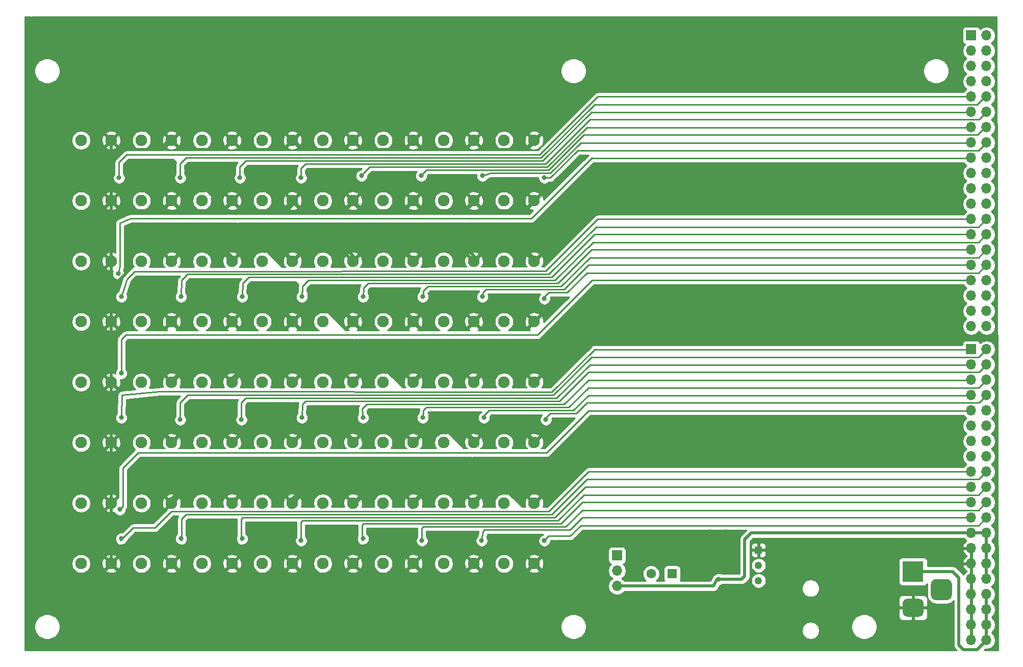
<source format=gbr>
%TF.GenerationSoftware,KiCad,Pcbnew,(5.1.7)-1*%
%TF.CreationDate,2020-11-17T12:59:15+01:00*%
%TF.ProjectId,matd_8x8,6d617464-5f38-4783-982e-6b696361645f,rev?*%
%TF.SameCoordinates,Original*%
%TF.FileFunction,Copper,L2,Bot*%
%TF.FilePolarity,Positive*%
%FSLAX46Y46*%
G04 Gerber Fmt 4.6, Leading zero omitted, Abs format (unit mm)*
G04 Created by KiCad (PCBNEW (5.1.7)-1) date 2020-11-17 12:59:15*
%MOMM*%
%LPD*%
G01*
G04 APERTURE LIST*
%TA.AperFunction,ComponentPad*%
%ADD10R,1.248000X1.248000*%
%TD*%
%TA.AperFunction,ComponentPad*%
%ADD11C,1.248000*%
%TD*%
%TA.AperFunction,ComponentPad*%
%ADD12C,1.600000*%
%TD*%
%TA.AperFunction,ComponentPad*%
%ADD13R,1.600000X1.600000*%
%TD*%
%TA.AperFunction,ComponentPad*%
%ADD14O,1.700000X1.700000*%
%TD*%
%TA.AperFunction,ComponentPad*%
%ADD15R,1.700000X1.700000*%
%TD*%
%TA.AperFunction,ComponentPad*%
%ADD16C,1.930400*%
%TD*%
%TA.AperFunction,ComponentPad*%
%ADD17R,3.500000X3.500000*%
%TD*%
%TA.AperFunction,ViaPad*%
%ADD18C,0.800000*%
%TD*%
%TA.AperFunction,Conductor*%
%ADD19C,0.500000*%
%TD*%
%TA.AperFunction,Conductor*%
%ADD20C,0.250000*%
%TD*%
%TA.AperFunction,Conductor*%
%ADD21C,0.254000*%
%TD*%
%TA.AperFunction,Conductor*%
%ADD22C,0.100000*%
%TD*%
G04 APERTURE END LIST*
D10*
%TO.P,R2,1*%
%TO.N,GND*%
X155702000Y-129076000D03*
D11*
%TO.P,R2,2*%
%TO.N,Net-(IC40-Pad3)*%
X155702000Y-131616000D03*
%TO.P,R2,3*%
%TO.N,Net-(J4-Pad2)*%
X155702000Y-134156000D03*
%TD*%
D12*
%TO.P,C70,2*%
%TO.N,Net-(C70-Pad2)*%
X137851000Y-133013000D03*
D13*
%TO.P,C70,1*%
%TO.N,Net-(C70-Pad1)*%
X141351000Y-133013000D03*
%TD*%
D14*
%TO.P,J5,3*%
%TO.N,Net-(IC40-Pad6)*%
X132207000Y-135045000D03*
%TO.P,J5,2*%
%TO.N,/SG17_SG32/VCC*%
X132207000Y-132505000D03*
D15*
%TO.P,J5,1*%
%TO.N,Net-(C70-Pad2)*%
X132207000Y-129965000D03*
%TD*%
D14*
%TO.P,J2,40*%
%TO.N,Net-(J2-Pad34)*%
X193548000Y-144018000D03*
%TO.P,J2,39*%
%TO.N,GND*%
X191008000Y-144018000D03*
%TO.P,J2,38*%
%TO.N,Net-(J2-Pad34)*%
X193548000Y-141478000D03*
%TO.P,J2,37*%
%TO.N,GND*%
X191008000Y-141478000D03*
%TO.P,J2,36*%
%TO.N,Net-(J2-Pad34)*%
X193548000Y-138938000D03*
%TO.P,J2,35*%
%TO.N,GND*%
X191008000Y-138938000D03*
%TO.P,J2,34*%
%TO.N,Net-(J2-Pad34)*%
X193548000Y-136398000D03*
%TO.P,J2,33*%
%TO.N,GND*%
X191008000Y-136398000D03*
%TO.P,J2,32*%
%TO.N,Net-(IC40-Pad6)*%
X193548000Y-133858000D03*
%TO.P,J2,31*%
%TO.N,GND*%
X191008000Y-133858000D03*
%TO.P,J2,30*%
%TO.N,Net-(IC40-Pad6)*%
X193548000Y-131318000D03*
%TO.P,J2,29*%
%TO.N,GND*%
X191008000Y-131318000D03*
%TO.P,J2,28*%
%TO.N,Net-(IC40-Pad6)*%
X193548000Y-128778000D03*
%TO.P,J2,27*%
%TO.N,GND*%
X191008000Y-128778000D03*
%TO.P,J2,26*%
%TO.N,Net-(IC40-Pad6)*%
X193548000Y-126238000D03*
%TO.P,J2,25*%
X191008000Y-126238000D03*
%TO.P,J2,24*%
%TO.N,/SG49_SG64/SG64_IN*%
X193548000Y-123698000D03*
%TO.P,J2,23*%
%TO.N,/SG49_SG64/SG63_IN*%
X191008000Y-123698000D03*
%TO.P,J2,22*%
%TO.N,/SG49_SG64/SG62_IN*%
X193548000Y-121158000D03*
%TO.P,J2,21*%
%TO.N,/SG49_SG64/SG61_IN*%
X191008000Y-121158000D03*
%TO.P,J2,20*%
%TO.N,/SG49_SG64/SG60_IN*%
X193548000Y-118618000D03*
%TO.P,J2,19*%
%TO.N,/SG49_SG64/SG59_IN*%
X191008000Y-118618000D03*
%TO.P,J2,18*%
%TO.N,/SG49_SG64/SG58_IN*%
X193548000Y-116078000D03*
%TO.P,J2,17*%
%TO.N,/SG49_SG64/SG57_IN*%
X191008000Y-116078000D03*
%TO.P,J2,16*%
%TO.N,/SG49_SG64/SG56_IN*%
X193548000Y-113538000D03*
%TO.P,J2,15*%
%TO.N,/SG49_SG64/SG55_IN*%
X191008000Y-113538000D03*
%TO.P,J2,14*%
%TO.N,/SG49_SG64/SG54_IN*%
X193548000Y-110998000D03*
%TO.P,J2,13*%
%TO.N,/SG49_SG64/SG53_IN*%
X191008000Y-110998000D03*
%TO.P,J2,12*%
%TO.N,/SG49_SG64/SG52_IN*%
X193548000Y-108458000D03*
%TO.P,J2,11*%
%TO.N,/SG49_SG64/SG51_IN*%
X191008000Y-108458000D03*
%TO.P,J2,10*%
%TO.N,/SG49_SG64/SG50_IN*%
X193548000Y-105918000D03*
%TO.P,J2,9*%
%TO.N,/SG49_SG64/SG49_IN*%
X191008000Y-105918000D03*
%TO.P,J2,8*%
%TO.N,/SG33_SG48/SG48_IN*%
X193548000Y-103378000D03*
%TO.P,J2,7*%
%TO.N,/SG33_SG48/SG47_IN*%
X191008000Y-103378000D03*
%TO.P,J2,6*%
%TO.N,/SG33_SG48/SG46_IN*%
X193548000Y-100838000D03*
%TO.P,J2,5*%
%TO.N,/SG33_SG48/SG45_IN*%
X191008000Y-100838000D03*
%TO.P,J2,4*%
%TO.N,/SG33_SG48/SG44_IN*%
X193548000Y-98298000D03*
%TO.P,J2,3*%
%TO.N,/SG33_SG48/SG43_IN*%
X191008000Y-98298000D03*
%TO.P,J2,2*%
%TO.N,/SG33_SG48/SG42_IN*%
X193548000Y-95758000D03*
D15*
%TO.P,J2,1*%
%TO.N,/SG33_SG48/SG41_IN*%
X191008000Y-95758000D03*
%TD*%
D14*
%TO.P,J1,40*%
%TO.N,/SG33_SG48/SG40_IN*%
X193548000Y-91948000D03*
%TO.P,J1,39*%
%TO.N,/SG33_SG48/SG39_IN*%
X191008000Y-91948000D03*
%TO.P,J1,38*%
%TO.N,/SG33_SG48/SG38_IN*%
X193548000Y-89408000D03*
%TO.P,J1,37*%
%TO.N,/SG33_SG48/SG37_IN*%
X191008000Y-89408000D03*
%TO.P,J1,36*%
%TO.N,/SG33_SG48/SG36_IN*%
X193548000Y-86868000D03*
%TO.P,J1,35*%
%TO.N,/SG33_SG48/SG35_IN*%
X191008000Y-86868000D03*
%TO.P,J1,34*%
%TO.N,/SG33_SG48/SG34_IN*%
X193548000Y-84328000D03*
%TO.P,J1,33*%
%TO.N,/SG33_SG48/SG33_IN*%
X191008000Y-84328000D03*
%TO.P,J1,32*%
%TO.N,/SG17_SG32/SG32_IN*%
X193548000Y-81788000D03*
%TO.P,J1,31*%
%TO.N,/SG17_SG32/SG31_IN*%
X191008000Y-81788000D03*
%TO.P,J1,30*%
%TO.N,/SG17_SG32/SG30_IN*%
X193548000Y-79248000D03*
%TO.P,J1,29*%
%TO.N,/SG17_SG32/SG29_IN*%
X191008000Y-79248000D03*
%TO.P,J1,28*%
%TO.N,/SG17_SG32/SG28_IN*%
X193548000Y-76708000D03*
%TO.P,J1,27*%
%TO.N,/SG17_SG32/SG27_IN*%
X191008000Y-76708000D03*
%TO.P,J1,26*%
%TO.N,/SG17_SG32/SG26_IN*%
X193548000Y-74168000D03*
%TO.P,J1,25*%
%TO.N,/SG17_SG32/SG25_IN*%
X191008000Y-74168000D03*
%TO.P,J1,24*%
%TO.N,/SG17_SG32/SG24_IN*%
X193548000Y-71628000D03*
%TO.P,J1,23*%
%TO.N,/SG17_SG32/SG23_IN*%
X191008000Y-71628000D03*
%TO.P,J1,22*%
%TO.N,/SG17_SG32/SG22_IN*%
X193548000Y-69088000D03*
%TO.P,J1,21*%
%TO.N,/SG17_SG32/SG21_IN*%
X191008000Y-69088000D03*
%TO.P,J1,20*%
%TO.N,/SG17_SG32/SG20_IN*%
X193548000Y-66548000D03*
%TO.P,J1,19*%
%TO.N,/SG17_SG32/SG19_IN*%
X191008000Y-66548000D03*
%TO.P,J1,18*%
%TO.N,/SG17_SG32/SG18_IN*%
X193548000Y-64008000D03*
%TO.P,J1,17*%
%TO.N,/SG17_SG32/SG17_IN*%
X191008000Y-64008000D03*
%TO.P,J1,16*%
%TO.N,/SG1_SG16/SG16_IN*%
X193548000Y-61468000D03*
%TO.P,J1,15*%
%TO.N,/SG1_SG16/SG15_IN*%
X191008000Y-61468000D03*
%TO.P,J1,14*%
%TO.N,/SG1_SG16/SG14_IN*%
X193548000Y-58928000D03*
%TO.P,J1,13*%
%TO.N,/SG1_SG16/SG13_IN*%
X191008000Y-58928000D03*
%TO.P,J1,12*%
%TO.N,/SG1_SG16/SG12_IN*%
X193548000Y-56388000D03*
%TO.P,J1,11*%
%TO.N,/SG1_SG16/SG11_IN*%
X191008000Y-56388000D03*
%TO.P,J1,10*%
%TO.N,/SG1_SG16/SG10_IN*%
X193548000Y-53848000D03*
%TO.P,J1,9*%
%TO.N,/SG1_SG16/SG9_IN*%
X191008000Y-53848000D03*
%TO.P,J1,8*%
%TO.N,/SG1_SG16/SG8_IN*%
X193548000Y-51308000D03*
%TO.P,J1,7*%
%TO.N,/SG1_SG16/SG7_IN*%
X191008000Y-51308000D03*
%TO.P,J1,6*%
%TO.N,/SG1_SG16/SG6_IN*%
X193548000Y-48768000D03*
%TO.P,J1,5*%
%TO.N,/SG1_SG16/SG5_IN*%
X191008000Y-48768000D03*
%TO.P,J1,4*%
%TO.N,/SG1_SG16/SG4_IN*%
X193548000Y-46228000D03*
%TO.P,J1,3*%
%TO.N,/SG1_SG16/SG3_IN*%
X191008000Y-46228000D03*
%TO.P,J1,2*%
%TO.N,/SG1_SG16/SG2_IN*%
X193548000Y-43688000D03*
D15*
%TO.P,J1,1*%
%TO.N,/SG1_SG16/SG1_IN*%
X191008000Y-43688000D03*
%TD*%
D16*
%TO.P,SG64,+*%
%TO.N,Net-(IC32-Pad7)*%
X113450999Y-131318000D03*
%TO.P,SG64,-*%
%TO.N,GND*%
X118450999Y-131318000D03*
%TD*%
%TO.P,SG63,+*%
%TO.N,Net-(IC31-Pad7)*%
X103418000Y-131318000D03*
%TO.P,SG63,-*%
%TO.N,GND*%
X108418000Y-131318000D03*
%TD*%
%TO.P,SG62,+*%
%TO.N,Net-(IC30-Pad7)*%
X93385000Y-131318000D03*
%TO.P,SG62,-*%
%TO.N,GND*%
X98385000Y-131318000D03*
%TD*%
%TO.P,SG61,+*%
%TO.N,Net-(IC29-Pad7)*%
X83351999Y-131318000D03*
%TO.P,SG61,-*%
%TO.N,GND*%
X88351999Y-131318000D03*
%TD*%
%TO.P,SG60,+*%
%TO.N,Net-(IC28-Pad7)*%
X73319000Y-131318000D03*
%TO.P,SG60,-*%
%TO.N,GND*%
X78319000Y-131318000D03*
%TD*%
%TO.P,SG59,+*%
%TO.N,Net-(IC27-Pad7)*%
X63285999Y-131318000D03*
%TO.P,SG59,-*%
%TO.N,GND*%
X68285999Y-131318000D03*
%TD*%
%TO.P,SG58,+*%
%TO.N,Net-(IC26-Pad7)*%
X53252999Y-131318000D03*
%TO.P,SG58,-*%
%TO.N,GND*%
X58252999Y-131318000D03*
%TD*%
%TO.P,SG57,+*%
%TO.N,Net-(IC25-Pad7)*%
X43220000Y-131318000D03*
%TO.P,SG57,-*%
%TO.N,GND*%
X48220000Y-131318000D03*
%TD*%
%TO.P,SG56,+*%
%TO.N,Net-(IC32-Pad5)*%
X113450999Y-121285000D03*
%TO.P,SG56,-*%
%TO.N,GND*%
X118450999Y-121285000D03*
%TD*%
%TO.P,SG55,+*%
%TO.N,Net-(IC31-Pad5)*%
X103418000Y-121285000D03*
%TO.P,SG55,-*%
%TO.N,GND*%
X108418000Y-121285000D03*
%TD*%
%TO.P,SG54,+*%
%TO.N,Net-(IC30-Pad5)*%
X93385000Y-121285000D03*
%TO.P,SG54,-*%
%TO.N,GND*%
X98385000Y-121285000D03*
%TD*%
%TO.P,SG53,+*%
%TO.N,Net-(IC29-Pad5)*%
X83351999Y-121285000D03*
%TO.P,SG53,-*%
%TO.N,GND*%
X88351999Y-121285000D03*
%TD*%
%TO.P,SG52,+*%
%TO.N,Net-(IC28-Pad5)*%
X73319000Y-121285000D03*
%TO.P,SG52,-*%
%TO.N,GND*%
X78319000Y-121285000D03*
%TD*%
%TO.P,SG51,+*%
%TO.N,Net-(IC27-Pad5)*%
X63285999Y-121285000D03*
%TO.P,SG51,-*%
%TO.N,GND*%
X68285999Y-121285000D03*
%TD*%
%TO.P,SG50,+*%
%TO.N,Net-(IC26-Pad5)*%
X53252999Y-121285000D03*
%TO.P,SG50,-*%
%TO.N,GND*%
X58252999Y-121285000D03*
%TD*%
%TO.P,SG49,+*%
%TO.N,Net-(IC25-Pad5)*%
X43220000Y-121285000D03*
%TO.P,SG49,-*%
%TO.N,GND*%
X48220000Y-121285000D03*
%TD*%
%TO.P,SG48,+*%
%TO.N,Net-(IC24-Pad7)*%
X113450999Y-111251999D03*
%TO.P,SG48,-*%
%TO.N,GND*%
X118450999Y-111251999D03*
%TD*%
%TO.P,SG47,+*%
%TO.N,Net-(IC23-Pad7)*%
X103418000Y-111251999D03*
%TO.P,SG47,-*%
%TO.N,GND*%
X108418000Y-111251999D03*
%TD*%
%TO.P,SG46,+*%
%TO.N,Net-(IC22-Pad7)*%
X93385000Y-111251999D03*
%TO.P,SG46,-*%
%TO.N,GND*%
X98385000Y-111251999D03*
%TD*%
%TO.P,SG45,+*%
%TO.N,Net-(IC21-Pad7)*%
X83351999Y-111251999D03*
%TO.P,SG45,-*%
%TO.N,GND*%
X88351999Y-111251999D03*
%TD*%
%TO.P,SG44,+*%
%TO.N,Net-(IC20-Pad7)*%
X73319000Y-111251999D03*
%TO.P,SG44,-*%
%TO.N,GND*%
X78319000Y-111251999D03*
%TD*%
%TO.P,SG43,+*%
%TO.N,Net-(IC19-Pad7)*%
X63285999Y-111251999D03*
%TO.P,SG43,-*%
%TO.N,GND*%
X68285999Y-111251999D03*
%TD*%
%TO.P,SG42,+*%
%TO.N,Net-(IC18-Pad7)*%
X53252999Y-111251999D03*
%TO.P,SG42,-*%
%TO.N,GND*%
X58252999Y-111251999D03*
%TD*%
%TO.P,SG41,+*%
%TO.N,Net-(IC17-Pad7)*%
X43220000Y-111251999D03*
%TO.P,SG41,-*%
%TO.N,GND*%
X48220000Y-111251999D03*
%TD*%
%TO.P,SG40,+*%
%TO.N,Net-(IC24-Pad5)*%
X113450999Y-101219000D03*
%TO.P,SG40,-*%
%TO.N,GND*%
X118450999Y-101219000D03*
%TD*%
%TO.P,SG39,+*%
%TO.N,Net-(IC23-Pad5)*%
X103418000Y-101219000D03*
%TO.P,SG39,-*%
%TO.N,GND*%
X108418000Y-101219000D03*
%TD*%
%TO.P,SG38,+*%
%TO.N,Net-(IC22-Pad5)*%
X93385000Y-101219000D03*
%TO.P,SG38,-*%
%TO.N,GND*%
X98385000Y-101219000D03*
%TD*%
%TO.P,SG37,+*%
%TO.N,Net-(IC21-Pad5)*%
X83351999Y-101219000D03*
%TO.P,SG37,-*%
%TO.N,GND*%
X88351999Y-101219000D03*
%TD*%
%TO.P,SG36,+*%
%TO.N,Net-(IC20-Pad5)*%
X73319000Y-101219000D03*
%TO.P,SG36,-*%
%TO.N,GND*%
X78319000Y-101219000D03*
%TD*%
%TO.P,SG35,+*%
%TO.N,Net-(IC19-Pad5)*%
X63285999Y-101219000D03*
%TO.P,SG35,-*%
%TO.N,GND*%
X68285999Y-101219000D03*
%TD*%
%TO.P,SG34,+*%
%TO.N,Net-(IC18-Pad5)*%
X53252999Y-101219000D03*
%TO.P,SG34,-*%
%TO.N,GND*%
X58252999Y-101219000D03*
%TD*%
%TO.P,SG33,+*%
%TO.N,Net-(IC17-Pad5)*%
X43220000Y-101219000D03*
%TO.P,SG33,-*%
%TO.N,GND*%
X48220000Y-101219000D03*
%TD*%
%TO.P,SG32,+*%
%TO.N,Net-(IC16-Pad7)*%
X113450999Y-91186000D03*
%TO.P,SG32,-*%
%TO.N,GND*%
X118450999Y-91186000D03*
%TD*%
%TO.P,SG31,+*%
%TO.N,Net-(IC15-Pad7)*%
X103418000Y-91186000D03*
%TO.P,SG31,-*%
%TO.N,GND*%
X108418000Y-91186000D03*
%TD*%
%TO.P,SG30,+*%
%TO.N,Net-(IC14-Pad7)*%
X93385000Y-91186000D03*
%TO.P,SG30,-*%
%TO.N,GND*%
X98385000Y-91186000D03*
%TD*%
%TO.P,SG29,+*%
%TO.N,Net-(IC13-Pad7)*%
X83351999Y-91186000D03*
%TO.P,SG29,-*%
%TO.N,GND*%
X88351999Y-91186000D03*
%TD*%
%TO.P,SG28,+*%
%TO.N,Net-(IC12-Pad7)*%
X73319000Y-91186000D03*
%TO.P,SG28,-*%
%TO.N,GND*%
X78319000Y-91186000D03*
%TD*%
%TO.P,SG27,+*%
%TO.N,Net-(IC11-Pad7)*%
X63285999Y-91186000D03*
%TO.P,SG27,-*%
%TO.N,GND*%
X68285999Y-91186000D03*
%TD*%
%TO.P,SG26,+*%
%TO.N,Net-(IC10-Pad7)*%
X53252999Y-91186000D03*
%TO.P,SG26,-*%
%TO.N,GND*%
X58252999Y-91186000D03*
%TD*%
%TO.P,SG25,+*%
%TO.N,Net-(IC9-Pad7)*%
X43220000Y-91186000D03*
%TO.P,SG25,-*%
%TO.N,GND*%
X48220000Y-91186000D03*
%TD*%
%TO.P,SG24,+*%
%TO.N,Net-(IC16-Pad5)*%
X113450999Y-81152999D03*
%TO.P,SG24,-*%
%TO.N,GND*%
X118450999Y-81152999D03*
%TD*%
%TO.P,SG23,+*%
%TO.N,Net-(IC15-Pad5)*%
X103418000Y-81152999D03*
%TO.P,SG23,-*%
%TO.N,GND*%
X108418000Y-81152999D03*
%TD*%
%TO.P,SG22,+*%
%TO.N,Net-(IC14-Pad5)*%
X93385000Y-81152999D03*
%TO.P,SG22,-*%
%TO.N,GND*%
X98385000Y-81152999D03*
%TD*%
%TO.P,SG21,+*%
%TO.N,Net-(IC13-Pad5)*%
X83351999Y-81152999D03*
%TO.P,SG21,-*%
%TO.N,GND*%
X88351999Y-81152999D03*
%TD*%
%TO.P,SG20,+*%
%TO.N,Net-(IC12-Pad5)*%
X73319000Y-81152999D03*
%TO.P,SG20,-*%
%TO.N,GND*%
X78319000Y-81152999D03*
%TD*%
%TO.P,SG19,+*%
%TO.N,Net-(IC11-Pad5)*%
X63285999Y-81152999D03*
%TO.P,SG19,-*%
%TO.N,GND*%
X68285999Y-81152999D03*
%TD*%
%TO.P,SG18,+*%
%TO.N,Net-(IC10-Pad5)*%
X53252999Y-81152999D03*
%TO.P,SG18,-*%
%TO.N,GND*%
X58252999Y-81152999D03*
%TD*%
%TO.P,SG17,+*%
%TO.N,Net-(IC9-Pad5)*%
X43220000Y-81152999D03*
%TO.P,SG17,-*%
%TO.N,GND*%
X48220000Y-81152999D03*
%TD*%
%TO.P,SG16,+*%
%TO.N,Net-(IC8-Pad7)*%
X113450999Y-71120000D03*
%TO.P,SG16,-*%
%TO.N,GND*%
X118450999Y-71120000D03*
%TD*%
%TO.P,SG15,+*%
%TO.N,Net-(IC7-Pad7)*%
X103418000Y-71120000D03*
%TO.P,SG15,-*%
%TO.N,GND*%
X108418000Y-71120000D03*
%TD*%
%TO.P,SG14,+*%
%TO.N,Net-(IC6-Pad7)*%
X93385000Y-71120000D03*
%TO.P,SG14,-*%
%TO.N,GND*%
X98385000Y-71120000D03*
%TD*%
%TO.P,SG13,+*%
%TO.N,Net-(IC5-Pad7)*%
X83351999Y-71120000D03*
%TO.P,SG13,-*%
%TO.N,GND*%
X88351999Y-71120000D03*
%TD*%
%TO.P,SG12,+*%
%TO.N,Net-(IC4-Pad7)*%
X73319000Y-71120000D03*
%TO.P,SG12,-*%
%TO.N,GND*%
X78319000Y-71120000D03*
%TD*%
%TO.P,SG11,+*%
%TO.N,Net-(IC3-Pad7)*%
X63285999Y-71120000D03*
%TO.P,SG11,-*%
%TO.N,GND*%
X68285999Y-71120000D03*
%TD*%
%TO.P,SG10,+*%
%TO.N,Net-(IC2-Pad7)*%
X53252999Y-71120000D03*
%TO.P,SG10,-*%
%TO.N,GND*%
X58252999Y-71120000D03*
%TD*%
%TO.P,SG9,+*%
%TO.N,Net-(IC1-Pad7)*%
X43220000Y-71120000D03*
%TO.P,SG9,-*%
%TO.N,GND*%
X48220000Y-71120000D03*
%TD*%
%TO.P,SG8,+*%
%TO.N,Net-(IC8-Pad5)*%
X113450999Y-61087000D03*
%TO.P,SG8,-*%
%TO.N,GND*%
X118450999Y-61087000D03*
%TD*%
%TO.P,SG7,+*%
%TO.N,Net-(IC7-Pad5)*%
X103418000Y-61087000D03*
%TO.P,SG7,-*%
%TO.N,GND*%
X108418000Y-61087000D03*
%TD*%
%TO.P,SG6,+*%
%TO.N,Net-(IC6-Pad5)*%
X93385000Y-61087000D03*
%TO.P,SG6,-*%
%TO.N,GND*%
X98385000Y-61087000D03*
%TD*%
%TO.P,SG5,+*%
%TO.N,Net-(IC5-Pad5)*%
X83351999Y-61087000D03*
%TO.P,SG5,-*%
%TO.N,GND*%
X88351999Y-61087000D03*
%TD*%
%TO.P,SG4,+*%
%TO.N,Net-(IC4-Pad5)*%
X73319000Y-61087000D03*
%TO.P,SG4,-*%
%TO.N,GND*%
X78319000Y-61087000D03*
%TD*%
%TO.P,SG3,+*%
%TO.N,Net-(IC3-Pad5)*%
X63285999Y-61087000D03*
%TO.P,SG3,-*%
%TO.N,GND*%
X68285999Y-61087000D03*
%TD*%
%TO.P,SG2,+*%
%TO.N,Net-(IC2-Pad5)*%
X53252999Y-61087000D03*
%TO.P,SG2,-*%
%TO.N,GND*%
X58252999Y-61087000D03*
%TD*%
%TO.P,SG1,+*%
%TO.N,Net-(IC1-Pad5)*%
X43220000Y-61087000D03*
%TO.P,SG1,-*%
%TO.N,GND*%
X48220000Y-61087000D03*
%TD*%
%TO.P,J3,3*%
%TO.N,N/C*%
%TA.AperFunction,ComponentPad*%
G36*
G01*
X186931000Y-137382000D02*
X185181000Y-137382000D01*
G75*
G02*
X184306000Y-136507000I0J875000D01*
G01*
X184306000Y-134757000D01*
G75*
G02*
X185181000Y-133882000I875000J0D01*
G01*
X186931000Y-133882000D01*
G75*
G02*
X187806000Y-134757000I0J-875000D01*
G01*
X187806000Y-136507000D01*
G75*
G02*
X186931000Y-137382000I-875000J0D01*
G01*
G37*
%TD.AperFunction*%
%TO.P,J3,2*%
%TO.N,GND*%
%TA.AperFunction,ComponentPad*%
G36*
G01*
X182356000Y-140132000D02*
X180356000Y-140132000D01*
G75*
G02*
X179606000Y-139382000I0J750000D01*
G01*
X179606000Y-137882000D01*
G75*
G02*
X180356000Y-137132000I750000J0D01*
G01*
X182356000Y-137132000D01*
G75*
G02*
X183106000Y-137882000I0J-750000D01*
G01*
X183106000Y-139382000D01*
G75*
G02*
X182356000Y-140132000I-750000J0D01*
G01*
G37*
%TD.AperFunction*%
D17*
%TO.P,J3,1*%
%TO.N,Net-(J2-Pad34)*%
X181356000Y-132632000D03*
%TD*%
D18*
%TO.N,GND*%
X150368000Y-126028000D03*
X147574000Y-126028000D03*
%TO.N,/SG1_SG16/SG9_IN*%
X49530000Y-67310000D03*
%TO.N,/SG1_SG16/SG10_IN*%
X59690000Y-67310000D03*
%TO.N,/SG1_SG16/SG11_IN*%
X69596000Y-67310000D03*
%TO.N,/SG1_SG16/SG12_IN*%
X79756000Y-67310000D03*
%TO.N,/SG1_SG16/SG13_IN*%
X89789000Y-66973000D03*
%TO.N,/SG1_SG16/SG14_IN*%
X99695000Y-66973000D03*
%TO.N,/SG1_SG16/SG15_IN*%
X109855000Y-66973000D03*
%TO.N,/SG1_SG16/SG16_IN*%
X120142000Y-67310000D03*
%TO.N,/SG17_SG32/SG25_IN*%
X49911000Y-87039000D03*
%TO.N,/SG17_SG32/SG17_IN*%
X49403000Y-83229000D03*
%TO.N,/SG17_SG32/SG26_IN*%
X59817000Y-87039000D03*
%TO.N,/SG17_SG32/SG27_IN*%
X69977000Y-87039000D03*
%TO.N,/SG17_SG32/SG28_IN*%
X79883000Y-87039000D03*
%TO.N,/SG17_SG32/SG29_IN*%
X90043000Y-87039000D03*
%TO.N,/SG17_SG32/SG30_IN*%
X99949000Y-87039000D03*
%TO.N,/SG17_SG32/SG31_IN*%
X109855000Y-87039000D03*
%TO.N,/SG17_SG32/SG32_IN*%
X120142000Y-87376000D03*
%TO.N,/SG33_SG48/SG41_IN*%
X49911000Y-107105000D03*
%TO.N,/SG33_SG48/SG33_IN*%
X49911000Y-99739000D03*
%TO.N,/SG33_SG48/SG42_IN*%
X59690000Y-107442000D03*
%TO.N,/SG33_SG48/SG43_IN*%
X69850000Y-107442000D03*
%TO.N,/SG33_SG48/SG44_IN*%
X79883000Y-107105000D03*
%TO.N,/SG33_SG48/SG45_IN*%
X90043000Y-107105000D03*
%TO.N,/SG33_SG48/SG46_IN*%
X99949000Y-107105000D03*
%TO.N,/SG33_SG48/SG47_IN*%
X110109000Y-107105000D03*
%TO.N,/SG33_SG48/SG48_IN*%
X120396000Y-107442000D03*
%TO.N,/SG49_SG64/SG57_IN*%
X49911000Y-127171000D03*
%TO.N,/SG49_SG64/SG49_IN*%
X49657000Y-122345000D03*
%TO.N,/SG49_SG64/SG58_IN*%
X59817000Y-127171000D03*
%TO.N,/SG49_SG64/SG59_IN*%
X69977000Y-127171000D03*
%TO.N,/SG49_SG64/SG60_IN*%
X79756000Y-127508000D03*
%TO.N,/SG49_SG64/SG61_IN*%
X90043000Y-127171000D03*
%TO.N,/SG49_SG64/SG62_IN*%
X99822000Y-127508000D03*
%TO.N,/SG49_SG64/SG63_IN*%
X109728000Y-127508000D03*
%TO.N,/SG49_SG64/SG64_IN*%
X120142000Y-127508000D03*
%TO.N,Net-(IC40-Pad6)*%
X149098000Y-133902000D03*
%TD*%
D19*
%TO.N,GND*%
X58252999Y-91062999D02*
X56261000Y-89071000D01*
X56261000Y-89071000D02*
X50335000Y-89071000D01*
X50335000Y-89071000D02*
X48220000Y-91186000D01*
X58252999Y-91186000D02*
X58252999Y-91062999D01*
X68285999Y-90935999D02*
X66929000Y-89579000D01*
X66929000Y-89579000D02*
X59859999Y-89579000D01*
X59859999Y-89579000D02*
X58252999Y-91186000D01*
X68285999Y-91186000D02*
X68285999Y-90935999D01*
X78319000Y-90809000D02*
X76835000Y-89325000D01*
X76835000Y-89325000D02*
X70146999Y-89325000D01*
X70146999Y-89325000D02*
X68285999Y-91186000D01*
X78319000Y-91186000D02*
X78319000Y-90809000D01*
X88351999Y-90935999D02*
X86995000Y-89579000D01*
X86995000Y-89579000D02*
X79926000Y-89579000D01*
X79926000Y-89579000D02*
X78319000Y-91186000D01*
X88351999Y-91186000D02*
X88351999Y-90935999D01*
X98385000Y-90809000D02*
X97155000Y-89579000D01*
X97155000Y-89579000D02*
X89958999Y-89579000D01*
X89958999Y-89579000D02*
X88351999Y-91186000D01*
X98385000Y-91186000D02*
X98385000Y-90809000D01*
X99992000Y-89579000D02*
X98385000Y-91186000D01*
X106807000Y-89579000D02*
X99992000Y-89579000D01*
X108414000Y-91186000D02*
X106807000Y-89579000D01*
X108418000Y-91186000D02*
X108414000Y-91186000D01*
X118450999Y-91062999D02*
X116967000Y-89579000D01*
X116967000Y-89579000D02*
X110025000Y-89579000D01*
X110025000Y-89579000D02*
X108418000Y-91186000D01*
X118450999Y-91186000D02*
X118450999Y-91062999D01*
X48641000Y-85261000D02*
X50673000Y-83229000D01*
X50673000Y-83229000D02*
X50673000Y-80435000D01*
X50673000Y-80435000D02*
X52197000Y-78911000D01*
X52197000Y-78911000D02*
X56011000Y-78911000D01*
X56011000Y-78911000D02*
X58252999Y-81152999D01*
X48220000Y-85261000D02*
X48641000Y-85261000D01*
X60240998Y-79165000D02*
X58252999Y-81152999D01*
X66929000Y-79165000D02*
X60240998Y-79165000D01*
X68285999Y-80521999D02*
X66929000Y-79165000D01*
X68285999Y-81152999D02*
X68285999Y-80521999D01*
X70019998Y-79419000D02*
X68285999Y-81152999D01*
X76835000Y-79419000D02*
X70019998Y-79419000D01*
X78319000Y-80903000D02*
X76835000Y-79419000D01*
X78319000Y-81152999D02*
X78319000Y-80903000D01*
X88351999Y-80267999D02*
X87249000Y-79165000D01*
X87249000Y-79165000D02*
X80306999Y-79165000D01*
X80306999Y-79165000D02*
X78319000Y-81152999D01*
X88351999Y-81152999D02*
X88351999Y-80267999D01*
X98385000Y-80903000D02*
X96393000Y-78911000D01*
X96393000Y-78911000D02*
X90593998Y-78911000D01*
X90593998Y-78911000D02*
X88351999Y-81152999D01*
X98385000Y-81152999D02*
X98385000Y-80903000D01*
X108418000Y-80268000D02*
X107315000Y-79165000D01*
X107315000Y-79165000D02*
X100372999Y-79165000D01*
X100372999Y-79165000D02*
X98385000Y-81152999D01*
X108418000Y-81152999D02*
X108418000Y-80268000D01*
X118450999Y-80648999D02*
X116713000Y-78911000D01*
X116713000Y-78911000D02*
X110659999Y-78911000D01*
X110659999Y-78911000D02*
X108418000Y-81152999D01*
X118450999Y-81152999D02*
X118450999Y-80648999D01*
X58210000Y-71120000D02*
X56515000Y-72815000D01*
X56515000Y-72815000D02*
X49915000Y-72815000D01*
X49915000Y-72815000D02*
X48220000Y-71120000D01*
X58252999Y-71120000D02*
X58210000Y-71120000D01*
X68285999Y-71458001D02*
X66929000Y-72815000D01*
X66929000Y-72815000D02*
X59947999Y-72815000D01*
X59947999Y-72815000D02*
X58252999Y-71120000D01*
X68285999Y-71120000D02*
X68285999Y-71458001D01*
X57829000Y-61087000D02*
X56261000Y-62655000D01*
X56261000Y-62655000D02*
X49788000Y-62655000D01*
X49788000Y-62655000D02*
X48220000Y-61087000D01*
X58252999Y-61087000D02*
X57829000Y-61087000D01*
X59820999Y-62655000D02*
X58252999Y-61087000D01*
X66929000Y-62655000D02*
X59820999Y-62655000D01*
X68285999Y-61298001D02*
X66929000Y-62655000D01*
X68285999Y-61087000D02*
X68285999Y-61298001D01*
X69853999Y-62655000D02*
X68285999Y-61087000D01*
X76835000Y-62655000D02*
X69853999Y-62655000D01*
X78319000Y-61171000D02*
X76835000Y-62655000D01*
X78319000Y-61087000D02*
X78319000Y-61171000D01*
X86783999Y-62655000D02*
X88351999Y-61087000D01*
X80121002Y-62655000D02*
X86783999Y-62655000D01*
X78553002Y-61087000D02*
X80121002Y-62655000D01*
X78319000Y-61087000D02*
X78553002Y-61087000D01*
X78319000Y-71839000D02*
X77343000Y-72815000D01*
X77343000Y-72815000D02*
X69980999Y-72815000D01*
X69980999Y-72815000D02*
X68285999Y-71120000D01*
X78319000Y-71120000D02*
X78319000Y-71839000D01*
X88351999Y-71458001D02*
X86995000Y-72815000D01*
X86995000Y-72815000D02*
X80014000Y-72815000D01*
X80014000Y-72815000D02*
X78319000Y-71120000D01*
X88351999Y-71120000D02*
X88351999Y-71458001D01*
X88351999Y-71377999D02*
X89789000Y-72815000D01*
X89789000Y-72815000D02*
X96690000Y-72815000D01*
X96690000Y-72815000D02*
X98385000Y-71120000D01*
X88351999Y-71120000D02*
X88351999Y-71377999D01*
X98385000Y-61171000D02*
X96901000Y-62655000D01*
X96901000Y-62655000D02*
X89919999Y-62655000D01*
X89919999Y-62655000D02*
X88351999Y-61087000D01*
X98385000Y-61087000D02*
X98385000Y-61171000D01*
X100080000Y-72815000D02*
X98385000Y-71120000D01*
X107061000Y-72815000D02*
X100080000Y-72815000D01*
X108418000Y-71458000D02*
X107061000Y-72815000D01*
X108418000Y-71120000D02*
X108418000Y-71458000D01*
X118450999Y-71331001D02*
X116967000Y-72815000D01*
X116967000Y-72815000D02*
X110113000Y-72815000D01*
X110113000Y-72815000D02*
X108418000Y-71120000D01*
X118450999Y-71120000D02*
X118450999Y-71331001D01*
X99953000Y-62655000D02*
X98385000Y-61087000D01*
X107061000Y-62655000D02*
X99953000Y-62655000D01*
X108418000Y-61298000D02*
X107061000Y-62655000D01*
X108418000Y-61087000D02*
X108418000Y-61298000D01*
X118450999Y-61425001D02*
X117221000Y-62655000D01*
X117221000Y-62655000D02*
X109986000Y-62655000D01*
X109986000Y-62655000D02*
X108418000Y-61087000D01*
X118450999Y-61087000D02*
X118450999Y-61425001D01*
X48220000Y-71120000D02*
X48220000Y-61087000D01*
X48220000Y-81152999D02*
X48220000Y-71120000D01*
X48220000Y-85261000D02*
X48220000Y-81152999D01*
X48220000Y-91186000D02*
X48220000Y-85261000D01*
X48220000Y-101219000D02*
X48220000Y-91186000D01*
X48220000Y-111251999D02*
X48220000Y-101219000D01*
X48220000Y-115824000D02*
X48220000Y-111251999D01*
X48220000Y-121285000D02*
X48220000Y-115824000D01*
X48220000Y-131318000D02*
X48220000Y-123615000D01*
X48220000Y-123615000D02*
X48220000Y-121285000D01*
X110744000Y-133644000D02*
X108418000Y-131318000D01*
X110744000Y-134195501D02*
X110744000Y-133644000D01*
X100838000Y-133771000D02*
X98385000Y-131318000D01*
X100838000Y-134195501D02*
X100838000Y-133771000D01*
X90932000Y-133898001D02*
X88351999Y-131318000D01*
X90932000Y-134195501D02*
X90932000Y-133898001D01*
X81196501Y-134195501D02*
X78319000Y-131318000D01*
X82042000Y-134195501D02*
X81196501Y-134195501D01*
X71120000Y-134152001D02*
X68285999Y-131318000D01*
X71120000Y-134195501D02*
X71120000Y-134152001D01*
X60960000Y-134025001D02*
X58252999Y-131318000D01*
X60960000Y-134195501D02*
X60960000Y-134025001D01*
X51097501Y-134195501D02*
X48220000Y-131318000D01*
X60960000Y-134195501D02*
X51097501Y-134195501D01*
X71120000Y-134195501D02*
X60960000Y-134195501D01*
X82042000Y-134195501D02*
X71120000Y-134195501D01*
X90932000Y-134195501D02*
X82042000Y-134195501D01*
X100838000Y-134195501D02*
X90932000Y-134195501D01*
X110744000Y-134195501D02*
X100838000Y-134195501D01*
X121328500Y-134195501D02*
X121158000Y-134195501D01*
X121158000Y-134195501D02*
X110744000Y-134195501D01*
X118450999Y-131318000D02*
X118450999Y-131485001D01*
X121328500Y-134195501D02*
X118450999Y-131318000D01*
D20*
X118450999Y-131318000D02*
X118450999Y-131485001D01*
D19*
X48220000Y-101219000D02*
X48220000Y-101350000D01*
X56010999Y-98977000D02*
X58252999Y-101219000D01*
X52959000Y-98977000D02*
X56010999Y-98977000D01*
X49657000Y-102279000D02*
X52959000Y-98977000D01*
X49149000Y-102279000D02*
X49657000Y-102279000D01*
X48220000Y-101350000D02*
X49149000Y-102279000D01*
X58252999Y-101219000D02*
X58252999Y-101049001D01*
X66297999Y-99231000D02*
X68285999Y-101219000D01*
X60071000Y-99231000D02*
X66297999Y-99231000D01*
X58252999Y-101049001D02*
X60071000Y-99231000D01*
X68285999Y-101219000D02*
X68285999Y-100668001D01*
X76585000Y-99485000D02*
X78319000Y-101219000D01*
X69469000Y-99485000D02*
X76585000Y-99485000D01*
X68285999Y-100668001D02*
X69469000Y-99485000D01*
X78319000Y-101219000D02*
X78403000Y-101219000D01*
X78403000Y-101219000D02*
X80137000Y-99485000D01*
X80137000Y-99485000D02*
X86617999Y-99485000D01*
X86617999Y-99485000D02*
X88351999Y-101219000D01*
X88351999Y-101219000D02*
X88351999Y-101176001D01*
X88351999Y-101176001D02*
X90043000Y-99485000D01*
X90043000Y-99485000D02*
X96651000Y-99485000D01*
X96651000Y-99485000D02*
X98385000Y-101219000D01*
X98385000Y-101219000D02*
X98385000Y-101049000D01*
X98385000Y-101049000D02*
X99949000Y-99485000D01*
X99949000Y-99485000D02*
X106684000Y-99485000D01*
X106684000Y-99485000D02*
X108418000Y-101219000D01*
X108418000Y-101219000D02*
X108418000Y-100922000D01*
X108418000Y-100922000D02*
X109855000Y-99485000D01*
X109855000Y-99485000D02*
X116716999Y-99485000D01*
X116716999Y-99485000D02*
X118450999Y-101219000D01*
X118450999Y-111251999D02*
X118450999Y-110874999D01*
X110532999Y-109137000D02*
X108418000Y-111251999D01*
X116713000Y-109137000D02*
X110532999Y-109137000D01*
X118450999Y-110874999D02*
X116713000Y-109137000D01*
X108418000Y-111251999D02*
X108418000Y-110748000D01*
X108418000Y-110748000D02*
X106807000Y-109137000D01*
X106807000Y-109137000D02*
X100499999Y-109137000D01*
X100499999Y-109137000D02*
X98385000Y-111251999D01*
X98385000Y-111251999D02*
X98385000Y-111129000D01*
X98385000Y-111129000D02*
X96393000Y-109137000D01*
X96393000Y-109137000D02*
X90466998Y-109137000D01*
X90466998Y-109137000D02*
X88351999Y-111251999D01*
X88351999Y-111251999D02*
X88351999Y-110747999D01*
X88351999Y-110747999D02*
X86741000Y-109137000D01*
X86741000Y-109137000D02*
X80433999Y-109137000D01*
X80433999Y-109137000D02*
X78319000Y-111251999D01*
X78319000Y-111251999D02*
X78319000Y-110875000D01*
X78319000Y-110875000D02*
X76327000Y-108883000D01*
X76327000Y-108883000D02*
X70654998Y-108883000D01*
X70654998Y-108883000D02*
X68285999Y-111251999D01*
X68285999Y-111251999D02*
X68285999Y-111001999D01*
X68285999Y-111001999D02*
X66675000Y-109391000D01*
X66675000Y-109391000D02*
X60113998Y-109391000D01*
X60113998Y-109391000D02*
X58252999Y-111251999D01*
X58252999Y-111251999D02*
X58252999Y-110874999D01*
X58252999Y-110874999D02*
X56261000Y-108883000D01*
X56261000Y-108883000D02*
X50588999Y-108883000D01*
X50588999Y-108883000D02*
X48220000Y-111251999D01*
X48220000Y-123615000D02*
X50419000Y-123615000D01*
X56264999Y-119297000D02*
X58252999Y-121285000D01*
X52197000Y-119297000D02*
X56264999Y-119297000D01*
X51181000Y-120313000D02*
X52197000Y-119297000D01*
X51181000Y-122853000D02*
X51181000Y-120313000D01*
X50419000Y-123615000D02*
X51181000Y-122853000D01*
X58252999Y-121285000D02*
X58252999Y-120607001D01*
X66043999Y-119043000D02*
X68285999Y-121285000D01*
X59817000Y-119043000D02*
X66043999Y-119043000D01*
X58252999Y-120607001D02*
X59817000Y-119043000D01*
X68285999Y-121285000D02*
X68285999Y-121242001D01*
X68285999Y-121242001D02*
X70485000Y-119043000D01*
X70485000Y-119043000D02*
X76077000Y-119043000D01*
X76077000Y-119043000D02*
X78319000Y-121285000D01*
X78319000Y-121285000D02*
X78319000Y-120607000D01*
X78319000Y-120607000D02*
X79883000Y-119043000D01*
X79883000Y-119043000D02*
X86109999Y-119043000D01*
X86109999Y-119043000D02*
X88351999Y-121285000D01*
X88351999Y-121285000D02*
X88817000Y-121285000D01*
X88817000Y-121285000D02*
X91059000Y-119043000D01*
X91059000Y-119043000D02*
X96143000Y-119043000D01*
X96143000Y-119043000D02*
X98385000Y-121285000D01*
X98385000Y-121285000D02*
X98385000Y-121115000D01*
X98385000Y-121115000D02*
X100457000Y-119043000D01*
X100457000Y-119043000D02*
X106176000Y-119043000D01*
X106176000Y-119043000D02*
X108418000Y-121285000D01*
X108418000Y-121285000D02*
X108418000Y-120988000D01*
X108418000Y-120988000D02*
X110363000Y-119043000D01*
X110363000Y-119043000D02*
X116208999Y-119043000D01*
X116208999Y-119043000D02*
X118450999Y-121285000D01*
X121158000Y-134195501D02*
X124206000Y-134195501D01*
X124206000Y-134195501D02*
X126492000Y-134195501D01*
X126492000Y-134195501D02*
X127039501Y-134195501D01*
X131826000Y-138982000D02*
X145542000Y-138982000D01*
X127039501Y-134195501D02*
X131826000Y-138982000D01*
X126492000Y-134195501D02*
X126492000Y-128822000D01*
X129286000Y-126028000D02*
X147574000Y-126028000D01*
X147574000Y-126028000D02*
X150368000Y-126028000D01*
X126492000Y-128822000D02*
X129286000Y-126028000D01*
D20*
%TO.N,/SG1_SG16/SG9_IN*%
X119380000Y-63500000D02*
X129032000Y-53848000D01*
X129032000Y-53848000D02*
X129032000Y-53848000D01*
X50800000Y-63500000D02*
X119380000Y-63500000D01*
X49530000Y-64770000D02*
X50800000Y-63500000D01*
X49530000Y-67310000D02*
X49530000Y-64770000D01*
X129032000Y-53848000D02*
X191008000Y-53848000D01*
%TO.N,/SG1_SG16/SG10_IN*%
X119634000Y-64008000D02*
X128480000Y-55162000D01*
X128480000Y-55162000D02*
X128524000Y-55118000D01*
X60648002Y-64008000D02*
X119634000Y-64008000D01*
X59690000Y-64966002D02*
X60648002Y-64008000D01*
X59690000Y-67310000D02*
X59690000Y-64966002D01*
X193548000Y-53848000D02*
X193338000Y-53848000D01*
X192024000Y-55162000D02*
X128480000Y-55162000D01*
X193338000Y-53848000D02*
X192024000Y-55162000D01*
%TO.N,/SG1_SG16/SG11_IN*%
X119888000Y-64516000D02*
X127994000Y-56410000D01*
X127994000Y-56410000D02*
X128016000Y-56388000D01*
X70554002Y-64516000D02*
X119888000Y-64516000D01*
X69596000Y-65474002D02*
X70554002Y-64516000D01*
X69596000Y-67310000D02*
X69596000Y-65474002D01*
X127994000Y-56410000D02*
X190986000Y-56410000D01*
X190986000Y-56410000D02*
X191008000Y-56388000D01*
%TO.N,/SG1_SG16/SG12_IN*%
X192322000Y-57658000D02*
X127762000Y-57658000D01*
X193548000Y-56432000D02*
X192322000Y-57658000D01*
X193548000Y-56432000D02*
X193548000Y-56388000D01*
X79756000Y-67310000D02*
X79756000Y-65786000D01*
X79756000Y-65786000D02*
X80518000Y-65024000D01*
X80518000Y-65024000D02*
X120396000Y-65024000D01*
X120396000Y-65024000D02*
X127762000Y-57658000D01*
%TO.N,/SG1_SG16/SG13_IN*%
X89789000Y-66973000D02*
X89535000Y-66973000D01*
X89789000Y-66973000D02*
X90170000Y-66490002D01*
X120650000Y-65532000D02*
X127232000Y-58950000D01*
X127232000Y-58950000D02*
X127254000Y-58928000D01*
X91128002Y-65532000D02*
X120650000Y-65532000D01*
X90170000Y-66490002D02*
X91128002Y-65532000D01*
X127232000Y-58950000D02*
X190986000Y-58950000D01*
X190986000Y-58950000D02*
X191008000Y-58928000D01*
%TO.N,/SG1_SG16/SG14_IN*%
X192068000Y-60198000D02*
X126746000Y-60198000D01*
X193338000Y-58928000D02*
X192068000Y-60198000D01*
X193338000Y-58928000D02*
X193548000Y-58928000D01*
X99695000Y-66973000D02*
X100076000Y-66548000D01*
X100076000Y-66548000D02*
X100584000Y-66040000D01*
X100584000Y-66040000D02*
X120904000Y-66040000D01*
X120904000Y-66040000D02*
X126746000Y-60198000D01*
%TO.N,/SG1_SG16/SG15_IN*%
X121158000Y-66548000D02*
X126216000Y-61490000D01*
X126216000Y-61490000D02*
X126238000Y-61468000D01*
X111194002Y-66548000D02*
X121158000Y-66548000D01*
X110051002Y-66973000D02*
X111194002Y-66548000D01*
X109855000Y-66973000D02*
X110051002Y-66973000D01*
X126216000Y-61490000D02*
X190986000Y-61490000D01*
X190986000Y-61490000D02*
X191008000Y-61468000D01*
%TO.N,/SG1_SG16/SG16_IN*%
X121158000Y-67310000D02*
X125686000Y-62782000D01*
X125686000Y-62782000D02*
X125730000Y-62738000D01*
X120142000Y-67310000D02*
X121158000Y-67310000D01*
X193548000Y-61468000D02*
X193548000Y-61512000D01*
X192278000Y-62782000D02*
X125686000Y-62782000D01*
X193548000Y-61512000D02*
X192278000Y-62782000D01*
%TO.N,/SG17_SG32/SG25_IN*%
X129032000Y-74168000D02*
X191008000Y-74168000D01*
X49911000Y-87039000D02*
X50822000Y-84096000D01*
X50822000Y-84096000D02*
X52092000Y-82826000D01*
X52092000Y-82826000D02*
X120396000Y-82804000D01*
X120396000Y-82804000D02*
X129032000Y-74168000D01*
%TO.N,/SG17_SG32/SG17_IN*%
X117983000Y-74085000D02*
X128016000Y-64052000D01*
X128016000Y-64052000D02*
X128060000Y-64008000D01*
X51435000Y-74085000D02*
X117983000Y-74085000D01*
X49657000Y-74847000D02*
X51435000Y-74085000D01*
X49657000Y-81959000D02*
X49657000Y-74847000D01*
X49403000Y-83229000D02*
X49657000Y-81959000D01*
X128016000Y-64052000D02*
X190964000Y-64052000D01*
X190964000Y-64052000D02*
X191008000Y-64008000D01*
%TO.N,/SG17_SG32/SG26_IN*%
X120904000Y-83312000D02*
X128756000Y-75460000D01*
X128756000Y-75460000D02*
X128778000Y-75438000D01*
X60960000Y-83312000D02*
X120904000Y-83312000D01*
X59944000Y-84328000D02*
X60960000Y-83312000D01*
X59817000Y-87039000D02*
X59944000Y-84328000D01*
X128756000Y-75460000D02*
X192256000Y-75460000D01*
X192256000Y-75460000D02*
X193548000Y-74168000D01*
%TO.N,/SG17_SG32/SG27_IN*%
X128524000Y-76708000D02*
X191008000Y-76708000D01*
X69977000Y-87039000D02*
X70104000Y-84836000D01*
X70104000Y-84836000D02*
X71120000Y-83820000D01*
X71120000Y-83820000D02*
X121412000Y-83820000D01*
X121412000Y-83820000D02*
X128524000Y-76708000D01*
%TO.N,/SG17_SG32/SG28_IN*%
X121920000Y-84328000D02*
X128248000Y-78000000D01*
X128248000Y-78000000D02*
X128270000Y-77978000D01*
X80968002Y-84328000D02*
X121920000Y-84328000D01*
X80010000Y-85286002D02*
X80968002Y-84328000D01*
X79883000Y-87039000D02*
X80010000Y-85286002D01*
X128248000Y-78000000D02*
X192256000Y-78000000D01*
X192256000Y-78000000D02*
X193548000Y-76708000D01*
%TO.N,/SG17_SG32/SG29_IN*%
X128016000Y-79248000D02*
X191008000Y-79248000D01*
X90043000Y-87039000D02*
X90170000Y-85598000D01*
X90170000Y-85598000D02*
X90932000Y-84836000D01*
X90932000Y-84836000D02*
X122428000Y-84836000D01*
X122428000Y-84836000D02*
X128016000Y-79248000D01*
%TO.N,/SG17_SG32/SG30_IN*%
X122936000Y-85344000D02*
X127740000Y-80540000D01*
X127740000Y-80540000D02*
X127762000Y-80518000D01*
X100838000Y-85344000D02*
X122936000Y-85344000D01*
X100076000Y-86106000D02*
X100838000Y-85344000D01*
X99949000Y-87039000D02*
X100076000Y-86106000D01*
X127740000Y-80540000D02*
X192256000Y-80540000D01*
X192256000Y-80540000D02*
X193548000Y-79248000D01*
%TO.N,/SG17_SG32/SG31_IN*%
X127508000Y-81788000D02*
X191008000Y-81788000D01*
X109855000Y-87039000D02*
X109982000Y-86302002D01*
X109982000Y-86302002D02*
X110432002Y-85852000D01*
X110432002Y-85852000D02*
X123444000Y-85852000D01*
X123444000Y-85852000D02*
X127508000Y-81788000D01*
%TO.N,/SG17_SG32/SG32_IN*%
X123952000Y-86360000D02*
X127232000Y-83080000D01*
X127232000Y-83080000D02*
X127254000Y-83058000D01*
X120846002Y-86360000D02*
X123952000Y-86360000D01*
X120142000Y-87064002D02*
X120846002Y-86360000D01*
X120142000Y-87376000D02*
X120142000Y-87064002D01*
X127232000Y-83080000D02*
X192256000Y-83080000D01*
X192256000Y-83080000D02*
X193548000Y-81788000D01*
%TO.N,/SG33_SG48/SG41_IN*%
X121412000Y-102870000D02*
X128502000Y-95780000D01*
X128502000Y-95780000D02*
X128524000Y-95758000D01*
X56260998Y-102788585D02*
X121412000Y-102870000D01*
X50038000Y-103378000D02*
X56260998Y-102788585D01*
X49911000Y-107105000D02*
X50038000Y-103378000D01*
X128502000Y-95780000D02*
X190986000Y-95780000D01*
X190986000Y-95780000D02*
X191008000Y-95758000D01*
%TO.N,/SG33_SG48/SG33_IN*%
X128060000Y-84328000D02*
X191008000Y-84328000D01*
X49911000Y-99739000D02*
X49911000Y-94151000D01*
X49911000Y-94151000D02*
X50673000Y-93389000D01*
X50673000Y-93389000D02*
X118999000Y-93389000D01*
X118999000Y-93389000D02*
X128060000Y-84328000D01*
%TO.N,/SG33_SG48/SG42_IN*%
X121666000Y-103378000D02*
X127972000Y-97072000D01*
X127972000Y-97072000D02*
X128016000Y-97028000D01*
X60902002Y-103378000D02*
X121666000Y-103378000D01*
X59690000Y-104590002D02*
X60902002Y-103378000D01*
X59690000Y-107442000D02*
X59690000Y-104590002D01*
X193548000Y-95758000D02*
X193548000Y-95802000D01*
X192278000Y-97072000D02*
X127972000Y-97072000D01*
X193548000Y-95802000D02*
X192278000Y-97072000D01*
%TO.N,/SG33_SG48/SG43_IN*%
X122174000Y-103886000D02*
X127740000Y-98320000D01*
X127740000Y-98320000D02*
X127762000Y-98298000D01*
X70612000Y-103886000D02*
X122174000Y-103886000D01*
X69850000Y-104648000D02*
X70612000Y-103886000D01*
X69850000Y-107442000D02*
X69850000Y-104648000D01*
X127740000Y-98320000D02*
X190986000Y-98320000D01*
X190986000Y-98320000D02*
X191008000Y-98298000D01*
%TO.N,/SG33_SG48/SG44_IN*%
X192322000Y-99568000D02*
X127508000Y-99568000D01*
X193548000Y-98342000D02*
X192322000Y-99568000D01*
X193548000Y-98342000D02*
X193548000Y-98298000D01*
X79883000Y-107105000D02*
X80010000Y-104844002D01*
X80010000Y-104844002D02*
X80460002Y-104394000D01*
X80460002Y-104394000D02*
X122682000Y-104394000D01*
X122682000Y-104394000D02*
X127508000Y-99568000D01*
%TO.N,/SG33_SG48/SG45_IN*%
X123444000Y-104902000D02*
X127486000Y-100860000D01*
X127486000Y-100860000D02*
X127508000Y-100838000D01*
X90678000Y-104902000D02*
X123444000Y-104902000D01*
X89916000Y-105664000D02*
X90678000Y-104902000D01*
X90043000Y-107105000D02*
X89916000Y-105664000D01*
X127486000Y-100860000D02*
X190986000Y-100860000D01*
X190986000Y-100860000D02*
X191008000Y-100838000D01*
%TO.N,/SG33_SG48/SG46_IN*%
X124206000Y-105410000D02*
X127464000Y-102152000D01*
X127464000Y-102152000D02*
X127508000Y-102108000D01*
X100526002Y-105410000D02*
X124206000Y-105410000D01*
X100076000Y-105860002D02*
X100526002Y-105410000D01*
X99949000Y-107105000D02*
X100076000Y-105860002D01*
X193548000Y-100838000D02*
X193548000Y-100882000D01*
X192278000Y-102152000D02*
X127464000Y-102152000D01*
X193548000Y-100882000D02*
X192278000Y-102152000D01*
%TO.N,/SG33_SG48/SG47_IN*%
X124968000Y-105918000D02*
X127486000Y-103400000D01*
X127486000Y-103400000D02*
X127508000Y-103378000D01*
X110998000Y-105918000D02*
X124968000Y-105918000D01*
X109982000Y-106934000D02*
X110998000Y-105918000D01*
X110109000Y-107105000D02*
X109982000Y-106934000D01*
X127486000Y-103400000D02*
X190986000Y-103400000D01*
X190986000Y-103400000D02*
X191008000Y-103378000D01*
%TO.N,/SG33_SG48/SG48_IN*%
X192322000Y-104648000D02*
X127254000Y-104648000D01*
X193548000Y-103422000D02*
X192322000Y-104648000D01*
X193548000Y-103422000D02*
X193548000Y-103378000D01*
X120396000Y-107442000D02*
X120396000Y-107130002D01*
X120396000Y-107130002D02*
X121100002Y-106426000D01*
X121100002Y-106426000D02*
X125476000Y-106426000D01*
X125476000Y-106426000D02*
X127254000Y-104648000D01*
%TO.N,/SG49_SG64/SG57_IN*%
X127508000Y-116078000D02*
X191008000Y-116078000D01*
X120904000Y-122682000D02*
X127508000Y-116078000D01*
X120904000Y-122682000D02*
X58210000Y-122682000D01*
X58210000Y-122682000D02*
X55499000Y-125393000D01*
X55499000Y-125393000D02*
X51899000Y-125393000D01*
X51899000Y-125393000D02*
X49784000Y-127508000D01*
%TO.N,/SG49_SG64/SG49_IN*%
X120523000Y-112947000D02*
X127508000Y-105962000D01*
X127508000Y-105962000D02*
X127552000Y-105918000D01*
X52705000Y-112947000D02*
X120523000Y-112947000D01*
X50165000Y-115487000D02*
X52705000Y-112947000D01*
X50165000Y-121837000D02*
X50165000Y-115487000D01*
X49657000Y-122345000D02*
X50165000Y-121837000D01*
X127508000Y-105962000D02*
X190964000Y-105962000D01*
X190964000Y-105962000D02*
X191008000Y-105918000D01*
%TO.N,/SG49_SG64/SG58_IN*%
X121412000Y-123190000D02*
X127254000Y-117348000D01*
X127254000Y-117348000D02*
X127254000Y-117348000D01*
X60648002Y-123190000D02*
X121412000Y-123190000D01*
X59944000Y-123894002D02*
X60648002Y-123190000D01*
X59944000Y-127508000D02*
X59944000Y-123894002D01*
X127254000Y-117348000D02*
X192278000Y-117348000D01*
X192278000Y-117348000D02*
X193548000Y-116078000D01*
%TO.N,/SG49_SG64/SG59_IN*%
X127000000Y-118618000D02*
X191008000Y-118618000D01*
X69850000Y-127508000D02*
X69850000Y-123952000D01*
X69850000Y-123952000D02*
X70104000Y-123698000D01*
X70104000Y-123698000D02*
X121920000Y-123698000D01*
X121920000Y-123698000D02*
X127000000Y-118618000D01*
%TO.N,/SG49_SG64/SG60_IN*%
X122428000Y-124206000D02*
X126724000Y-119910000D01*
X126724000Y-119910000D02*
X126746000Y-119888000D01*
X80010000Y-124206000D02*
X122428000Y-124206000D01*
X79756000Y-124460000D02*
X80010000Y-124206000D01*
X79756000Y-127508000D02*
X79756000Y-124460000D01*
X126724000Y-119910000D02*
X192256000Y-119910000D01*
X192256000Y-119910000D02*
X193548000Y-118618000D01*
%TO.N,/SG49_SG64/SG61_IN*%
X126492000Y-121158000D02*
X191008000Y-121158000D01*
X89916000Y-127508000D02*
X89916000Y-124968000D01*
X89916000Y-124968000D02*
X90170000Y-124714000D01*
X90170000Y-124714000D02*
X122936000Y-124714000D01*
X122936000Y-124714000D02*
X126492000Y-121158000D01*
%TO.N,/SG49_SG64/SG62_IN*%
X123698000Y-125222000D02*
X126470000Y-122450000D01*
X126470000Y-122450000D02*
X126492000Y-122428000D01*
X100076000Y-125222000D02*
X123698000Y-125222000D01*
X99822000Y-125476000D02*
X100076000Y-125222000D01*
X99822000Y-127508000D02*
X99822000Y-125476000D01*
X126470000Y-122450000D02*
X192256000Y-122450000D01*
X192256000Y-122450000D02*
X193548000Y-121158000D01*
%TO.N,/SG49_SG64/SG63_IN*%
X126492000Y-123698000D02*
X191008000Y-123698000D01*
X109728000Y-127508000D02*
X109982000Y-125984000D01*
X109982000Y-125984000D02*
X110236000Y-125730000D01*
X110236000Y-125730000D02*
X124460000Y-125730000D01*
X124460000Y-125730000D02*
X126492000Y-123698000D01*
%TO.N,/SG49_SG64/SG64_IN*%
X124460000Y-126746000D02*
X126216000Y-124990000D01*
X126216000Y-124990000D02*
X126238000Y-124968000D01*
X120904000Y-126746000D02*
X124460000Y-126746000D01*
X120142000Y-127508000D02*
X120904000Y-126746000D01*
X126216000Y-124990000D02*
X192256000Y-124990000D01*
X192256000Y-124990000D02*
X193548000Y-123698000D01*
D19*
%TO.N,Net-(J2-Pad34)*%
X193548000Y-144018000D02*
X193548000Y-136398000D01*
X193548000Y-144018000D02*
X193548000Y-144062000D01*
X187960000Y-132632000D02*
X181356000Y-132632000D01*
X188976000Y-133648000D02*
X187960000Y-132632000D01*
X188976000Y-144824000D02*
X188976000Y-133648000D01*
X189738000Y-145586000D02*
X188976000Y-144824000D01*
X192024000Y-145586000D02*
X189738000Y-145586000D01*
X193548000Y-144062000D02*
X192024000Y-145586000D01*
%TO.N,Net-(IC40-Pad6)*%
X193548000Y-133858000D02*
X193548000Y-128778000D01*
X193548000Y-128778000D02*
X193548000Y-126238000D01*
X193548000Y-126238000D02*
X191008000Y-126238000D01*
X149098000Y-133902000D02*
X148844000Y-133902000D01*
X148209000Y-135045000D02*
X132207000Y-135045000D01*
X148844000Y-133902000D02*
X148209000Y-135045000D01*
X149098000Y-133902000D02*
X152908000Y-133902000D01*
X154476000Y-126238000D02*
X191008000Y-126238000D01*
X153416000Y-127298000D02*
X154476000Y-126238000D01*
X153416000Y-133394000D02*
X153416000Y-127298000D01*
X152908000Y-133902000D02*
X153416000Y-133394000D01*
%TD*%
D21*
%TO.N,GND*%
X195426424Y-145688000D02*
X193173578Y-145688000D01*
X193365739Y-145495839D01*
X193401740Y-145503000D01*
X193694260Y-145503000D01*
X193981158Y-145445932D01*
X194251411Y-145333990D01*
X194494632Y-145171475D01*
X194701475Y-144964632D01*
X194863990Y-144721411D01*
X194975932Y-144451158D01*
X195033000Y-144164260D01*
X195033000Y-143871740D01*
X194975932Y-143584842D01*
X194863990Y-143314589D01*
X194701475Y-143071368D01*
X194494632Y-142864525D01*
X194433000Y-142823344D01*
X194433000Y-142672656D01*
X194494632Y-142631475D01*
X194701475Y-142424632D01*
X194863990Y-142181411D01*
X194975932Y-141911158D01*
X195033000Y-141624260D01*
X195033000Y-141331740D01*
X194975932Y-141044842D01*
X194863990Y-140774589D01*
X194701475Y-140531368D01*
X194494632Y-140324525D01*
X194433000Y-140283344D01*
X194433000Y-140132656D01*
X194494632Y-140091475D01*
X194701475Y-139884632D01*
X194863990Y-139641411D01*
X194975932Y-139371158D01*
X195033000Y-139084260D01*
X195033000Y-138791740D01*
X194975932Y-138504842D01*
X194863990Y-138234589D01*
X194701475Y-137991368D01*
X194494632Y-137784525D01*
X194433000Y-137743344D01*
X194433000Y-137592656D01*
X194494632Y-137551475D01*
X194701475Y-137344632D01*
X194863990Y-137101411D01*
X194975932Y-136831158D01*
X195033000Y-136544260D01*
X195033000Y-136251740D01*
X194975932Y-135964842D01*
X194863990Y-135694589D01*
X194701475Y-135451368D01*
X194494632Y-135244525D01*
X194320240Y-135128000D01*
X194494632Y-135011475D01*
X194701475Y-134804632D01*
X194863990Y-134561411D01*
X194975932Y-134291158D01*
X195033000Y-134004260D01*
X195033000Y-133711740D01*
X194975932Y-133424842D01*
X194863990Y-133154589D01*
X194701475Y-132911368D01*
X194494632Y-132704525D01*
X194433000Y-132663344D01*
X194433000Y-132512656D01*
X194494632Y-132471475D01*
X194701475Y-132264632D01*
X194863990Y-132021411D01*
X194975932Y-131751158D01*
X195033000Y-131464260D01*
X195033000Y-131171740D01*
X194975932Y-130884842D01*
X194863990Y-130614589D01*
X194701475Y-130371368D01*
X194494632Y-130164525D01*
X194433000Y-130123344D01*
X194433000Y-129972656D01*
X194494632Y-129931475D01*
X194701475Y-129724632D01*
X194863990Y-129481411D01*
X194975932Y-129211158D01*
X195033000Y-128924260D01*
X195033000Y-128631740D01*
X194975932Y-128344842D01*
X194863990Y-128074589D01*
X194701475Y-127831368D01*
X194494632Y-127624525D01*
X194433000Y-127583344D01*
X194433000Y-127432656D01*
X194494632Y-127391475D01*
X194701475Y-127184632D01*
X194863990Y-126941411D01*
X194975932Y-126671158D01*
X195033000Y-126384260D01*
X195033000Y-126091740D01*
X194975932Y-125804842D01*
X194863990Y-125534589D01*
X194701475Y-125291368D01*
X194494632Y-125084525D01*
X194320240Y-124968000D01*
X194494632Y-124851475D01*
X194701475Y-124644632D01*
X194863990Y-124401411D01*
X194975932Y-124131158D01*
X195033000Y-123844260D01*
X195033000Y-123551740D01*
X194975932Y-123264842D01*
X194863990Y-122994589D01*
X194701475Y-122751368D01*
X194494632Y-122544525D01*
X194320240Y-122428000D01*
X194494632Y-122311475D01*
X194701475Y-122104632D01*
X194863990Y-121861411D01*
X194975932Y-121591158D01*
X195033000Y-121304260D01*
X195033000Y-121011740D01*
X194975932Y-120724842D01*
X194863990Y-120454589D01*
X194701475Y-120211368D01*
X194494632Y-120004525D01*
X194320240Y-119888000D01*
X194494632Y-119771475D01*
X194701475Y-119564632D01*
X194863990Y-119321411D01*
X194975932Y-119051158D01*
X195033000Y-118764260D01*
X195033000Y-118471740D01*
X194975932Y-118184842D01*
X194863990Y-117914589D01*
X194701475Y-117671368D01*
X194494632Y-117464525D01*
X194320240Y-117348000D01*
X194494632Y-117231475D01*
X194701475Y-117024632D01*
X194863990Y-116781411D01*
X194975932Y-116511158D01*
X195033000Y-116224260D01*
X195033000Y-115931740D01*
X194975932Y-115644842D01*
X194863990Y-115374589D01*
X194701475Y-115131368D01*
X194494632Y-114924525D01*
X194320240Y-114808000D01*
X194494632Y-114691475D01*
X194701475Y-114484632D01*
X194863990Y-114241411D01*
X194975932Y-113971158D01*
X195033000Y-113684260D01*
X195033000Y-113391740D01*
X194975932Y-113104842D01*
X194863990Y-112834589D01*
X194701475Y-112591368D01*
X194494632Y-112384525D01*
X194320240Y-112268000D01*
X194494632Y-112151475D01*
X194701475Y-111944632D01*
X194863990Y-111701411D01*
X194975932Y-111431158D01*
X195033000Y-111144260D01*
X195033000Y-110851740D01*
X194975932Y-110564842D01*
X194863990Y-110294589D01*
X194701475Y-110051368D01*
X194494632Y-109844525D01*
X194320240Y-109728000D01*
X194494632Y-109611475D01*
X194701475Y-109404632D01*
X194863990Y-109161411D01*
X194975932Y-108891158D01*
X195033000Y-108604260D01*
X195033000Y-108311740D01*
X194975932Y-108024842D01*
X194863990Y-107754589D01*
X194701475Y-107511368D01*
X194494632Y-107304525D01*
X194320240Y-107188000D01*
X194494632Y-107071475D01*
X194701475Y-106864632D01*
X194863990Y-106621411D01*
X194975932Y-106351158D01*
X195033000Y-106064260D01*
X195033000Y-105771740D01*
X194975932Y-105484842D01*
X194863990Y-105214589D01*
X194701475Y-104971368D01*
X194494632Y-104764525D01*
X194320240Y-104648000D01*
X194494632Y-104531475D01*
X194701475Y-104324632D01*
X194863990Y-104081411D01*
X194975932Y-103811158D01*
X195033000Y-103524260D01*
X195033000Y-103231740D01*
X194975932Y-102944842D01*
X194863990Y-102674589D01*
X194701475Y-102431368D01*
X194494632Y-102224525D01*
X194320240Y-102108000D01*
X194494632Y-101991475D01*
X194701475Y-101784632D01*
X194863990Y-101541411D01*
X194975932Y-101271158D01*
X195033000Y-100984260D01*
X195033000Y-100691740D01*
X194975932Y-100404842D01*
X194863990Y-100134589D01*
X194701475Y-99891368D01*
X194494632Y-99684525D01*
X194320240Y-99568000D01*
X194494632Y-99451475D01*
X194701475Y-99244632D01*
X194863990Y-99001411D01*
X194975932Y-98731158D01*
X195033000Y-98444260D01*
X195033000Y-98151740D01*
X194975932Y-97864842D01*
X194863990Y-97594589D01*
X194701475Y-97351368D01*
X194494632Y-97144525D01*
X194320240Y-97028000D01*
X194494632Y-96911475D01*
X194701475Y-96704632D01*
X194863990Y-96461411D01*
X194975932Y-96191158D01*
X195033000Y-95904260D01*
X195033000Y-95611740D01*
X194975932Y-95324842D01*
X194863990Y-95054589D01*
X194701475Y-94811368D01*
X194494632Y-94604525D01*
X194251411Y-94442010D01*
X193981158Y-94330068D01*
X193694260Y-94273000D01*
X193401740Y-94273000D01*
X193114842Y-94330068D01*
X192844589Y-94442010D01*
X192601368Y-94604525D01*
X192469513Y-94736380D01*
X192447502Y-94663820D01*
X192388537Y-94553506D01*
X192309185Y-94456815D01*
X192212494Y-94377463D01*
X192102180Y-94318498D01*
X191982482Y-94282188D01*
X191858000Y-94269928D01*
X190158000Y-94269928D01*
X190033518Y-94282188D01*
X189913820Y-94318498D01*
X189803506Y-94377463D01*
X189706815Y-94456815D01*
X189627463Y-94553506D01*
X189568498Y-94663820D01*
X189532188Y-94783518D01*
X189519928Y-94908000D01*
X189519928Y-95020000D01*
X128709258Y-95020000D01*
X128672986Y-95008997D01*
X128524000Y-94994324D01*
X128375015Y-95008997D01*
X128231754Y-95052454D01*
X128099725Y-95123026D01*
X128012998Y-95194201D01*
X127991003Y-95216196D01*
X127961999Y-95239999D01*
X127938201Y-95268997D01*
X121097592Y-102109607D01*
X119681675Y-102107838D01*
X119822437Y-102058428D01*
X119959850Y-101774744D01*
X120039278Y-101469704D01*
X120057669Y-101155029D01*
X120014317Y-100842812D01*
X119910887Y-100545052D01*
X119822437Y-100379572D01*
X119561593Y-100288011D01*
X118630604Y-101219000D01*
X118644747Y-101233143D01*
X118465142Y-101412748D01*
X118450999Y-101398605D01*
X118436857Y-101412748D01*
X118257252Y-101233143D01*
X118271394Y-101219000D01*
X117340405Y-100288011D01*
X117079561Y-100379572D01*
X116942148Y-100663256D01*
X116862720Y-100968296D01*
X116844329Y-101282971D01*
X116887681Y-101595188D01*
X116991111Y-101892948D01*
X117079561Y-102058428D01*
X117211529Y-102104751D01*
X114785729Y-102101720D01*
X114869078Y-101976979D01*
X114989705Y-101685761D01*
X115051199Y-101376606D01*
X115051199Y-101061394D01*
X114989705Y-100752239D01*
X114869078Y-100461021D01*
X114693956Y-100198932D01*
X114603430Y-100108406D01*
X117520010Y-100108406D01*
X118450999Y-101039395D01*
X119381988Y-100108406D01*
X119290427Y-99847562D01*
X119006743Y-99710149D01*
X118701703Y-99630721D01*
X118387028Y-99612330D01*
X118074811Y-99655682D01*
X117777051Y-99759112D01*
X117611571Y-99847562D01*
X117520010Y-100108406D01*
X114603430Y-100108406D01*
X114471067Y-99976043D01*
X114208978Y-99800921D01*
X113917760Y-99680294D01*
X113608605Y-99618800D01*
X113293393Y-99618800D01*
X112984238Y-99680294D01*
X112693020Y-99800921D01*
X112430931Y-99976043D01*
X112208042Y-100198932D01*
X112032920Y-100461021D01*
X111912293Y-100752239D01*
X111850799Y-101061394D01*
X111850799Y-101376606D01*
X111912293Y-101685761D01*
X112032920Y-101976979D01*
X112114038Y-102098381D01*
X109684268Y-102095345D01*
X109789438Y-102058428D01*
X109926851Y-101774744D01*
X110006279Y-101469704D01*
X110024670Y-101155029D01*
X109981318Y-100842812D01*
X109877888Y-100545052D01*
X109789438Y-100379572D01*
X109528594Y-100288011D01*
X108597605Y-101219000D01*
X108611748Y-101233143D01*
X108432143Y-101412748D01*
X108418000Y-101398605D01*
X108403858Y-101412748D01*
X108224253Y-101233143D01*
X108238395Y-101219000D01*
X107307406Y-100288011D01*
X107046562Y-100379572D01*
X106909149Y-100663256D01*
X106829721Y-100968296D01*
X106811330Y-101282971D01*
X106854682Y-101595188D01*
X106958112Y-101892948D01*
X107046562Y-102058428D01*
X107142684Y-102092169D01*
X104761100Y-102089192D01*
X104836079Y-101976979D01*
X104956706Y-101685761D01*
X105018200Y-101376606D01*
X105018200Y-101061394D01*
X104956706Y-100752239D01*
X104836079Y-100461021D01*
X104660957Y-100198932D01*
X104570431Y-100108406D01*
X107487011Y-100108406D01*
X108418000Y-101039395D01*
X109348989Y-100108406D01*
X109257428Y-99847562D01*
X108973744Y-99710149D01*
X108668704Y-99630721D01*
X108354029Y-99612330D01*
X108041812Y-99655682D01*
X107744052Y-99759112D01*
X107578572Y-99847562D01*
X107487011Y-100108406D01*
X104570431Y-100108406D01*
X104438068Y-99976043D01*
X104175979Y-99800921D01*
X103884761Y-99680294D01*
X103575606Y-99618800D01*
X103260394Y-99618800D01*
X102951239Y-99680294D01*
X102660021Y-99800921D01*
X102397932Y-99976043D01*
X102175043Y-100198932D01*
X101999921Y-100461021D01*
X101879294Y-100752239D01*
X101817800Y-101061394D01*
X101817800Y-101376606D01*
X101879294Y-101685761D01*
X101999921Y-101976979D01*
X102072655Y-102085833D01*
X99686859Y-102082851D01*
X99756438Y-102058428D01*
X99893851Y-101774744D01*
X99973279Y-101469704D01*
X99991670Y-101155029D01*
X99948318Y-100842812D01*
X99844888Y-100545052D01*
X99756438Y-100379572D01*
X99495594Y-100288011D01*
X98564605Y-101219000D01*
X98578748Y-101233143D01*
X98399143Y-101412748D01*
X98385000Y-101398605D01*
X98370858Y-101412748D01*
X98191253Y-101233143D01*
X98205395Y-101219000D01*
X97274406Y-100288011D01*
X97013562Y-100379572D01*
X96876149Y-100663256D01*
X96796721Y-100968296D01*
X96778330Y-101282971D01*
X96821682Y-101595188D01*
X96925112Y-101892948D01*
X97013562Y-102058428D01*
X97073838Y-102079586D01*
X96626633Y-102079027D01*
X94656012Y-100108406D01*
X97454011Y-100108406D01*
X98385000Y-101039395D01*
X99315989Y-100108406D01*
X99224428Y-99847562D01*
X98940744Y-99710149D01*
X98635704Y-99630721D01*
X98321029Y-99612330D01*
X98008812Y-99655682D01*
X97711052Y-99759112D01*
X97545572Y-99847562D01*
X97454011Y-100108406D01*
X94656012Y-100108406D01*
X88696606Y-94149000D01*
X118961678Y-94149000D01*
X118999000Y-94152676D01*
X119036322Y-94149000D01*
X119036333Y-94149000D01*
X119147986Y-94138003D01*
X119291247Y-94094546D01*
X119423276Y-94023974D01*
X119539001Y-93929001D01*
X119562804Y-93899997D01*
X128374802Y-85088000D01*
X189729822Y-85088000D01*
X189854525Y-85274632D01*
X190061368Y-85481475D01*
X190235760Y-85598000D01*
X190061368Y-85714525D01*
X189854525Y-85921368D01*
X189692010Y-86164589D01*
X189580068Y-86434842D01*
X189523000Y-86721740D01*
X189523000Y-87014260D01*
X189580068Y-87301158D01*
X189692010Y-87571411D01*
X189854525Y-87814632D01*
X190061368Y-88021475D01*
X190235760Y-88138000D01*
X190061368Y-88254525D01*
X189854525Y-88461368D01*
X189692010Y-88704589D01*
X189580068Y-88974842D01*
X189523000Y-89261740D01*
X189523000Y-89554260D01*
X189580068Y-89841158D01*
X189692010Y-90111411D01*
X189854525Y-90354632D01*
X190061368Y-90561475D01*
X190235760Y-90678000D01*
X190061368Y-90794525D01*
X189854525Y-91001368D01*
X189692010Y-91244589D01*
X189580068Y-91514842D01*
X189523000Y-91801740D01*
X189523000Y-92094260D01*
X189580068Y-92381158D01*
X189692010Y-92651411D01*
X189854525Y-92894632D01*
X190061368Y-93101475D01*
X190304589Y-93263990D01*
X190574842Y-93375932D01*
X190861740Y-93433000D01*
X191154260Y-93433000D01*
X191441158Y-93375932D01*
X191711411Y-93263990D01*
X191954632Y-93101475D01*
X192161475Y-92894632D01*
X192278000Y-92720240D01*
X192394525Y-92894632D01*
X192601368Y-93101475D01*
X192844589Y-93263990D01*
X193114842Y-93375932D01*
X193401740Y-93433000D01*
X193694260Y-93433000D01*
X193981158Y-93375932D01*
X194251411Y-93263990D01*
X194494632Y-93101475D01*
X194701475Y-92894632D01*
X194863990Y-92651411D01*
X194975932Y-92381158D01*
X195033000Y-92094260D01*
X195033000Y-91801740D01*
X194975932Y-91514842D01*
X194863990Y-91244589D01*
X194701475Y-91001368D01*
X194494632Y-90794525D01*
X194320240Y-90678000D01*
X194494632Y-90561475D01*
X194701475Y-90354632D01*
X194863990Y-90111411D01*
X194975932Y-89841158D01*
X195033000Y-89554260D01*
X195033000Y-89261740D01*
X194975932Y-88974842D01*
X194863990Y-88704589D01*
X194701475Y-88461368D01*
X194494632Y-88254525D01*
X194320240Y-88138000D01*
X194494632Y-88021475D01*
X194701475Y-87814632D01*
X194863990Y-87571411D01*
X194975932Y-87301158D01*
X195033000Y-87014260D01*
X195033000Y-86721740D01*
X194975932Y-86434842D01*
X194863990Y-86164589D01*
X194701475Y-85921368D01*
X194494632Y-85714525D01*
X194320240Y-85598000D01*
X194494632Y-85481475D01*
X194701475Y-85274632D01*
X194863990Y-85031411D01*
X194975932Y-84761158D01*
X195033000Y-84474260D01*
X195033000Y-84181740D01*
X194975932Y-83894842D01*
X194863990Y-83624589D01*
X194701475Y-83381368D01*
X194494632Y-83174525D01*
X194320240Y-83058000D01*
X194494632Y-82941475D01*
X194701475Y-82734632D01*
X194863990Y-82491411D01*
X194975932Y-82221158D01*
X195033000Y-81934260D01*
X195033000Y-81641740D01*
X194975932Y-81354842D01*
X194863990Y-81084589D01*
X194701475Y-80841368D01*
X194494632Y-80634525D01*
X194320240Y-80518000D01*
X194494632Y-80401475D01*
X194701475Y-80194632D01*
X194863990Y-79951411D01*
X194975932Y-79681158D01*
X195033000Y-79394260D01*
X195033000Y-79101740D01*
X194975932Y-78814842D01*
X194863990Y-78544589D01*
X194701475Y-78301368D01*
X194494632Y-78094525D01*
X194320240Y-77978000D01*
X194494632Y-77861475D01*
X194701475Y-77654632D01*
X194863990Y-77411411D01*
X194975932Y-77141158D01*
X195033000Y-76854260D01*
X195033000Y-76561740D01*
X194975932Y-76274842D01*
X194863990Y-76004589D01*
X194701475Y-75761368D01*
X194494632Y-75554525D01*
X194320240Y-75438000D01*
X194494632Y-75321475D01*
X194701475Y-75114632D01*
X194863990Y-74871411D01*
X194975932Y-74601158D01*
X195033000Y-74314260D01*
X195033000Y-74021740D01*
X194975932Y-73734842D01*
X194863990Y-73464589D01*
X194701475Y-73221368D01*
X194494632Y-73014525D01*
X194320240Y-72898000D01*
X194494632Y-72781475D01*
X194701475Y-72574632D01*
X194863990Y-72331411D01*
X194975932Y-72061158D01*
X195033000Y-71774260D01*
X195033000Y-71481740D01*
X194975932Y-71194842D01*
X194863990Y-70924589D01*
X194701475Y-70681368D01*
X194494632Y-70474525D01*
X194320240Y-70358000D01*
X194494632Y-70241475D01*
X194701475Y-70034632D01*
X194863990Y-69791411D01*
X194975932Y-69521158D01*
X195033000Y-69234260D01*
X195033000Y-68941740D01*
X194975932Y-68654842D01*
X194863990Y-68384589D01*
X194701475Y-68141368D01*
X194494632Y-67934525D01*
X194320240Y-67818000D01*
X194494632Y-67701475D01*
X194701475Y-67494632D01*
X194863990Y-67251411D01*
X194975932Y-66981158D01*
X195033000Y-66694260D01*
X195033000Y-66401740D01*
X194975932Y-66114842D01*
X194863990Y-65844589D01*
X194701475Y-65601368D01*
X194494632Y-65394525D01*
X194320240Y-65278000D01*
X194494632Y-65161475D01*
X194701475Y-64954632D01*
X194863990Y-64711411D01*
X194975932Y-64441158D01*
X195033000Y-64154260D01*
X195033000Y-63861740D01*
X194975932Y-63574842D01*
X194863990Y-63304589D01*
X194701475Y-63061368D01*
X194494632Y-62854525D01*
X194320240Y-62738000D01*
X194494632Y-62621475D01*
X194701475Y-62414632D01*
X194863990Y-62171411D01*
X194975932Y-61901158D01*
X195033000Y-61614260D01*
X195033000Y-61321740D01*
X194975932Y-61034842D01*
X194863990Y-60764589D01*
X194701475Y-60521368D01*
X194494632Y-60314525D01*
X194320240Y-60198000D01*
X194494632Y-60081475D01*
X194701475Y-59874632D01*
X194863990Y-59631411D01*
X194975932Y-59361158D01*
X195033000Y-59074260D01*
X195033000Y-58781740D01*
X194975932Y-58494842D01*
X194863990Y-58224589D01*
X194701475Y-57981368D01*
X194494632Y-57774525D01*
X194320240Y-57658000D01*
X194494632Y-57541475D01*
X194701475Y-57334632D01*
X194863990Y-57091411D01*
X194975932Y-56821158D01*
X195033000Y-56534260D01*
X195033000Y-56241740D01*
X194975932Y-55954842D01*
X194863990Y-55684589D01*
X194701475Y-55441368D01*
X194494632Y-55234525D01*
X194320240Y-55118000D01*
X194494632Y-55001475D01*
X194701475Y-54794632D01*
X194863990Y-54551411D01*
X194975932Y-54281158D01*
X195033000Y-53994260D01*
X195033000Y-53701740D01*
X194975932Y-53414842D01*
X194863990Y-53144589D01*
X194701475Y-52901368D01*
X194494632Y-52694525D01*
X194320240Y-52578000D01*
X194494632Y-52461475D01*
X194701475Y-52254632D01*
X194863990Y-52011411D01*
X194975932Y-51741158D01*
X195033000Y-51454260D01*
X195033000Y-51161740D01*
X194975932Y-50874842D01*
X194863990Y-50604589D01*
X194701475Y-50361368D01*
X194494632Y-50154525D01*
X194320240Y-50038000D01*
X194494632Y-49921475D01*
X194701475Y-49714632D01*
X194863990Y-49471411D01*
X194975932Y-49201158D01*
X195033000Y-48914260D01*
X195033000Y-48621740D01*
X194975932Y-48334842D01*
X194863990Y-48064589D01*
X194701475Y-47821368D01*
X194494632Y-47614525D01*
X194320240Y-47498000D01*
X194494632Y-47381475D01*
X194701475Y-47174632D01*
X194863990Y-46931411D01*
X194975932Y-46661158D01*
X195033000Y-46374260D01*
X195033000Y-46081740D01*
X194975932Y-45794842D01*
X194863990Y-45524589D01*
X194701475Y-45281368D01*
X194494632Y-45074525D01*
X194320240Y-44958000D01*
X194494632Y-44841475D01*
X194701475Y-44634632D01*
X194863990Y-44391411D01*
X194975932Y-44121158D01*
X195033000Y-43834260D01*
X195033000Y-43541740D01*
X194975932Y-43254842D01*
X194863990Y-42984589D01*
X194701475Y-42741368D01*
X194494632Y-42534525D01*
X194251411Y-42372010D01*
X193981158Y-42260068D01*
X193694260Y-42203000D01*
X193401740Y-42203000D01*
X193114842Y-42260068D01*
X192844589Y-42372010D01*
X192601368Y-42534525D01*
X192469513Y-42666380D01*
X192447502Y-42593820D01*
X192388537Y-42483506D01*
X192309185Y-42386815D01*
X192212494Y-42307463D01*
X192102180Y-42248498D01*
X191982482Y-42212188D01*
X191858000Y-42199928D01*
X190158000Y-42199928D01*
X190033518Y-42212188D01*
X189913820Y-42248498D01*
X189803506Y-42307463D01*
X189706815Y-42386815D01*
X189627463Y-42483506D01*
X189568498Y-42593820D01*
X189532188Y-42713518D01*
X189519928Y-42838000D01*
X189519928Y-44538000D01*
X189532188Y-44662482D01*
X189568498Y-44782180D01*
X189627463Y-44892494D01*
X189706815Y-44989185D01*
X189803506Y-45068537D01*
X189913820Y-45127502D01*
X189986380Y-45149513D01*
X189854525Y-45281368D01*
X189692010Y-45524589D01*
X189580068Y-45794842D01*
X189523000Y-46081740D01*
X189523000Y-46374260D01*
X189580068Y-46661158D01*
X189692010Y-46931411D01*
X189854525Y-47174632D01*
X190061368Y-47381475D01*
X190235760Y-47498000D01*
X190061368Y-47614525D01*
X189854525Y-47821368D01*
X189692010Y-48064589D01*
X189580068Y-48334842D01*
X189523000Y-48621740D01*
X189523000Y-48914260D01*
X189580068Y-49201158D01*
X189692010Y-49471411D01*
X189854525Y-49714632D01*
X190061368Y-49921475D01*
X190235760Y-50038000D01*
X190061368Y-50154525D01*
X189854525Y-50361368D01*
X189692010Y-50604589D01*
X189580068Y-50874842D01*
X189523000Y-51161740D01*
X189523000Y-51454260D01*
X189580068Y-51741158D01*
X189692010Y-52011411D01*
X189854525Y-52254632D01*
X190061368Y-52461475D01*
X190235760Y-52578000D01*
X190061368Y-52694525D01*
X189854525Y-52901368D01*
X189729822Y-53088000D01*
X129069322Y-53088000D01*
X129031999Y-53084324D01*
X128994676Y-53088000D01*
X128994667Y-53088000D01*
X128883014Y-53098997D01*
X128739753Y-53142454D01*
X128607724Y-53213026D01*
X128491999Y-53307999D01*
X128468201Y-53336997D01*
X119674403Y-62130796D01*
X119561595Y-62017988D01*
X119822437Y-61926428D01*
X119959850Y-61642744D01*
X120039278Y-61337704D01*
X120057669Y-61023029D01*
X120014317Y-60710812D01*
X119910887Y-60413052D01*
X119822437Y-60247572D01*
X119561593Y-60156011D01*
X118630604Y-61087000D01*
X118644747Y-61101143D01*
X118465142Y-61280748D01*
X118450999Y-61266605D01*
X117520010Y-62197594D01*
X117611571Y-62458438D01*
X117895255Y-62595851D01*
X118200295Y-62675279D01*
X118514970Y-62693670D01*
X118827187Y-62650318D01*
X119124947Y-62546888D01*
X119290427Y-62458438D01*
X119381987Y-62197596D01*
X119494795Y-62310404D01*
X119065199Y-62740000D01*
X57287606Y-62740000D01*
X56745200Y-62197594D01*
X57322010Y-62197594D01*
X57413571Y-62458438D01*
X57697255Y-62595851D01*
X58002295Y-62675279D01*
X58316970Y-62693670D01*
X58629187Y-62650318D01*
X58926947Y-62546888D01*
X59092427Y-62458438D01*
X59183988Y-62197594D01*
X58252999Y-61266605D01*
X57322010Y-62197594D01*
X56745200Y-62197594D01*
X55698577Y-61150971D01*
X56646329Y-61150971D01*
X56689681Y-61463188D01*
X56793111Y-61760948D01*
X56881561Y-61926428D01*
X57142405Y-62017989D01*
X58073394Y-61087000D01*
X58432604Y-61087000D01*
X59363593Y-62017989D01*
X59624437Y-61926428D01*
X59761850Y-61642744D01*
X59841278Y-61337704D01*
X59859669Y-61023029D01*
X59846668Y-60929394D01*
X61685799Y-60929394D01*
X61685799Y-61244606D01*
X61747293Y-61553761D01*
X61867920Y-61844979D01*
X62043042Y-62107068D01*
X62265931Y-62329957D01*
X62528020Y-62505079D01*
X62819238Y-62625706D01*
X63128393Y-62687200D01*
X63443605Y-62687200D01*
X63752760Y-62625706D01*
X64043978Y-62505079D01*
X64306067Y-62329957D01*
X64438430Y-62197594D01*
X67355010Y-62197594D01*
X67446571Y-62458438D01*
X67730255Y-62595851D01*
X68035295Y-62675279D01*
X68349970Y-62693670D01*
X68662187Y-62650318D01*
X68959947Y-62546888D01*
X69125427Y-62458438D01*
X69216988Y-62197594D01*
X68285999Y-61266605D01*
X67355010Y-62197594D01*
X64438430Y-62197594D01*
X64528956Y-62107068D01*
X64704078Y-61844979D01*
X64824705Y-61553761D01*
X64886199Y-61244606D01*
X64886199Y-61150971D01*
X66679329Y-61150971D01*
X66722681Y-61463188D01*
X66826111Y-61760948D01*
X66914561Y-61926428D01*
X67175405Y-62017989D01*
X68106394Y-61087000D01*
X68465604Y-61087000D01*
X69396593Y-62017989D01*
X69657437Y-61926428D01*
X69794850Y-61642744D01*
X69874278Y-61337704D01*
X69892669Y-61023029D01*
X69879668Y-60929394D01*
X71718800Y-60929394D01*
X71718800Y-61244606D01*
X71780294Y-61553761D01*
X71900921Y-61844979D01*
X72076043Y-62107068D01*
X72298932Y-62329957D01*
X72561021Y-62505079D01*
X72852239Y-62625706D01*
X73161394Y-62687200D01*
X73476606Y-62687200D01*
X73785761Y-62625706D01*
X74076979Y-62505079D01*
X74339068Y-62329957D01*
X74471431Y-62197594D01*
X77388011Y-62197594D01*
X77479572Y-62458438D01*
X77763256Y-62595851D01*
X78068296Y-62675279D01*
X78382971Y-62693670D01*
X78695188Y-62650318D01*
X78992948Y-62546888D01*
X79158428Y-62458438D01*
X79249989Y-62197594D01*
X78319000Y-61266605D01*
X77388011Y-62197594D01*
X74471431Y-62197594D01*
X74561957Y-62107068D01*
X74737079Y-61844979D01*
X74857706Y-61553761D01*
X74919200Y-61244606D01*
X74919200Y-61150971D01*
X76712330Y-61150971D01*
X76755682Y-61463188D01*
X76859112Y-61760948D01*
X76947562Y-61926428D01*
X77208406Y-62017989D01*
X78139395Y-61087000D01*
X78498605Y-61087000D01*
X79429594Y-62017989D01*
X79690438Y-61926428D01*
X79827851Y-61642744D01*
X79907279Y-61337704D01*
X79925670Y-61023029D01*
X79912669Y-60929394D01*
X81751799Y-60929394D01*
X81751799Y-61244606D01*
X81813293Y-61553761D01*
X81933920Y-61844979D01*
X82109042Y-62107068D01*
X82331931Y-62329957D01*
X82594020Y-62505079D01*
X82885238Y-62625706D01*
X83194393Y-62687200D01*
X83509605Y-62687200D01*
X83818760Y-62625706D01*
X84109978Y-62505079D01*
X84372067Y-62329957D01*
X84504430Y-62197594D01*
X87421010Y-62197594D01*
X87512571Y-62458438D01*
X87796255Y-62595851D01*
X88101295Y-62675279D01*
X88415970Y-62693670D01*
X88728187Y-62650318D01*
X89025947Y-62546888D01*
X89191427Y-62458438D01*
X89282988Y-62197594D01*
X88351999Y-61266605D01*
X87421010Y-62197594D01*
X84504430Y-62197594D01*
X84594956Y-62107068D01*
X84770078Y-61844979D01*
X84890705Y-61553761D01*
X84952199Y-61244606D01*
X84952199Y-61150971D01*
X86745329Y-61150971D01*
X86788681Y-61463188D01*
X86892111Y-61760948D01*
X86980561Y-61926428D01*
X87241405Y-62017989D01*
X88172394Y-61087000D01*
X88531604Y-61087000D01*
X89462593Y-62017989D01*
X89723437Y-61926428D01*
X89860850Y-61642744D01*
X89940278Y-61337704D01*
X89958669Y-61023029D01*
X89945668Y-60929394D01*
X91784800Y-60929394D01*
X91784800Y-61244606D01*
X91846294Y-61553761D01*
X91966921Y-61844979D01*
X92142043Y-62107068D01*
X92364932Y-62329957D01*
X92627021Y-62505079D01*
X92918239Y-62625706D01*
X93227394Y-62687200D01*
X93542606Y-62687200D01*
X93851761Y-62625706D01*
X94142979Y-62505079D01*
X94405068Y-62329957D01*
X94537431Y-62197594D01*
X97454011Y-62197594D01*
X97545572Y-62458438D01*
X97829256Y-62595851D01*
X98134296Y-62675279D01*
X98448971Y-62693670D01*
X98761188Y-62650318D01*
X99058948Y-62546888D01*
X99224428Y-62458438D01*
X99315989Y-62197594D01*
X98385000Y-61266605D01*
X97454011Y-62197594D01*
X94537431Y-62197594D01*
X94627957Y-62107068D01*
X94803079Y-61844979D01*
X94923706Y-61553761D01*
X94985200Y-61244606D01*
X94985200Y-61150971D01*
X96778330Y-61150971D01*
X96821682Y-61463188D01*
X96925112Y-61760948D01*
X97013562Y-61926428D01*
X97274406Y-62017989D01*
X98205395Y-61087000D01*
X98564605Y-61087000D01*
X99495594Y-62017989D01*
X99756438Y-61926428D01*
X99893851Y-61642744D01*
X99973279Y-61337704D01*
X99991670Y-61023029D01*
X99978669Y-60929394D01*
X101817800Y-60929394D01*
X101817800Y-61244606D01*
X101879294Y-61553761D01*
X101999921Y-61844979D01*
X102175043Y-62107068D01*
X102397932Y-62329957D01*
X102660021Y-62505079D01*
X102951239Y-62625706D01*
X103260394Y-62687200D01*
X103575606Y-62687200D01*
X103884761Y-62625706D01*
X104175979Y-62505079D01*
X104438068Y-62329957D01*
X104570431Y-62197594D01*
X107487011Y-62197594D01*
X107578572Y-62458438D01*
X107862256Y-62595851D01*
X108167296Y-62675279D01*
X108481971Y-62693670D01*
X108794188Y-62650318D01*
X109091948Y-62546888D01*
X109257428Y-62458438D01*
X109348989Y-62197594D01*
X108418000Y-61266605D01*
X107487011Y-62197594D01*
X104570431Y-62197594D01*
X104660957Y-62107068D01*
X104836079Y-61844979D01*
X104956706Y-61553761D01*
X105018200Y-61244606D01*
X105018200Y-61150971D01*
X106811330Y-61150971D01*
X106854682Y-61463188D01*
X106958112Y-61760948D01*
X107046562Y-61926428D01*
X107307406Y-62017989D01*
X108238395Y-61087000D01*
X108597605Y-61087000D01*
X109528594Y-62017989D01*
X109789438Y-61926428D01*
X109926851Y-61642744D01*
X110006279Y-61337704D01*
X110024670Y-61023029D01*
X110011669Y-60929394D01*
X111850799Y-60929394D01*
X111850799Y-61244606D01*
X111912293Y-61553761D01*
X112032920Y-61844979D01*
X112208042Y-62107068D01*
X112430931Y-62329957D01*
X112693020Y-62505079D01*
X112984238Y-62625706D01*
X113293393Y-62687200D01*
X113608605Y-62687200D01*
X113917760Y-62625706D01*
X114208978Y-62505079D01*
X114471067Y-62329957D01*
X114693956Y-62107068D01*
X114869078Y-61844979D01*
X114989705Y-61553761D01*
X115051199Y-61244606D01*
X115051199Y-61150971D01*
X116844329Y-61150971D01*
X116887681Y-61463188D01*
X116991111Y-61760948D01*
X117079561Y-61926428D01*
X117340405Y-62017989D01*
X118271394Y-61087000D01*
X117340405Y-60156011D01*
X117079561Y-60247572D01*
X116942148Y-60531256D01*
X116862720Y-60836296D01*
X116844329Y-61150971D01*
X115051199Y-61150971D01*
X115051199Y-60929394D01*
X114989705Y-60620239D01*
X114869078Y-60329021D01*
X114693956Y-60066932D01*
X114603430Y-59976406D01*
X117520010Y-59976406D01*
X118450999Y-60907395D01*
X119381988Y-59976406D01*
X119290427Y-59715562D01*
X119006743Y-59578149D01*
X118701703Y-59498721D01*
X118387028Y-59480330D01*
X118074811Y-59523682D01*
X117777051Y-59627112D01*
X117611571Y-59715562D01*
X117520010Y-59976406D01*
X114603430Y-59976406D01*
X114471067Y-59844043D01*
X114208978Y-59668921D01*
X113917760Y-59548294D01*
X113608605Y-59486800D01*
X113293393Y-59486800D01*
X112984238Y-59548294D01*
X112693020Y-59668921D01*
X112430931Y-59844043D01*
X112208042Y-60066932D01*
X112032920Y-60329021D01*
X111912293Y-60620239D01*
X111850799Y-60929394D01*
X110011669Y-60929394D01*
X109981318Y-60710812D01*
X109877888Y-60413052D01*
X109789438Y-60247572D01*
X109528594Y-60156011D01*
X108597605Y-61087000D01*
X108238395Y-61087000D01*
X107307406Y-60156011D01*
X107046562Y-60247572D01*
X106909149Y-60531256D01*
X106829721Y-60836296D01*
X106811330Y-61150971D01*
X105018200Y-61150971D01*
X105018200Y-60929394D01*
X104956706Y-60620239D01*
X104836079Y-60329021D01*
X104660957Y-60066932D01*
X104570431Y-59976406D01*
X107487011Y-59976406D01*
X108418000Y-60907395D01*
X109348989Y-59976406D01*
X109257428Y-59715562D01*
X108973744Y-59578149D01*
X108668704Y-59498721D01*
X108354029Y-59480330D01*
X108041812Y-59523682D01*
X107744052Y-59627112D01*
X107578572Y-59715562D01*
X107487011Y-59976406D01*
X104570431Y-59976406D01*
X104438068Y-59844043D01*
X104175979Y-59668921D01*
X103884761Y-59548294D01*
X103575606Y-59486800D01*
X103260394Y-59486800D01*
X102951239Y-59548294D01*
X102660021Y-59668921D01*
X102397932Y-59844043D01*
X102175043Y-60066932D01*
X101999921Y-60329021D01*
X101879294Y-60620239D01*
X101817800Y-60929394D01*
X99978669Y-60929394D01*
X99948318Y-60710812D01*
X99844888Y-60413052D01*
X99756438Y-60247572D01*
X99495594Y-60156011D01*
X98564605Y-61087000D01*
X98205395Y-61087000D01*
X97274406Y-60156011D01*
X97013562Y-60247572D01*
X96876149Y-60531256D01*
X96796721Y-60836296D01*
X96778330Y-61150971D01*
X94985200Y-61150971D01*
X94985200Y-60929394D01*
X94923706Y-60620239D01*
X94803079Y-60329021D01*
X94627957Y-60066932D01*
X94537431Y-59976406D01*
X97454011Y-59976406D01*
X98385000Y-60907395D01*
X99315989Y-59976406D01*
X99224428Y-59715562D01*
X98940744Y-59578149D01*
X98635704Y-59498721D01*
X98321029Y-59480330D01*
X98008812Y-59523682D01*
X97711052Y-59627112D01*
X97545572Y-59715562D01*
X97454011Y-59976406D01*
X94537431Y-59976406D01*
X94405068Y-59844043D01*
X94142979Y-59668921D01*
X93851761Y-59548294D01*
X93542606Y-59486800D01*
X93227394Y-59486800D01*
X92918239Y-59548294D01*
X92627021Y-59668921D01*
X92364932Y-59844043D01*
X92142043Y-60066932D01*
X91966921Y-60329021D01*
X91846294Y-60620239D01*
X91784800Y-60929394D01*
X89945668Y-60929394D01*
X89915317Y-60710812D01*
X89811887Y-60413052D01*
X89723437Y-60247572D01*
X89462593Y-60156011D01*
X88531604Y-61087000D01*
X88172394Y-61087000D01*
X87241405Y-60156011D01*
X86980561Y-60247572D01*
X86843148Y-60531256D01*
X86763720Y-60836296D01*
X86745329Y-61150971D01*
X84952199Y-61150971D01*
X84952199Y-60929394D01*
X84890705Y-60620239D01*
X84770078Y-60329021D01*
X84594956Y-60066932D01*
X84504430Y-59976406D01*
X87421010Y-59976406D01*
X88351999Y-60907395D01*
X89282988Y-59976406D01*
X89191427Y-59715562D01*
X88907743Y-59578149D01*
X88602703Y-59498721D01*
X88288028Y-59480330D01*
X87975811Y-59523682D01*
X87678051Y-59627112D01*
X87512571Y-59715562D01*
X87421010Y-59976406D01*
X84504430Y-59976406D01*
X84372067Y-59844043D01*
X84109978Y-59668921D01*
X83818760Y-59548294D01*
X83509605Y-59486800D01*
X83194393Y-59486800D01*
X82885238Y-59548294D01*
X82594020Y-59668921D01*
X82331931Y-59844043D01*
X82109042Y-60066932D01*
X81933920Y-60329021D01*
X81813293Y-60620239D01*
X81751799Y-60929394D01*
X79912669Y-60929394D01*
X79882318Y-60710812D01*
X79778888Y-60413052D01*
X79690438Y-60247572D01*
X79429594Y-60156011D01*
X78498605Y-61087000D01*
X78139395Y-61087000D01*
X77208406Y-60156011D01*
X76947562Y-60247572D01*
X76810149Y-60531256D01*
X76730721Y-60836296D01*
X76712330Y-61150971D01*
X74919200Y-61150971D01*
X74919200Y-60929394D01*
X74857706Y-60620239D01*
X74737079Y-60329021D01*
X74561957Y-60066932D01*
X74471431Y-59976406D01*
X77388011Y-59976406D01*
X78319000Y-60907395D01*
X79249989Y-59976406D01*
X79158428Y-59715562D01*
X78874744Y-59578149D01*
X78569704Y-59498721D01*
X78255029Y-59480330D01*
X77942812Y-59523682D01*
X77645052Y-59627112D01*
X77479572Y-59715562D01*
X77388011Y-59976406D01*
X74471431Y-59976406D01*
X74339068Y-59844043D01*
X74076979Y-59668921D01*
X73785761Y-59548294D01*
X73476606Y-59486800D01*
X73161394Y-59486800D01*
X72852239Y-59548294D01*
X72561021Y-59668921D01*
X72298932Y-59844043D01*
X72076043Y-60066932D01*
X71900921Y-60329021D01*
X71780294Y-60620239D01*
X71718800Y-60929394D01*
X69879668Y-60929394D01*
X69849317Y-60710812D01*
X69745887Y-60413052D01*
X69657437Y-60247572D01*
X69396593Y-60156011D01*
X68465604Y-61087000D01*
X68106394Y-61087000D01*
X67175405Y-60156011D01*
X66914561Y-60247572D01*
X66777148Y-60531256D01*
X66697720Y-60836296D01*
X66679329Y-61150971D01*
X64886199Y-61150971D01*
X64886199Y-60929394D01*
X64824705Y-60620239D01*
X64704078Y-60329021D01*
X64528956Y-60066932D01*
X64438430Y-59976406D01*
X67355010Y-59976406D01*
X68285999Y-60907395D01*
X69216988Y-59976406D01*
X69125427Y-59715562D01*
X68841743Y-59578149D01*
X68536703Y-59498721D01*
X68222028Y-59480330D01*
X67909811Y-59523682D01*
X67612051Y-59627112D01*
X67446571Y-59715562D01*
X67355010Y-59976406D01*
X64438430Y-59976406D01*
X64306067Y-59844043D01*
X64043978Y-59668921D01*
X63752760Y-59548294D01*
X63443605Y-59486800D01*
X63128393Y-59486800D01*
X62819238Y-59548294D01*
X62528020Y-59668921D01*
X62265931Y-59844043D01*
X62043042Y-60066932D01*
X61867920Y-60329021D01*
X61747293Y-60620239D01*
X61685799Y-60929394D01*
X59846668Y-60929394D01*
X59816317Y-60710812D01*
X59712887Y-60413052D01*
X59624437Y-60247572D01*
X59363593Y-60156011D01*
X58432604Y-61087000D01*
X58073394Y-61087000D01*
X57142405Y-60156011D01*
X56881561Y-60247572D01*
X56744148Y-60531256D01*
X56664720Y-60836296D01*
X56646329Y-61150971D01*
X55698577Y-61150971D01*
X54524012Y-59976406D01*
X57322010Y-59976406D01*
X58252999Y-60907395D01*
X59183988Y-59976406D01*
X59092427Y-59715562D01*
X58808743Y-59578149D01*
X58503703Y-59498721D01*
X58189028Y-59480330D01*
X57876811Y-59523682D01*
X57579051Y-59627112D01*
X57413571Y-59715562D01*
X57322010Y-59976406D01*
X54524012Y-59976406D01*
X43911327Y-49363721D01*
X122833000Y-49363721D01*
X122833000Y-49784279D01*
X122915047Y-50196756D01*
X123075988Y-50585302D01*
X123309637Y-50934983D01*
X123607017Y-51232363D01*
X123956698Y-51466012D01*
X124345244Y-51626953D01*
X124757721Y-51709000D01*
X125178279Y-51709000D01*
X125590756Y-51626953D01*
X125979302Y-51466012D01*
X126328983Y-51232363D01*
X126626363Y-50934983D01*
X126860012Y-50585302D01*
X127020953Y-50196756D01*
X127103000Y-49784279D01*
X127103000Y-49363721D01*
X183031000Y-49363721D01*
X183031000Y-49784279D01*
X183113047Y-50196756D01*
X183273988Y-50585302D01*
X183507637Y-50934983D01*
X183805017Y-51232363D01*
X184154698Y-51466012D01*
X184543244Y-51626953D01*
X184955721Y-51709000D01*
X185376279Y-51709000D01*
X185788756Y-51626953D01*
X186177302Y-51466012D01*
X186526983Y-51232363D01*
X186824363Y-50934983D01*
X187058012Y-50585302D01*
X187218953Y-50196756D01*
X187301000Y-49784279D01*
X187301000Y-49363721D01*
X187218953Y-48951244D01*
X187058012Y-48562698D01*
X186824363Y-48213017D01*
X186526983Y-47915637D01*
X186177302Y-47681988D01*
X185788756Y-47521047D01*
X185376279Y-47439000D01*
X184955721Y-47439000D01*
X184543244Y-47521047D01*
X184154698Y-47681988D01*
X183805017Y-47915637D01*
X183507637Y-48213017D01*
X183273988Y-48562698D01*
X183113047Y-48951244D01*
X183031000Y-49363721D01*
X127103000Y-49363721D01*
X127020953Y-48951244D01*
X126860012Y-48562698D01*
X126626363Y-48213017D01*
X126328983Y-47915637D01*
X125979302Y-47681988D01*
X125590756Y-47521047D01*
X125178279Y-47439000D01*
X124757721Y-47439000D01*
X124345244Y-47521047D01*
X123956698Y-47681988D01*
X123607017Y-47915637D01*
X123309637Y-48213017D01*
X123075988Y-48562698D01*
X122915047Y-48951244D01*
X122833000Y-49363721D01*
X43911327Y-49363721D01*
X35129606Y-40582000D01*
X195175574Y-40582000D01*
X195426424Y-145688000D01*
%TA.AperFunction,Conductor*%
D22*
G36*
X195426424Y-145688000D02*
G01*
X193173578Y-145688000D01*
X193365739Y-145495839D01*
X193401740Y-145503000D01*
X193694260Y-145503000D01*
X193981158Y-145445932D01*
X194251411Y-145333990D01*
X194494632Y-145171475D01*
X194701475Y-144964632D01*
X194863990Y-144721411D01*
X194975932Y-144451158D01*
X195033000Y-144164260D01*
X195033000Y-143871740D01*
X194975932Y-143584842D01*
X194863990Y-143314589D01*
X194701475Y-143071368D01*
X194494632Y-142864525D01*
X194433000Y-142823344D01*
X194433000Y-142672656D01*
X194494632Y-142631475D01*
X194701475Y-142424632D01*
X194863990Y-142181411D01*
X194975932Y-141911158D01*
X195033000Y-141624260D01*
X195033000Y-141331740D01*
X194975932Y-141044842D01*
X194863990Y-140774589D01*
X194701475Y-140531368D01*
X194494632Y-140324525D01*
X194433000Y-140283344D01*
X194433000Y-140132656D01*
X194494632Y-140091475D01*
X194701475Y-139884632D01*
X194863990Y-139641411D01*
X194975932Y-139371158D01*
X195033000Y-139084260D01*
X195033000Y-138791740D01*
X194975932Y-138504842D01*
X194863990Y-138234589D01*
X194701475Y-137991368D01*
X194494632Y-137784525D01*
X194433000Y-137743344D01*
X194433000Y-137592656D01*
X194494632Y-137551475D01*
X194701475Y-137344632D01*
X194863990Y-137101411D01*
X194975932Y-136831158D01*
X195033000Y-136544260D01*
X195033000Y-136251740D01*
X194975932Y-135964842D01*
X194863990Y-135694589D01*
X194701475Y-135451368D01*
X194494632Y-135244525D01*
X194320240Y-135128000D01*
X194494632Y-135011475D01*
X194701475Y-134804632D01*
X194863990Y-134561411D01*
X194975932Y-134291158D01*
X195033000Y-134004260D01*
X195033000Y-133711740D01*
X194975932Y-133424842D01*
X194863990Y-133154589D01*
X194701475Y-132911368D01*
X194494632Y-132704525D01*
X194433000Y-132663344D01*
X194433000Y-132512656D01*
X194494632Y-132471475D01*
X194701475Y-132264632D01*
X194863990Y-132021411D01*
X194975932Y-131751158D01*
X195033000Y-131464260D01*
X195033000Y-131171740D01*
X194975932Y-130884842D01*
X194863990Y-130614589D01*
X194701475Y-130371368D01*
X194494632Y-130164525D01*
X194433000Y-130123344D01*
X194433000Y-129972656D01*
X194494632Y-129931475D01*
X194701475Y-129724632D01*
X194863990Y-129481411D01*
X194975932Y-129211158D01*
X195033000Y-128924260D01*
X195033000Y-128631740D01*
X194975932Y-128344842D01*
X194863990Y-128074589D01*
X194701475Y-127831368D01*
X194494632Y-127624525D01*
X194433000Y-127583344D01*
X194433000Y-127432656D01*
X194494632Y-127391475D01*
X194701475Y-127184632D01*
X194863990Y-126941411D01*
X194975932Y-126671158D01*
X195033000Y-126384260D01*
X195033000Y-126091740D01*
X194975932Y-125804842D01*
X194863990Y-125534589D01*
X194701475Y-125291368D01*
X194494632Y-125084525D01*
X194320240Y-124968000D01*
X194494632Y-124851475D01*
X194701475Y-124644632D01*
X194863990Y-124401411D01*
X194975932Y-124131158D01*
X195033000Y-123844260D01*
X195033000Y-123551740D01*
X194975932Y-123264842D01*
X194863990Y-122994589D01*
X194701475Y-122751368D01*
X194494632Y-122544525D01*
X194320240Y-122428000D01*
X194494632Y-122311475D01*
X194701475Y-122104632D01*
X194863990Y-121861411D01*
X194975932Y-121591158D01*
X195033000Y-121304260D01*
X195033000Y-121011740D01*
X194975932Y-120724842D01*
X194863990Y-120454589D01*
X194701475Y-120211368D01*
X194494632Y-120004525D01*
X194320240Y-119888000D01*
X194494632Y-119771475D01*
X194701475Y-119564632D01*
X194863990Y-119321411D01*
X194975932Y-119051158D01*
X195033000Y-118764260D01*
X195033000Y-118471740D01*
X194975932Y-118184842D01*
X194863990Y-117914589D01*
X194701475Y-117671368D01*
X194494632Y-117464525D01*
X194320240Y-117348000D01*
X194494632Y-117231475D01*
X194701475Y-117024632D01*
X194863990Y-116781411D01*
X194975932Y-116511158D01*
X195033000Y-116224260D01*
X195033000Y-115931740D01*
X194975932Y-115644842D01*
X194863990Y-115374589D01*
X194701475Y-115131368D01*
X194494632Y-114924525D01*
X194320240Y-114808000D01*
X194494632Y-114691475D01*
X194701475Y-114484632D01*
X194863990Y-114241411D01*
X194975932Y-113971158D01*
X195033000Y-113684260D01*
X195033000Y-113391740D01*
X194975932Y-113104842D01*
X194863990Y-112834589D01*
X194701475Y-112591368D01*
X194494632Y-112384525D01*
X194320240Y-112268000D01*
X194494632Y-112151475D01*
X194701475Y-111944632D01*
X194863990Y-111701411D01*
X194975932Y-111431158D01*
X195033000Y-111144260D01*
X195033000Y-110851740D01*
X194975932Y-110564842D01*
X194863990Y-110294589D01*
X194701475Y-110051368D01*
X194494632Y-109844525D01*
X194320240Y-109728000D01*
X194494632Y-109611475D01*
X194701475Y-109404632D01*
X194863990Y-109161411D01*
X194975932Y-108891158D01*
X195033000Y-108604260D01*
X195033000Y-108311740D01*
X194975932Y-108024842D01*
X194863990Y-107754589D01*
X194701475Y-107511368D01*
X194494632Y-107304525D01*
X194320240Y-107188000D01*
X194494632Y-107071475D01*
X194701475Y-106864632D01*
X194863990Y-106621411D01*
X194975932Y-106351158D01*
X195033000Y-106064260D01*
X195033000Y-105771740D01*
X194975932Y-105484842D01*
X194863990Y-105214589D01*
X194701475Y-104971368D01*
X194494632Y-104764525D01*
X194320240Y-104648000D01*
X194494632Y-104531475D01*
X194701475Y-104324632D01*
X194863990Y-104081411D01*
X194975932Y-103811158D01*
X195033000Y-103524260D01*
X195033000Y-103231740D01*
X194975932Y-102944842D01*
X194863990Y-102674589D01*
X194701475Y-102431368D01*
X194494632Y-102224525D01*
X194320240Y-102108000D01*
X194494632Y-101991475D01*
X194701475Y-101784632D01*
X194863990Y-101541411D01*
X194975932Y-101271158D01*
X195033000Y-100984260D01*
X195033000Y-100691740D01*
X194975932Y-100404842D01*
X194863990Y-100134589D01*
X194701475Y-99891368D01*
X194494632Y-99684525D01*
X194320240Y-99568000D01*
X194494632Y-99451475D01*
X194701475Y-99244632D01*
X194863990Y-99001411D01*
X194975932Y-98731158D01*
X195033000Y-98444260D01*
X195033000Y-98151740D01*
X194975932Y-97864842D01*
X194863990Y-97594589D01*
X194701475Y-97351368D01*
X194494632Y-97144525D01*
X194320240Y-97028000D01*
X194494632Y-96911475D01*
X194701475Y-96704632D01*
X194863990Y-96461411D01*
X194975932Y-96191158D01*
X195033000Y-95904260D01*
X195033000Y-95611740D01*
X194975932Y-95324842D01*
X194863990Y-95054589D01*
X194701475Y-94811368D01*
X194494632Y-94604525D01*
X194251411Y-94442010D01*
X193981158Y-94330068D01*
X193694260Y-94273000D01*
X193401740Y-94273000D01*
X193114842Y-94330068D01*
X192844589Y-94442010D01*
X192601368Y-94604525D01*
X192469513Y-94736380D01*
X192447502Y-94663820D01*
X192388537Y-94553506D01*
X192309185Y-94456815D01*
X192212494Y-94377463D01*
X192102180Y-94318498D01*
X191982482Y-94282188D01*
X191858000Y-94269928D01*
X190158000Y-94269928D01*
X190033518Y-94282188D01*
X189913820Y-94318498D01*
X189803506Y-94377463D01*
X189706815Y-94456815D01*
X189627463Y-94553506D01*
X189568498Y-94663820D01*
X189532188Y-94783518D01*
X189519928Y-94908000D01*
X189519928Y-95020000D01*
X128709258Y-95020000D01*
X128672986Y-95008997D01*
X128524000Y-94994324D01*
X128375015Y-95008997D01*
X128231754Y-95052454D01*
X128099725Y-95123026D01*
X128012998Y-95194201D01*
X127991003Y-95216196D01*
X127961999Y-95239999D01*
X127938201Y-95268997D01*
X121097592Y-102109607D01*
X119681675Y-102107838D01*
X119822437Y-102058428D01*
X119959850Y-101774744D01*
X120039278Y-101469704D01*
X120057669Y-101155029D01*
X120014317Y-100842812D01*
X119910887Y-100545052D01*
X119822437Y-100379572D01*
X119561593Y-100288011D01*
X118630604Y-101219000D01*
X118644747Y-101233143D01*
X118465142Y-101412748D01*
X118450999Y-101398605D01*
X118436857Y-101412748D01*
X118257252Y-101233143D01*
X118271394Y-101219000D01*
X117340405Y-100288011D01*
X117079561Y-100379572D01*
X116942148Y-100663256D01*
X116862720Y-100968296D01*
X116844329Y-101282971D01*
X116887681Y-101595188D01*
X116991111Y-101892948D01*
X117079561Y-102058428D01*
X117211529Y-102104751D01*
X114785729Y-102101720D01*
X114869078Y-101976979D01*
X114989705Y-101685761D01*
X115051199Y-101376606D01*
X115051199Y-101061394D01*
X114989705Y-100752239D01*
X114869078Y-100461021D01*
X114693956Y-100198932D01*
X114603430Y-100108406D01*
X117520010Y-100108406D01*
X118450999Y-101039395D01*
X119381988Y-100108406D01*
X119290427Y-99847562D01*
X119006743Y-99710149D01*
X118701703Y-99630721D01*
X118387028Y-99612330D01*
X118074811Y-99655682D01*
X117777051Y-99759112D01*
X117611571Y-99847562D01*
X117520010Y-100108406D01*
X114603430Y-100108406D01*
X114471067Y-99976043D01*
X114208978Y-99800921D01*
X113917760Y-99680294D01*
X113608605Y-99618800D01*
X113293393Y-99618800D01*
X112984238Y-99680294D01*
X112693020Y-99800921D01*
X112430931Y-99976043D01*
X112208042Y-100198932D01*
X112032920Y-100461021D01*
X111912293Y-100752239D01*
X111850799Y-101061394D01*
X111850799Y-101376606D01*
X111912293Y-101685761D01*
X112032920Y-101976979D01*
X112114038Y-102098381D01*
X109684268Y-102095345D01*
X109789438Y-102058428D01*
X109926851Y-101774744D01*
X110006279Y-101469704D01*
X110024670Y-101155029D01*
X109981318Y-100842812D01*
X109877888Y-100545052D01*
X109789438Y-100379572D01*
X109528594Y-100288011D01*
X108597605Y-101219000D01*
X108611748Y-101233143D01*
X108432143Y-101412748D01*
X108418000Y-101398605D01*
X108403858Y-101412748D01*
X108224253Y-101233143D01*
X108238395Y-101219000D01*
X107307406Y-100288011D01*
X107046562Y-100379572D01*
X106909149Y-100663256D01*
X106829721Y-100968296D01*
X106811330Y-101282971D01*
X106854682Y-101595188D01*
X106958112Y-101892948D01*
X107046562Y-102058428D01*
X107142684Y-102092169D01*
X104761100Y-102089192D01*
X104836079Y-101976979D01*
X104956706Y-101685761D01*
X105018200Y-101376606D01*
X105018200Y-101061394D01*
X104956706Y-100752239D01*
X104836079Y-100461021D01*
X104660957Y-100198932D01*
X104570431Y-100108406D01*
X107487011Y-100108406D01*
X108418000Y-101039395D01*
X109348989Y-100108406D01*
X109257428Y-99847562D01*
X108973744Y-99710149D01*
X108668704Y-99630721D01*
X108354029Y-99612330D01*
X108041812Y-99655682D01*
X107744052Y-99759112D01*
X107578572Y-99847562D01*
X107487011Y-100108406D01*
X104570431Y-100108406D01*
X104438068Y-99976043D01*
X104175979Y-99800921D01*
X103884761Y-99680294D01*
X103575606Y-99618800D01*
X103260394Y-99618800D01*
X102951239Y-99680294D01*
X102660021Y-99800921D01*
X102397932Y-99976043D01*
X102175043Y-100198932D01*
X101999921Y-100461021D01*
X101879294Y-100752239D01*
X101817800Y-101061394D01*
X101817800Y-101376606D01*
X101879294Y-101685761D01*
X101999921Y-101976979D01*
X102072655Y-102085833D01*
X99686859Y-102082851D01*
X99756438Y-102058428D01*
X99893851Y-101774744D01*
X99973279Y-101469704D01*
X99991670Y-101155029D01*
X99948318Y-100842812D01*
X99844888Y-100545052D01*
X99756438Y-100379572D01*
X99495594Y-100288011D01*
X98564605Y-101219000D01*
X98578748Y-101233143D01*
X98399143Y-101412748D01*
X98385000Y-101398605D01*
X98370858Y-101412748D01*
X98191253Y-101233143D01*
X98205395Y-101219000D01*
X97274406Y-100288011D01*
X97013562Y-100379572D01*
X96876149Y-100663256D01*
X96796721Y-100968296D01*
X96778330Y-101282971D01*
X96821682Y-101595188D01*
X96925112Y-101892948D01*
X97013562Y-102058428D01*
X97073838Y-102079586D01*
X96626633Y-102079027D01*
X94656012Y-100108406D01*
X97454011Y-100108406D01*
X98385000Y-101039395D01*
X99315989Y-100108406D01*
X99224428Y-99847562D01*
X98940744Y-99710149D01*
X98635704Y-99630721D01*
X98321029Y-99612330D01*
X98008812Y-99655682D01*
X97711052Y-99759112D01*
X97545572Y-99847562D01*
X97454011Y-100108406D01*
X94656012Y-100108406D01*
X88696606Y-94149000D01*
X118961678Y-94149000D01*
X118999000Y-94152676D01*
X119036322Y-94149000D01*
X119036333Y-94149000D01*
X119147986Y-94138003D01*
X119291247Y-94094546D01*
X119423276Y-94023974D01*
X119539001Y-93929001D01*
X119562804Y-93899997D01*
X128374802Y-85088000D01*
X189729822Y-85088000D01*
X189854525Y-85274632D01*
X190061368Y-85481475D01*
X190235760Y-85598000D01*
X190061368Y-85714525D01*
X189854525Y-85921368D01*
X189692010Y-86164589D01*
X189580068Y-86434842D01*
X189523000Y-86721740D01*
X189523000Y-87014260D01*
X189580068Y-87301158D01*
X189692010Y-87571411D01*
X189854525Y-87814632D01*
X190061368Y-88021475D01*
X190235760Y-88138000D01*
X190061368Y-88254525D01*
X189854525Y-88461368D01*
X189692010Y-88704589D01*
X189580068Y-88974842D01*
X189523000Y-89261740D01*
X189523000Y-89554260D01*
X189580068Y-89841158D01*
X189692010Y-90111411D01*
X189854525Y-90354632D01*
X190061368Y-90561475D01*
X190235760Y-90678000D01*
X190061368Y-90794525D01*
X189854525Y-91001368D01*
X189692010Y-91244589D01*
X189580068Y-91514842D01*
X189523000Y-91801740D01*
X189523000Y-92094260D01*
X189580068Y-92381158D01*
X189692010Y-92651411D01*
X189854525Y-92894632D01*
X190061368Y-93101475D01*
X190304589Y-93263990D01*
X190574842Y-93375932D01*
X190861740Y-93433000D01*
X191154260Y-93433000D01*
X191441158Y-93375932D01*
X191711411Y-93263990D01*
X191954632Y-93101475D01*
X192161475Y-92894632D01*
X192278000Y-92720240D01*
X192394525Y-92894632D01*
X192601368Y-93101475D01*
X192844589Y-93263990D01*
X193114842Y-93375932D01*
X193401740Y-93433000D01*
X193694260Y-93433000D01*
X193981158Y-93375932D01*
X194251411Y-93263990D01*
X194494632Y-93101475D01*
X194701475Y-92894632D01*
X194863990Y-92651411D01*
X194975932Y-92381158D01*
X195033000Y-92094260D01*
X195033000Y-91801740D01*
X194975932Y-91514842D01*
X194863990Y-91244589D01*
X194701475Y-91001368D01*
X194494632Y-90794525D01*
X194320240Y-90678000D01*
X194494632Y-90561475D01*
X194701475Y-90354632D01*
X194863990Y-90111411D01*
X194975932Y-89841158D01*
X195033000Y-89554260D01*
X195033000Y-89261740D01*
X194975932Y-88974842D01*
X194863990Y-88704589D01*
X194701475Y-88461368D01*
X194494632Y-88254525D01*
X194320240Y-88138000D01*
X194494632Y-88021475D01*
X194701475Y-87814632D01*
X194863990Y-87571411D01*
X194975932Y-87301158D01*
X195033000Y-87014260D01*
X195033000Y-86721740D01*
X194975932Y-86434842D01*
X194863990Y-86164589D01*
X194701475Y-85921368D01*
X194494632Y-85714525D01*
X194320240Y-85598000D01*
X194494632Y-85481475D01*
X194701475Y-85274632D01*
X194863990Y-85031411D01*
X194975932Y-84761158D01*
X195033000Y-84474260D01*
X195033000Y-84181740D01*
X194975932Y-83894842D01*
X194863990Y-83624589D01*
X194701475Y-83381368D01*
X194494632Y-83174525D01*
X194320240Y-83058000D01*
X194494632Y-82941475D01*
X194701475Y-82734632D01*
X194863990Y-82491411D01*
X194975932Y-82221158D01*
X195033000Y-81934260D01*
X195033000Y-81641740D01*
X194975932Y-81354842D01*
X194863990Y-81084589D01*
X194701475Y-80841368D01*
X194494632Y-80634525D01*
X194320240Y-80518000D01*
X194494632Y-80401475D01*
X194701475Y-80194632D01*
X194863990Y-79951411D01*
X194975932Y-79681158D01*
X195033000Y-79394260D01*
X195033000Y-79101740D01*
X194975932Y-78814842D01*
X194863990Y-78544589D01*
X194701475Y-78301368D01*
X194494632Y-78094525D01*
X194320240Y-77978000D01*
X194494632Y-77861475D01*
X194701475Y-77654632D01*
X194863990Y-77411411D01*
X194975932Y-77141158D01*
X195033000Y-76854260D01*
X195033000Y-76561740D01*
X194975932Y-76274842D01*
X194863990Y-76004589D01*
X194701475Y-75761368D01*
X194494632Y-75554525D01*
X194320240Y-75438000D01*
X194494632Y-75321475D01*
X194701475Y-75114632D01*
X194863990Y-74871411D01*
X194975932Y-74601158D01*
X195033000Y-74314260D01*
X195033000Y-74021740D01*
X194975932Y-73734842D01*
X194863990Y-73464589D01*
X194701475Y-73221368D01*
X194494632Y-73014525D01*
X194320240Y-72898000D01*
X194494632Y-72781475D01*
X194701475Y-72574632D01*
X194863990Y-72331411D01*
X194975932Y-72061158D01*
X195033000Y-71774260D01*
X195033000Y-71481740D01*
X194975932Y-71194842D01*
X194863990Y-70924589D01*
X194701475Y-70681368D01*
X194494632Y-70474525D01*
X194320240Y-70358000D01*
X194494632Y-70241475D01*
X194701475Y-70034632D01*
X194863990Y-69791411D01*
X194975932Y-69521158D01*
X195033000Y-69234260D01*
X195033000Y-68941740D01*
X194975932Y-68654842D01*
X194863990Y-68384589D01*
X194701475Y-68141368D01*
X194494632Y-67934525D01*
X194320240Y-67818000D01*
X194494632Y-67701475D01*
X194701475Y-67494632D01*
X194863990Y-67251411D01*
X194975932Y-66981158D01*
X195033000Y-66694260D01*
X195033000Y-66401740D01*
X194975932Y-66114842D01*
X194863990Y-65844589D01*
X194701475Y-65601368D01*
X194494632Y-65394525D01*
X194320240Y-65278000D01*
X194494632Y-65161475D01*
X194701475Y-64954632D01*
X194863990Y-64711411D01*
X194975932Y-64441158D01*
X195033000Y-64154260D01*
X195033000Y-63861740D01*
X194975932Y-63574842D01*
X194863990Y-63304589D01*
X194701475Y-63061368D01*
X194494632Y-62854525D01*
X194320240Y-62738000D01*
X194494632Y-62621475D01*
X194701475Y-62414632D01*
X194863990Y-62171411D01*
X194975932Y-61901158D01*
X195033000Y-61614260D01*
X195033000Y-61321740D01*
X194975932Y-61034842D01*
X194863990Y-60764589D01*
X194701475Y-60521368D01*
X194494632Y-60314525D01*
X194320240Y-60198000D01*
X194494632Y-60081475D01*
X194701475Y-59874632D01*
X194863990Y-59631411D01*
X194975932Y-59361158D01*
X195033000Y-59074260D01*
X195033000Y-58781740D01*
X194975932Y-58494842D01*
X194863990Y-58224589D01*
X194701475Y-57981368D01*
X194494632Y-57774525D01*
X194320240Y-57658000D01*
X194494632Y-57541475D01*
X194701475Y-57334632D01*
X194863990Y-57091411D01*
X194975932Y-56821158D01*
X195033000Y-56534260D01*
X195033000Y-56241740D01*
X194975932Y-55954842D01*
X194863990Y-55684589D01*
X194701475Y-55441368D01*
X194494632Y-55234525D01*
X194320240Y-55118000D01*
X194494632Y-55001475D01*
X194701475Y-54794632D01*
X194863990Y-54551411D01*
X194975932Y-54281158D01*
X195033000Y-53994260D01*
X195033000Y-53701740D01*
X194975932Y-53414842D01*
X194863990Y-53144589D01*
X194701475Y-52901368D01*
X194494632Y-52694525D01*
X194320240Y-52578000D01*
X194494632Y-52461475D01*
X194701475Y-52254632D01*
X194863990Y-52011411D01*
X194975932Y-51741158D01*
X195033000Y-51454260D01*
X195033000Y-51161740D01*
X194975932Y-50874842D01*
X194863990Y-50604589D01*
X194701475Y-50361368D01*
X194494632Y-50154525D01*
X194320240Y-50038000D01*
X194494632Y-49921475D01*
X194701475Y-49714632D01*
X194863990Y-49471411D01*
X194975932Y-49201158D01*
X195033000Y-48914260D01*
X195033000Y-48621740D01*
X194975932Y-48334842D01*
X194863990Y-48064589D01*
X194701475Y-47821368D01*
X194494632Y-47614525D01*
X194320240Y-47498000D01*
X194494632Y-47381475D01*
X194701475Y-47174632D01*
X194863990Y-46931411D01*
X194975932Y-46661158D01*
X195033000Y-46374260D01*
X195033000Y-46081740D01*
X194975932Y-45794842D01*
X194863990Y-45524589D01*
X194701475Y-45281368D01*
X194494632Y-45074525D01*
X194320240Y-44958000D01*
X194494632Y-44841475D01*
X194701475Y-44634632D01*
X194863990Y-44391411D01*
X194975932Y-44121158D01*
X195033000Y-43834260D01*
X195033000Y-43541740D01*
X194975932Y-43254842D01*
X194863990Y-42984589D01*
X194701475Y-42741368D01*
X194494632Y-42534525D01*
X194251411Y-42372010D01*
X193981158Y-42260068D01*
X193694260Y-42203000D01*
X193401740Y-42203000D01*
X193114842Y-42260068D01*
X192844589Y-42372010D01*
X192601368Y-42534525D01*
X192469513Y-42666380D01*
X192447502Y-42593820D01*
X192388537Y-42483506D01*
X192309185Y-42386815D01*
X192212494Y-42307463D01*
X192102180Y-42248498D01*
X191982482Y-42212188D01*
X191858000Y-42199928D01*
X190158000Y-42199928D01*
X190033518Y-42212188D01*
X189913820Y-42248498D01*
X189803506Y-42307463D01*
X189706815Y-42386815D01*
X189627463Y-42483506D01*
X189568498Y-42593820D01*
X189532188Y-42713518D01*
X189519928Y-42838000D01*
X189519928Y-44538000D01*
X189532188Y-44662482D01*
X189568498Y-44782180D01*
X189627463Y-44892494D01*
X189706815Y-44989185D01*
X189803506Y-45068537D01*
X189913820Y-45127502D01*
X189986380Y-45149513D01*
X189854525Y-45281368D01*
X189692010Y-45524589D01*
X189580068Y-45794842D01*
X189523000Y-46081740D01*
X189523000Y-46374260D01*
X189580068Y-46661158D01*
X189692010Y-46931411D01*
X189854525Y-47174632D01*
X190061368Y-47381475D01*
X190235760Y-47498000D01*
X190061368Y-47614525D01*
X189854525Y-47821368D01*
X189692010Y-48064589D01*
X189580068Y-48334842D01*
X189523000Y-48621740D01*
X189523000Y-48914260D01*
X189580068Y-49201158D01*
X189692010Y-49471411D01*
X189854525Y-49714632D01*
X190061368Y-49921475D01*
X190235760Y-50038000D01*
X190061368Y-50154525D01*
X189854525Y-50361368D01*
X189692010Y-50604589D01*
X189580068Y-50874842D01*
X189523000Y-51161740D01*
X189523000Y-51454260D01*
X189580068Y-51741158D01*
X189692010Y-52011411D01*
X189854525Y-52254632D01*
X190061368Y-52461475D01*
X190235760Y-52578000D01*
X190061368Y-52694525D01*
X189854525Y-52901368D01*
X189729822Y-53088000D01*
X129069322Y-53088000D01*
X129031999Y-53084324D01*
X128994676Y-53088000D01*
X128994667Y-53088000D01*
X128883014Y-53098997D01*
X128739753Y-53142454D01*
X128607724Y-53213026D01*
X128491999Y-53307999D01*
X128468201Y-53336997D01*
X119674403Y-62130796D01*
X119561595Y-62017988D01*
X119822437Y-61926428D01*
X119959850Y-61642744D01*
X120039278Y-61337704D01*
X120057669Y-61023029D01*
X120014317Y-60710812D01*
X119910887Y-60413052D01*
X119822437Y-60247572D01*
X119561593Y-60156011D01*
X118630604Y-61087000D01*
X118644747Y-61101143D01*
X118465142Y-61280748D01*
X118450999Y-61266605D01*
X117520010Y-62197594D01*
X117611571Y-62458438D01*
X117895255Y-62595851D01*
X118200295Y-62675279D01*
X118514970Y-62693670D01*
X118827187Y-62650318D01*
X119124947Y-62546888D01*
X119290427Y-62458438D01*
X119381987Y-62197596D01*
X119494795Y-62310404D01*
X119065199Y-62740000D01*
X57287606Y-62740000D01*
X56745200Y-62197594D01*
X57322010Y-62197594D01*
X57413571Y-62458438D01*
X57697255Y-62595851D01*
X58002295Y-62675279D01*
X58316970Y-62693670D01*
X58629187Y-62650318D01*
X58926947Y-62546888D01*
X59092427Y-62458438D01*
X59183988Y-62197594D01*
X58252999Y-61266605D01*
X57322010Y-62197594D01*
X56745200Y-62197594D01*
X55698577Y-61150971D01*
X56646329Y-61150971D01*
X56689681Y-61463188D01*
X56793111Y-61760948D01*
X56881561Y-61926428D01*
X57142405Y-62017989D01*
X58073394Y-61087000D01*
X58432604Y-61087000D01*
X59363593Y-62017989D01*
X59624437Y-61926428D01*
X59761850Y-61642744D01*
X59841278Y-61337704D01*
X59859669Y-61023029D01*
X59846668Y-60929394D01*
X61685799Y-60929394D01*
X61685799Y-61244606D01*
X61747293Y-61553761D01*
X61867920Y-61844979D01*
X62043042Y-62107068D01*
X62265931Y-62329957D01*
X62528020Y-62505079D01*
X62819238Y-62625706D01*
X63128393Y-62687200D01*
X63443605Y-62687200D01*
X63752760Y-62625706D01*
X64043978Y-62505079D01*
X64306067Y-62329957D01*
X64438430Y-62197594D01*
X67355010Y-62197594D01*
X67446571Y-62458438D01*
X67730255Y-62595851D01*
X68035295Y-62675279D01*
X68349970Y-62693670D01*
X68662187Y-62650318D01*
X68959947Y-62546888D01*
X69125427Y-62458438D01*
X69216988Y-62197594D01*
X68285999Y-61266605D01*
X67355010Y-62197594D01*
X64438430Y-62197594D01*
X64528956Y-62107068D01*
X64704078Y-61844979D01*
X64824705Y-61553761D01*
X64886199Y-61244606D01*
X64886199Y-61150971D01*
X66679329Y-61150971D01*
X66722681Y-61463188D01*
X66826111Y-61760948D01*
X66914561Y-61926428D01*
X67175405Y-62017989D01*
X68106394Y-61087000D01*
X68465604Y-61087000D01*
X69396593Y-62017989D01*
X69657437Y-61926428D01*
X69794850Y-61642744D01*
X69874278Y-61337704D01*
X69892669Y-61023029D01*
X69879668Y-60929394D01*
X71718800Y-60929394D01*
X71718800Y-61244606D01*
X71780294Y-61553761D01*
X71900921Y-61844979D01*
X72076043Y-62107068D01*
X72298932Y-62329957D01*
X72561021Y-62505079D01*
X72852239Y-62625706D01*
X73161394Y-62687200D01*
X73476606Y-62687200D01*
X73785761Y-62625706D01*
X74076979Y-62505079D01*
X74339068Y-62329957D01*
X74471431Y-62197594D01*
X77388011Y-62197594D01*
X77479572Y-62458438D01*
X77763256Y-62595851D01*
X78068296Y-62675279D01*
X78382971Y-62693670D01*
X78695188Y-62650318D01*
X78992948Y-62546888D01*
X79158428Y-62458438D01*
X79249989Y-62197594D01*
X78319000Y-61266605D01*
X77388011Y-62197594D01*
X74471431Y-62197594D01*
X74561957Y-62107068D01*
X74737079Y-61844979D01*
X74857706Y-61553761D01*
X74919200Y-61244606D01*
X74919200Y-61150971D01*
X76712330Y-61150971D01*
X76755682Y-61463188D01*
X76859112Y-61760948D01*
X76947562Y-61926428D01*
X77208406Y-62017989D01*
X78139395Y-61087000D01*
X78498605Y-61087000D01*
X79429594Y-62017989D01*
X79690438Y-61926428D01*
X79827851Y-61642744D01*
X79907279Y-61337704D01*
X79925670Y-61023029D01*
X79912669Y-60929394D01*
X81751799Y-60929394D01*
X81751799Y-61244606D01*
X81813293Y-61553761D01*
X81933920Y-61844979D01*
X82109042Y-62107068D01*
X82331931Y-62329957D01*
X82594020Y-62505079D01*
X82885238Y-62625706D01*
X83194393Y-62687200D01*
X83509605Y-62687200D01*
X83818760Y-62625706D01*
X84109978Y-62505079D01*
X84372067Y-62329957D01*
X84504430Y-62197594D01*
X87421010Y-62197594D01*
X87512571Y-62458438D01*
X87796255Y-62595851D01*
X88101295Y-62675279D01*
X88415970Y-62693670D01*
X88728187Y-62650318D01*
X89025947Y-62546888D01*
X89191427Y-62458438D01*
X89282988Y-62197594D01*
X88351999Y-61266605D01*
X87421010Y-62197594D01*
X84504430Y-62197594D01*
X84594956Y-62107068D01*
X84770078Y-61844979D01*
X84890705Y-61553761D01*
X84952199Y-61244606D01*
X84952199Y-61150971D01*
X86745329Y-61150971D01*
X86788681Y-61463188D01*
X86892111Y-61760948D01*
X86980561Y-61926428D01*
X87241405Y-62017989D01*
X88172394Y-61087000D01*
X88531604Y-61087000D01*
X89462593Y-62017989D01*
X89723437Y-61926428D01*
X89860850Y-61642744D01*
X89940278Y-61337704D01*
X89958669Y-61023029D01*
X89945668Y-60929394D01*
X91784800Y-60929394D01*
X91784800Y-61244606D01*
X91846294Y-61553761D01*
X91966921Y-61844979D01*
X92142043Y-62107068D01*
X92364932Y-62329957D01*
X92627021Y-62505079D01*
X92918239Y-62625706D01*
X93227394Y-62687200D01*
X93542606Y-62687200D01*
X93851761Y-62625706D01*
X94142979Y-62505079D01*
X94405068Y-62329957D01*
X94537431Y-62197594D01*
X97454011Y-62197594D01*
X97545572Y-62458438D01*
X97829256Y-62595851D01*
X98134296Y-62675279D01*
X98448971Y-62693670D01*
X98761188Y-62650318D01*
X99058948Y-62546888D01*
X99224428Y-62458438D01*
X99315989Y-62197594D01*
X98385000Y-61266605D01*
X97454011Y-62197594D01*
X94537431Y-62197594D01*
X94627957Y-62107068D01*
X94803079Y-61844979D01*
X94923706Y-61553761D01*
X94985200Y-61244606D01*
X94985200Y-61150971D01*
X96778330Y-61150971D01*
X96821682Y-61463188D01*
X96925112Y-61760948D01*
X97013562Y-61926428D01*
X97274406Y-62017989D01*
X98205395Y-61087000D01*
X98564605Y-61087000D01*
X99495594Y-62017989D01*
X99756438Y-61926428D01*
X99893851Y-61642744D01*
X99973279Y-61337704D01*
X99991670Y-61023029D01*
X99978669Y-60929394D01*
X101817800Y-60929394D01*
X101817800Y-61244606D01*
X101879294Y-61553761D01*
X101999921Y-61844979D01*
X102175043Y-62107068D01*
X102397932Y-62329957D01*
X102660021Y-62505079D01*
X102951239Y-62625706D01*
X103260394Y-62687200D01*
X103575606Y-62687200D01*
X103884761Y-62625706D01*
X104175979Y-62505079D01*
X104438068Y-62329957D01*
X104570431Y-62197594D01*
X107487011Y-62197594D01*
X107578572Y-62458438D01*
X107862256Y-62595851D01*
X108167296Y-62675279D01*
X108481971Y-62693670D01*
X108794188Y-62650318D01*
X109091948Y-62546888D01*
X109257428Y-62458438D01*
X109348989Y-62197594D01*
X108418000Y-61266605D01*
X107487011Y-62197594D01*
X104570431Y-62197594D01*
X104660957Y-62107068D01*
X104836079Y-61844979D01*
X104956706Y-61553761D01*
X105018200Y-61244606D01*
X105018200Y-61150971D01*
X106811330Y-61150971D01*
X106854682Y-61463188D01*
X106958112Y-61760948D01*
X107046562Y-61926428D01*
X107307406Y-62017989D01*
X108238395Y-61087000D01*
X108597605Y-61087000D01*
X109528594Y-62017989D01*
X109789438Y-61926428D01*
X109926851Y-61642744D01*
X110006279Y-61337704D01*
X110024670Y-61023029D01*
X110011669Y-60929394D01*
X111850799Y-60929394D01*
X111850799Y-61244606D01*
X111912293Y-61553761D01*
X112032920Y-61844979D01*
X112208042Y-62107068D01*
X112430931Y-62329957D01*
X112693020Y-62505079D01*
X112984238Y-62625706D01*
X113293393Y-62687200D01*
X113608605Y-62687200D01*
X113917760Y-62625706D01*
X114208978Y-62505079D01*
X114471067Y-62329957D01*
X114693956Y-62107068D01*
X114869078Y-61844979D01*
X114989705Y-61553761D01*
X115051199Y-61244606D01*
X115051199Y-61150971D01*
X116844329Y-61150971D01*
X116887681Y-61463188D01*
X116991111Y-61760948D01*
X117079561Y-61926428D01*
X117340405Y-62017989D01*
X118271394Y-61087000D01*
X117340405Y-60156011D01*
X117079561Y-60247572D01*
X116942148Y-60531256D01*
X116862720Y-60836296D01*
X116844329Y-61150971D01*
X115051199Y-61150971D01*
X115051199Y-60929394D01*
X114989705Y-60620239D01*
X114869078Y-60329021D01*
X114693956Y-60066932D01*
X114603430Y-59976406D01*
X117520010Y-59976406D01*
X118450999Y-60907395D01*
X119381988Y-59976406D01*
X119290427Y-59715562D01*
X119006743Y-59578149D01*
X118701703Y-59498721D01*
X118387028Y-59480330D01*
X118074811Y-59523682D01*
X117777051Y-59627112D01*
X117611571Y-59715562D01*
X117520010Y-59976406D01*
X114603430Y-59976406D01*
X114471067Y-59844043D01*
X114208978Y-59668921D01*
X113917760Y-59548294D01*
X113608605Y-59486800D01*
X113293393Y-59486800D01*
X112984238Y-59548294D01*
X112693020Y-59668921D01*
X112430931Y-59844043D01*
X112208042Y-60066932D01*
X112032920Y-60329021D01*
X111912293Y-60620239D01*
X111850799Y-60929394D01*
X110011669Y-60929394D01*
X109981318Y-60710812D01*
X109877888Y-60413052D01*
X109789438Y-60247572D01*
X109528594Y-60156011D01*
X108597605Y-61087000D01*
X108238395Y-61087000D01*
X107307406Y-60156011D01*
X107046562Y-60247572D01*
X106909149Y-60531256D01*
X106829721Y-60836296D01*
X106811330Y-61150971D01*
X105018200Y-61150971D01*
X105018200Y-60929394D01*
X104956706Y-60620239D01*
X104836079Y-60329021D01*
X104660957Y-60066932D01*
X104570431Y-59976406D01*
X107487011Y-59976406D01*
X108418000Y-60907395D01*
X109348989Y-59976406D01*
X109257428Y-59715562D01*
X108973744Y-59578149D01*
X108668704Y-59498721D01*
X108354029Y-59480330D01*
X108041812Y-59523682D01*
X107744052Y-59627112D01*
X107578572Y-59715562D01*
X107487011Y-59976406D01*
X104570431Y-59976406D01*
X104438068Y-59844043D01*
X104175979Y-59668921D01*
X103884761Y-59548294D01*
X103575606Y-59486800D01*
X103260394Y-59486800D01*
X102951239Y-59548294D01*
X102660021Y-59668921D01*
X102397932Y-59844043D01*
X102175043Y-60066932D01*
X101999921Y-60329021D01*
X101879294Y-60620239D01*
X101817800Y-60929394D01*
X99978669Y-60929394D01*
X99948318Y-60710812D01*
X99844888Y-60413052D01*
X99756438Y-60247572D01*
X99495594Y-60156011D01*
X98564605Y-61087000D01*
X98205395Y-61087000D01*
X97274406Y-60156011D01*
X97013562Y-60247572D01*
X96876149Y-60531256D01*
X96796721Y-60836296D01*
X96778330Y-61150971D01*
X94985200Y-61150971D01*
X94985200Y-60929394D01*
X94923706Y-60620239D01*
X94803079Y-60329021D01*
X94627957Y-60066932D01*
X94537431Y-59976406D01*
X97454011Y-59976406D01*
X98385000Y-60907395D01*
X99315989Y-59976406D01*
X99224428Y-59715562D01*
X98940744Y-59578149D01*
X98635704Y-59498721D01*
X98321029Y-59480330D01*
X98008812Y-59523682D01*
X97711052Y-59627112D01*
X97545572Y-59715562D01*
X97454011Y-59976406D01*
X94537431Y-59976406D01*
X94405068Y-59844043D01*
X94142979Y-59668921D01*
X93851761Y-59548294D01*
X93542606Y-59486800D01*
X93227394Y-59486800D01*
X92918239Y-59548294D01*
X92627021Y-59668921D01*
X92364932Y-59844043D01*
X92142043Y-60066932D01*
X91966921Y-60329021D01*
X91846294Y-60620239D01*
X91784800Y-60929394D01*
X89945668Y-60929394D01*
X89915317Y-60710812D01*
X89811887Y-60413052D01*
X89723437Y-60247572D01*
X89462593Y-60156011D01*
X88531604Y-61087000D01*
X88172394Y-61087000D01*
X87241405Y-60156011D01*
X86980561Y-60247572D01*
X86843148Y-60531256D01*
X86763720Y-60836296D01*
X86745329Y-61150971D01*
X84952199Y-61150971D01*
X84952199Y-60929394D01*
X84890705Y-60620239D01*
X84770078Y-60329021D01*
X84594956Y-60066932D01*
X84504430Y-59976406D01*
X87421010Y-59976406D01*
X88351999Y-60907395D01*
X89282988Y-59976406D01*
X89191427Y-59715562D01*
X88907743Y-59578149D01*
X88602703Y-59498721D01*
X88288028Y-59480330D01*
X87975811Y-59523682D01*
X87678051Y-59627112D01*
X87512571Y-59715562D01*
X87421010Y-59976406D01*
X84504430Y-59976406D01*
X84372067Y-59844043D01*
X84109978Y-59668921D01*
X83818760Y-59548294D01*
X83509605Y-59486800D01*
X83194393Y-59486800D01*
X82885238Y-59548294D01*
X82594020Y-59668921D01*
X82331931Y-59844043D01*
X82109042Y-60066932D01*
X81933920Y-60329021D01*
X81813293Y-60620239D01*
X81751799Y-60929394D01*
X79912669Y-60929394D01*
X79882318Y-60710812D01*
X79778888Y-60413052D01*
X79690438Y-60247572D01*
X79429594Y-60156011D01*
X78498605Y-61087000D01*
X78139395Y-61087000D01*
X77208406Y-60156011D01*
X76947562Y-60247572D01*
X76810149Y-60531256D01*
X76730721Y-60836296D01*
X76712330Y-61150971D01*
X74919200Y-61150971D01*
X74919200Y-60929394D01*
X74857706Y-60620239D01*
X74737079Y-60329021D01*
X74561957Y-60066932D01*
X74471431Y-59976406D01*
X77388011Y-59976406D01*
X78319000Y-60907395D01*
X79249989Y-59976406D01*
X79158428Y-59715562D01*
X78874744Y-59578149D01*
X78569704Y-59498721D01*
X78255029Y-59480330D01*
X77942812Y-59523682D01*
X77645052Y-59627112D01*
X77479572Y-59715562D01*
X77388011Y-59976406D01*
X74471431Y-59976406D01*
X74339068Y-59844043D01*
X74076979Y-59668921D01*
X73785761Y-59548294D01*
X73476606Y-59486800D01*
X73161394Y-59486800D01*
X72852239Y-59548294D01*
X72561021Y-59668921D01*
X72298932Y-59844043D01*
X72076043Y-60066932D01*
X71900921Y-60329021D01*
X71780294Y-60620239D01*
X71718800Y-60929394D01*
X69879668Y-60929394D01*
X69849317Y-60710812D01*
X69745887Y-60413052D01*
X69657437Y-60247572D01*
X69396593Y-60156011D01*
X68465604Y-61087000D01*
X68106394Y-61087000D01*
X67175405Y-60156011D01*
X66914561Y-60247572D01*
X66777148Y-60531256D01*
X66697720Y-60836296D01*
X66679329Y-61150971D01*
X64886199Y-61150971D01*
X64886199Y-60929394D01*
X64824705Y-60620239D01*
X64704078Y-60329021D01*
X64528956Y-60066932D01*
X64438430Y-59976406D01*
X67355010Y-59976406D01*
X68285999Y-60907395D01*
X69216988Y-59976406D01*
X69125427Y-59715562D01*
X68841743Y-59578149D01*
X68536703Y-59498721D01*
X68222028Y-59480330D01*
X67909811Y-59523682D01*
X67612051Y-59627112D01*
X67446571Y-59715562D01*
X67355010Y-59976406D01*
X64438430Y-59976406D01*
X64306067Y-59844043D01*
X64043978Y-59668921D01*
X63752760Y-59548294D01*
X63443605Y-59486800D01*
X63128393Y-59486800D01*
X62819238Y-59548294D01*
X62528020Y-59668921D01*
X62265931Y-59844043D01*
X62043042Y-60066932D01*
X61867920Y-60329021D01*
X61747293Y-60620239D01*
X61685799Y-60929394D01*
X59846668Y-60929394D01*
X59816317Y-60710812D01*
X59712887Y-60413052D01*
X59624437Y-60247572D01*
X59363593Y-60156011D01*
X58432604Y-61087000D01*
X58073394Y-61087000D01*
X57142405Y-60156011D01*
X56881561Y-60247572D01*
X56744148Y-60531256D01*
X56664720Y-60836296D01*
X56646329Y-61150971D01*
X55698577Y-61150971D01*
X54524012Y-59976406D01*
X57322010Y-59976406D01*
X58252999Y-60907395D01*
X59183988Y-59976406D01*
X59092427Y-59715562D01*
X58808743Y-59578149D01*
X58503703Y-59498721D01*
X58189028Y-59480330D01*
X57876811Y-59523682D01*
X57579051Y-59627112D01*
X57413571Y-59715562D01*
X57322010Y-59976406D01*
X54524012Y-59976406D01*
X43911327Y-49363721D01*
X122833000Y-49363721D01*
X122833000Y-49784279D01*
X122915047Y-50196756D01*
X123075988Y-50585302D01*
X123309637Y-50934983D01*
X123607017Y-51232363D01*
X123956698Y-51466012D01*
X124345244Y-51626953D01*
X124757721Y-51709000D01*
X125178279Y-51709000D01*
X125590756Y-51626953D01*
X125979302Y-51466012D01*
X126328983Y-51232363D01*
X126626363Y-50934983D01*
X126860012Y-50585302D01*
X127020953Y-50196756D01*
X127103000Y-49784279D01*
X127103000Y-49363721D01*
X183031000Y-49363721D01*
X183031000Y-49784279D01*
X183113047Y-50196756D01*
X183273988Y-50585302D01*
X183507637Y-50934983D01*
X183805017Y-51232363D01*
X184154698Y-51466012D01*
X184543244Y-51626953D01*
X184955721Y-51709000D01*
X185376279Y-51709000D01*
X185788756Y-51626953D01*
X186177302Y-51466012D01*
X186526983Y-51232363D01*
X186824363Y-50934983D01*
X187058012Y-50585302D01*
X187218953Y-50196756D01*
X187301000Y-49784279D01*
X187301000Y-49363721D01*
X187218953Y-48951244D01*
X187058012Y-48562698D01*
X186824363Y-48213017D01*
X186526983Y-47915637D01*
X186177302Y-47681988D01*
X185788756Y-47521047D01*
X185376279Y-47439000D01*
X184955721Y-47439000D01*
X184543244Y-47521047D01*
X184154698Y-47681988D01*
X183805017Y-47915637D01*
X183507637Y-48213017D01*
X183273988Y-48562698D01*
X183113047Y-48951244D01*
X183031000Y-49363721D01*
X127103000Y-49363721D01*
X127020953Y-48951244D01*
X126860012Y-48562698D01*
X126626363Y-48213017D01*
X126328983Y-47915637D01*
X125979302Y-47681988D01*
X125590756Y-47521047D01*
X125178279Y-47439000D01*
X124757721Y-47439000D01*
X124345244Y-47521047D01*
X123956698Y-47681988D01*
X123607017Y-47915637D01*
X123309637Y-48213017D01*
X123075988Y-48562698D01*
X122915047Y-48951244D01*
X122833000Y-49363721D01*
X43911327Y-49363721D01*
X35129606Y-40582000D01*
X195175574Y-40582000D01*
X195426424Y-145688000D01*
G37*
%TD.AperFunction*%
D21*
X53748658Y-59560264D02*
X53719760Y-59548294D01*
X53410605Y-59486800D01*
X53095393Y-59486800D01*
X52786238Y-59548294D01*
X52495020Y-59668921D01*
X52232931Y-59844043D01*
X52010042Y-60066932D01*
X51834920Y-60329021D01*
X51714293Y-60620239D01*
X51652799Y-60929394D01*
X51652799Y-61244606D01*
X51714293Y-61553761D01*
X51834920Y-61844979D01*
X52010042Y-62107068D01*
X52232931Y-62329957D01*
X52495020Y-62505079D01*
X52786238Y-62625706D01*
X53095393Y-62687200D01*
X53410605Y-62687200D01*
X53719760Y-62625706D01*
X54010978Y-62505079D01*
X54273067Y-62329957D01*
X54495956Y-62107068D01*
X54671078Y-61844979D01*
X54791705Y-61553761D01*
X54853199Y-61244606D01*
X54853199Y-60929394D01*
X54791705Y-60620239D01*
X54779735Y-60591341D01*
X56928394Y-62740000D01*
X50837322Y-62740000D01*
X50799999Y-62736324D01*
X50762676Y-62740000D01*
X50762667Y-62740000D01*
X50651014Y-62750997D01*
X50507753Y-62794454D01*
X50375724Y-62865026D01*
X50259999Y-62959999D01*
X50236201Y-62988997D01*
X49018998Y-64206201D01*
X48990000Y-64229999D01*
X48966202Y-64258997D01*
X48966201Y-64258998D01*
X48895026Y-64345724D01*
X48824454Y-64477754D01*
X48780998Y-64621015D01*
X48766324Y-64770000D01*
X48770001Y-64807332D01*
X48770000Y-66606289D01*
X48726063Y-66650226D01*
X48612795Y-66819744D01*
X48534774Y-67008102D01*
X48495000Y-67208061D01*
X48495000Y-67411939D01*
X48534774Y-67611898D01*
X48612795Y-67800256D01*
X48726063Y-67969774D01*
X48870226Y-68113937D01*
X49039744Y-68227205D01*
X49228102Y-68305226D01*
X49428061Y-68345000D01*
X49631939Y-68345000D01*
X49831898Y-68305226D01*
X50020256Y-68227205D01*
X50189774Y-68113937D01*
X50333937Y-67969774D01*
X50447205Y-67800256D01*
X50525226Y-67611898D01*
X50565000Y-67411939D01*
X50565000Y-67208061D01*
X50525226Y-67008102D01*
X50447205Y-66819744D01*
X50333937Y-66650226D01*
X50290000Y-66606289D01*
X50290000Y-65084801D01*
X51114802Y-64260000D01*
X58448394Y-64260000D01*
X58955989Y-64767595D01*
X58954653Y-64772000D01*
X58940998Y-64817016D01*
X58940068Y-64826455D01*
X58926324Y-64966002D01*
X58930001Y-65003334D01*
X58930000Y-66606289D01*
X58886063Y-66650226D01*
X58772795Y-66819744D01*
X58694774Y-67008102D01*
X58655000Y-67208061D01*
X58655000Y-67411939D01*
X58694774Y-67611898D01*
X58772795Y-67800256D01*
X58886063Y-67969774D01*
X59030226Y-68113937D01*
X59199744Y-68227205D01*
X59388102Y-68305226D01*
X59588061Y-68345000D01*
X59791939Y-68345000D01*
X59991898Y-68305226D01*
X60180256Y-68227205D01*
X60349774Y-68113937D01*
X60493937Y-67969774D01*
X60607205Y-67800256D01*
X60685226Y-67611898D01*
X60725000Y-67411939D01*
X60725000Y-67208061D01*
X60685226Y-67008102D01*
X60607205Y-66819744D01*
X60493937Y-66650226D01*
X60450000Y-66606289D01*
X60450000Y-66261606D01*
X63781658Y-69593264D01*
X63752760Y-69581294D01*
X63443605Y-69519800D01*
X63128393Y-69519800D01*
X62819238Y-69581294D01*
X62528020Y-69701921D01*
X62265931Y-69877043D01*
X62043042Y-70099932D01*
X61867920Y-70362021D01*
X61747293Y-70653239D01*
X61685799Y-70962394D01*
X61685799Y-71277606D01*
X61747293Y-71586761D01*
X61867920Y-71877979D01*
X62043042Y-72140068D01*
X62265931Y-72362957D01*
X62528020Y-72538079D01*
X62819238Y-72658706D01*
X63128393Y-72720200D01*
X63443605Y-72720200D01*
X63752760Y-72658706D01*
X64043978Y-72538079D01*
X64306067Y-72362957D01*
X64528956Y-72140068D01*
X64704078Y-71877979D01*
X64824705Y-71586761D01*
X64886199Y-71277606D01*
X64886199Y-70962394D01*
X64824705Y-70653239D01*
X64812735Y-70624341D01*
X67513394Y-73325000D01*
X51467684Y-73325000D01*
X51425688Y-73321380D01*
X51355930Y-73329111D01*
X51286014Y-73335997D01*
X51281536Y-73337355D01*
X51276892Y-73337870D01*
X51209996Y-73359056D01*
X51142753Y-73379454D01*
X51105570Y-73399329D01*
X49396208Y-74131913D01*
X49364754Y-74141454D01*
X49327575Y-74161327D01*
X49323307Y-74163156D01*
X49294659Y-74178921D01*
X49232725Y-74212026D01*
X49229109Y-74214993D01*
X49225014Y-74217247D01*
X49171264Y-74262466D01*
X49117000Y-74306999D01*
X49114037Y-74310610D01*
X49110455Y-74313623D01*
X49066551Y-74368471D01*
X49022027Y-74422724D01*
X49019823Y-74426848D01*
X49016901Y-74430498D01*
X48984564Y-74492811D01*
X48951455Y-74554753D01*
X48950097Y-74559228D01*
X48947944Y-74563378D01*
X48928381Y-74630818D01*
X48907998Y-74698014D01*
X48907540Y-74702667D01*
X48906237Y-74707158D01*
X48900203Y-74777153D01*
X48897001Y-74809667D01*
X48897001Y-74814303D01*
X48893380Y-74856310D01*
X48897001Y-74888984D01*
X48897000Y-79702883D01*
X48775744Y-79644148D01*
X48470704Y-79564720D01*
X48156029Y-79546329D01*
X47843812Y-79589681D01*
X47546052Y-79693111D01*
X47380572Y-79781561D01*
X47289011Y-80042405D01*
X48220000Y-80973394D01*
X48234143Y-80959252D01*
X48413748Y-81138857D01*
X48399605Y-81152999D01*
X48413748Y-81167142D01*
X48234143Y-81346747D01*
X48220000Y-81332604D01*
X47289011Y-82263593D01*
X47380572Y-82524437D01*
X47664256Y-82661850D01*
X47969296Y-82741278D01*
X48283971Y-82759669D01*
X48491023Y-82730919D01*
X48485795Y-82738744D01*
X48407774Y-82927102D01*
X48368000Y-83127061D01*
X48368000Y-83330939D01*
X48407774Y-83530898D01*
X48485795Y-83719256D01*
X48599063Y-83888774D01*
X48743226Y-84032937D01*
X48912744Y-84146205D01*
X49101102Y-84224226D01*
X49301061Y-84264000D01*
X49504939Y-84264000D01*
X49704898Y-84224226D01*
X49893256Y-84146205D01*
X50041553Y-84047116D01*
X49393760Y-86139825D01*
X49251226Y-86235063D01*
X49107063Y-86379226D01*
X48993795Y-86548744D01*
X48915774Y-86737102D01*
X48876000Y-86937061D01*
X48876000Y-87140939D01*
X48915774Y-87340898D01*
X48993795Y-87529256D01*
X49107063Y-87698774D01*
X49251226Y-87842937D01*
X49420744Y-87956205D01*
X49609102Y-88034226D01*
X49809061Y-88074000D01*
X50012939Y-88074000D01*
X50212898Y-88034226D01*
X50401256Y-87956205D01*
X50570774Y-87842937D01*
X50714937Y-87698774D01*
X50828205Y-87529256D01*
X50906226Y-87340898D01*
X50946000Y-87140939D01*
X50946000Y-86937061D01*
X50906226Y-86737102D01*
X50845449Y-86590375D01*
X51492395Y-84500406D01*
X52406904Y-83585898D01*
X59613622Y-83583576D01*
X59445624Y-83751575D01*
X59429860Y-83763322D01*
X59392800Y-83804399D01*
X59380201Y-83816998D01*
X59367797Y-83832112D01*
X59329576Y-83874476D01*
X59320399Y-83889866D01*
X59309026Y-83903724D01*
X59282123Y-83954055D01*
X59252903Y-84003058D01*
X59246904Y-84019945D01*
X59238454Y-84035754D01*
X59221889Y-84090363D01*
X59202790Y-84144128D01*
X59200200Y-84161865D01*
X59194998Y-84179015D01*
X59189406Y-84235788D01*
X59186580Y-84255144D01*
X59185746Y-84272954D01*
X59180324Y-84328000D01*
X59182251Y-84347561D01*
X59090712Y-86301577D01*
X59013063Y-86379226D01*
X58899795Y-86548744D01*
X58821774Y-86737102D01*
X58782000Y-86937061D01*
X58782000Y-87140939D01*
X58821774Y-87340898D01*
X58899795Y-87529256D01*
X59013063Y-87698774D01*
X59157226Y-87842937D01*
X59326744Y-87956205D01*
X59515102Y-88034226D01*
X59715061Y-88074000D01*
X59918939Y-88074000D01*
X60118898Y-88034226D01*
X60307256Y-87956205D01*
X60476774Y-87842937D01*
X60620937Y-87698774D01*
X60734205Y-87529256D01*
X60812226Y-87340898D01*
X60852000Y-87140939D01*
X60852000Y-86937061D01*
X60812226Y-86737102D01*
X60734205Y-86548744D01*
X60620937Y-86379226D01*
X60609287Y-86367576D01*
X60689402Y-84657399D01*
X61274802Y-84072000D01*
X69793199Y-84072000D01*
X69608535Y-84256663D01*
X69595973Y-84265816D01*
X69555695Y-84309504D01*
X69540201Y-84324998D01*
X69530400Y-84336941D01*
X69494497Y-84375883D01*
X69483007Y-84394688D01*
X69469026Y-84411724D01*
X69444057Y-84458437D01*
X69416444Y-84503631D01*
X69408844Y-84524315D01*
X69398454Y-84543754D01*
X69383077Y-84594446D01*
X69364814Y-84644154D01*
X69361395Y-84665926D01*
X69354998Y-84687015D01*
X69349807Y-84739717D01*
X69347409Y-84754989D01*
X69346147Y-84776878D01*
X69340324Y-84836000D01*
X69341847Y-84851466D01*
X69258712Y-86293577D01*
X69173063Y-86379226D01*
X69059795Y-86548744D01*
X68981774Y-86737102D01*
X68942000Y-86937061D01*
X68942000Y-87140939D01*
X68981774Y-87340898D01*
X69059795Y-87529256D01*
X69173063Y-87698774D01*
X69317226Y-87842937D01*
X69486744Y-87956205D01*
X69675102Y-88034226D01*
X69875061Y-88074000D01*
X70078939Y-88074000D01*
X70278898Y-88034226D01*
X70467256Y-87956205D01*
X70636774Y-87842937D01*
X70780937Y-87698774D01*
X70894205Y-87529256D01*
X70972226Y-87340898D01*
X71012000Y-87140939D01*
X71012000Y-86937061D01*
X70972226Y-86737102D01*
X70894205Y-86548744D01*
X70780937Y-86379226D01*
X70776549Y-86374838D01*
X70846080Y-85168721D01*
X71434802Y-84580000D01*
X78768394Y-84580000D01*
X79273421Y-85085027D01*
X79269027Y-85110546D01*
X79260998Y-85137017D01*
X79256356Y-85184143D01*
X79254685Y-85193851D01*
X79252696Y-85221312D01*
X79246324Y-85286002D01*
X79247295Y-85295859D01*
X79175818Y-86282471D01*
X79079063Y-86379226D01*
X78965795Y-86548744D01*
X78887774Y-86737102D01*
X78848000Y-86937061D01*
X78848000Y-87140939D01*
X78887774Y-87340898D01*
X78965795Y-87529256D01*
X79079063Y-87698774D01*
X79223226Y-87842937D01*
X79392744Y-87956205D01*
X79581102Y-88034226D01*
X79781061Y-88074000D01*
X79984939Y-88074000D01*
X80184898Y-88034226D01*
X80373256Y-87956205D01*
X80542774Y-87842937D01*
X80686937Y-87698774D01*
X80800205Y-87529256D01*
X80878226Y-87340898D01*
X80918000Y-87140939D01*
X80918000Y-86937061D01*
X80878226Y-86737102D01*
X80844801Y-86656407D01*
X83847658Y-89659264D01*
X83818760Y-89647294D01*
X83509605Y-89585800D01*
X83194393Y-89585800D01*
X82885238Y-89647294D01*
X82594020Y-89767921D01*
X82331931Y-89943043D01*
X82109042Y-90165932D01*
X81933920Y-90428021D01*
X81813293Y-90719239D01*
X81751799Y-91028394D01*
X81751799Y-91343606D01*
X81813293Y-91652761D01*
X81933920Y-91943979D01*
X82109042Y-92206068D01*
X82331931Y-92428957D01*
X82594020Y-92604079D01*
X82654184Y-92629000D01*
X79024544Y-92629000D01*
X79158428Y-92557438D01*
X79249989Y-92296594D01*
X78319000Y-91365605D01*
X77388011Y-92296594D01*
X77479572Y-92557438D01*
X77627309Y-92629000D01*
X74016815Y-92629000D01*
X74076979Y-92604079D01*
X74339068Y-92428957D01*
X74561957Y-92206068D01*
X74737079Y-91943979D01*
X74857706Y-91652761D01*
X74919200Y-91343606D01*
X74919200Y-91249971D01*
X76712330Y-91249971D01*
X76755682Y-91562188D01*
X76859112Y-91859948D01*
X76947562Y-92025428D01*
X77208406Y-92116989D01*
X78139395Y-91186000D01*
X78498605Y-91186000D01*
X79429594Y-92116989D01*
X79690438Y-92025428D01*
X79827851Y-91741744D01*
X79907279Y-91436704D01*
X79925670Y-91122029D01*
X79882318Y-90809812D01*
X79778888Y-90512052D01*
X79690438Y-90346572D01*
X79429594Y-90255011D01*
X78498605Y-91186000D01*
X78139395Y-91186000D01*
X77208406Y-90255011D01*
X76947562Y-90346572D01*
X76810149Y-90630256D01*
X76730721Y-90935296D01*
X76712330Y-91249971D01*
X74919200Y-91249971D01*
X74919200Y-91028394D01*
X74857706Y-90719239D01*
X74737079Y-90428021D01*
X74561957Y-90165932D01*
X74471431Y-90075406D01*
X77388011Y-90075406D01*
X78319000Y-91006395D01*
X79249989Y-90075406D01*
X79158428Y-89814562D01*
X78874744Y-89677149D01*
X78569704Y-89597721D01*
X78255029Y-89579330D01*
X77942812Y-89622682D01*
X77645052Y-89726112D01*
X77479572Y-89814562D01*
X77388011Y-90075406D01*
X74471431Y-90075406D01*
X74339068Y-89943043D01*
X74076979Y-89767921D01*
X73785761Y-89647294D01*
X73476606Y-89585800D01*
X73161394Y-89585800D01*
X72852239Y-89647294D01*
X72561021Y-89767921D01*
X72298932Y-89943043D01*
X72076043Y-90165932D01*
X71900921Y-90428021D01*
X71780294Y-90719239D01*
X71718800Y-91028394D01*
X71718800Y-91343606D01*
X71780294Y-91652761D01*
X71900921Y-91943979D01*
X72076043Y-92206068D01*
X72298932Y-92428957D01*
X72561021Y-92604079D01*
X72621185Y-92629000D01*
X68991543Y-92629000D01*
X69125427Y-92557438D01*
X69216988Y-92296594D01*
X68285999Y-91365605D01*
X67355010Y-92296594D01*
X67446571Y-92557438D01*
X67594308Y-92629000D01*
X63983814Y-92629000D01*
X64043978Y-92604079D01*
X64306067Y-92428957D01*
X64528956Y-92206068D01*
X64704078Y-91943979D01*
X64824705Y-91652761D01*
X64886199Y-91343606D01*
X64886199Y-91249971D01*
X66679329Y-91249971D01*
X66722681Y-91562188D01*
X66826111Y-91859948D01*
X66914561Y-92025428D01*
X67175405Y-92116989D01*
X68106394Y-91186000D01*
X68465604Y-91186000D01*
X69396593Y-92116989D01*
X69657437Y-92025428D01*
X69794850Y-91741744D01*
X69874278Y-91436704D01*
X69892669Y-91122029D01*
X69849317Y-90809812D01*
X69745887Y-90512052D01*
X69657437Y-90346572D01*
X69396593Y-90255011D01*
X68465604Y-91186000D01*
X68106394Y-91186000D01*
X67175405Y-90255011D01*
X66914561Y-90346572D01*
X66777148Y-90630256D01*
X66697720Y-90935296D01*
X66679329Y-91249971D01*
X64886199Y-91249971D01*
X64886199Y-91028394D01*
X64824705Y-90719239D01*
X64704078Y-90428021D01*
X64528956Y-90165932D01*
X64438430Y-90075406D01*
X67355010Y-90075406D01*
X68285999Y-91006395D01*
X69216988Y-90075406D01*
X69125427Y-89814562D01*
X68841743Y-89677149D01*
X68536703Y-89597721D01*
X68222028Y-89579330D01*
X67909811Y-89622682D01*
X67612051Y-89726112D01*
X67446571Y-89814562D01*
X67355010Y-90075406D01*
X64438430Y-90075406D01*
X64306067Y-89943043D01*
X64043978Y-89767921D01*
X63752760Y-89647294D01*
X63443605Y-89585800D01*
X63128393Y-89585800D01*
X62819238Y-89647294D01*
X62528020Y-89767921D01*
X62265931Y-89943043D01*
X62043042Y-90165932D01*
X61867920Y-90428021D01*
X61747293Y-90719239D01*
X61685799Y-91028394D01*
X61685799Y-91343606D01*
X61747293Y-91652761D01*
X61867920Y-91943979D01*
X62043042Y-92206068D01*
X62265931Y-92428957D01*
X62528020Y-92604079D01*
X62588184Y-92629000D01*
X58958543Y-92629000D01*
X59092427Y-92557438D01*
X59183988Y-92296594D01*
X58252999Y-91365605D01*
X57322010Y-92296594D01*
X57413571Y-92557438D01*
X57561308Y-92629000D01*
X53950814Y-92629000D01*
X54010978Y-92604079D01*
X54273067Y-92428957D01*
X54495956Y-92206068D01*
X54671078Y-91943979D01*
X54791705Y-91652761D01*
X54853199Y-91343606D01*
X54853199Y-91249971D01*
X56646329Y-91249971D01*
X56689681Y-91562188D01*
X56793111Y-91859948D01*
X56881561Y-92025428D01*
X57142405Y-92116989D01*
X58073394Y-91186000D01*
X58432604Y-91186000D01*
X59363593Y-92116989D01*
X59624437Y-92025428D01*
X59761850Y-91741744D01*
X59841278Y-91436704D01*
X59859669Y-91122029D01*
X59816317Y-90809812D01*
X59712887Y-90512052D01*
X59624437Y-90346572D01*
X59363593Y-90255011D01*
X58432604Y-91186000D01*
X58073394Y-91186000D01*
X57142405Y-90255011D01*
X56881561Y-90346572D01*
X56744148Y-90630256D01*
X56664720Y-90935296D01*
X56646329Y-91249971D01*
X54853199Y-91249971D01*
X54853199Y-91028394D01*
X54791705Y-90719239D01*
X54671078Y-90428021D01*
X54495956Y-90165932D01*
X54405430Y-90075406D01*
X57322010Y-90075406D01*
X58252999Y-91006395D01*
X59183988Y-90075406D01*
X59092427Y-89814562D01*
X58808743Y-89677149D01*
X58503703Y-89597721D01*
X58189028Y-89579330D01*
X57876811Y-89622682D01*
X57579051Y-89726112D01*
X57413571Y-89814562D01*
X57322010Y-90075406D01*
X54405430Y-90075406D01*
X54273067Y-89943043D01*
X54010978Y-89767921D01*
X53719760Y-89647294D01*
X53410605Y-89585800D01*
X53095393Y-89585800D01*
X52786238Y-89647294D01*
X52495020Y-89767921D01*
X52232931Y-89943043D01*
X52010042Y-90165932D01*
X51834920Y-90428021D01*
X51714293Y-90719239D01*
X51652799Y-91028394D01*
X51652799Y-91343606D01*
X51714293Y-91652761D01*
X51834920Y-91943979D01*
X52010042Y-92206068D01*
X52232931Y-92428957D01*
X52495020Y-92604079D01*
X52555184Y-92629000D01*
X50710325Y-92629000D01*
X50673000Y-92625324D01*
X50635675Y-92629000D01*
X50635667Y-92629000D01*
X50524014Y-92639997D01*
X50380753Y-92683454D01*
X50248724Y-92754026D01*
X50132999Y-92848999D01*
X50109201Y-92877998D01*
X49399998Y-93587201D01*
X49371000Y-93610999D01*
X49347202Y-93639997D01*
X49347201Y-93639998D01*
X49276026Y-93726724D01*
X49205454Y-93858754D01*
X49161998Y-94002015D01*
X49147324Y-94151000D01*
X49151001Y-94188332D01*
X49151000Y-99035289D01*
X49107063Y-99079226D01*
X48993795Y-99248744D01*
X48915774Y-99437102D01*
X48876000Y-99637061D01*
X48876000Y-99758712D01*
X48775744Y-99710149D01*
X48470704Y-99630721D01*
X48156029Y-99612330D01*
X47843812Y-99655682D01*
X47546052Y-99759112D01*
X47380572Y-99847562D01*
X47289011Y-100108406D01*
X48220000Y-101039395D01*
X48234143Y-101025253D01*
X48413748Y-101204858D01*
X48399605Y-101219000D01*
X49330594Y-102149989D01*
X49591438Y-102058428D01*
X49728851Y-101774744D01*
X49808279Y-101469704D01*
X49826670Y-101155029D01*
X49783318Y-100842812D01*
X49755731Y-100763392D01*
X49809061Y-100774000D01*
X50012939Y-100774000D01*
X50212898Y-100734226D01*
X50401256Y-100656205D01*
X50570774Y-100542937D01*
X50714937Y-100398774D01*
X50828205Y-100229256D01*
X50906226Y-100040898D01*
X50946000Y-99840939D01*
X50946000Y-99637061D01*
X50906226Y-99437102D01*
X50828205Y-99248744D01*
X50714937Y-99079226D01*
X50671000Y-99035289D01*
X50671000Y-94465801D01*
X50987802Y-94149000D01*
X88337394Y-94149000D01*
X93880657Y-99692263D01*
X93851761Y-99680294D01*
X93542606Y-99618800D01*
X93227394Y-99618800D01*
X92918239Y-99680294D01*
X92627021Y-99800921D01*
X92364932Y-99976043D01*
X92142043Y-100198932D01*
X91966921Y-100461021D01*
X91846294Y-100752239D01*
X91784800Y-101061394D01*
X91784800Y-101376606D01*
X91846294Y-101685761D01*
X91966921Y-101976979D01*
X92031270Y-102073285D01*
X89689450Y-102070358D01*
X89723437Y-102058428D01*
X89860850Y-101774744D01*
X89940278Y-101469704D01*
X89958669Y-101155029D01*
X89915317Y-100842812D01*
X89811887Y-100545052D01*
X89723437Y-100379572D01*
X89462593Y-100288011D01*
X88531604Y-101219000D01*
X88545747Y-101233143D01*
X88366142Y-101412748D01*
X88351999Y-101398605D01*
X88337857Y-101412748D01*
X88158252Y-101233143D01*
X88172394Y-101219000D01*
X87241405Y-100288011D01*
X86980561Y-100379572D01*
X86843148Y-100663256D01*
X86763720Y-100968296D01*
X86745329Y-101282971D01*
X86788681Y-101595188D01*
X86892111Y-101892948D01*
X86980561Y-102058428D01*
X87004992Y-102067004D01*
X84711840Y-102064138D01*
X84770078Y-101976979D01*
X84890705Y-101685761D01*
X84952199Y-101376606D01*
X84952199Y-101061394D01*
X84890705Y-100752239D01*
X84770078Y-100461021D01*
X84594956Y-100198932D01*
X84504430Y-100108406D01*
X87421010Y-100108406D01*
X88351999Y-101039395D01*
X89282988Y-100108406D01*
X89191427Y-99847562D01*
X88907743Y-99710149D01*
X88602703Y-99630721D01*
X88288028Y-99612330D01*
X87975811Y-99655682D01*
X87678051Y-99759112D01*
X87512571Y-99847562D01*
X87421010Y-100108406D01*
X84504430Y-100108406D01*
X84372067Y-99976043D01*
X84109978Y-99800921D01*
X83818760Y-99680294D01*
X83509605Y-99618800D01*
X83194393Y-99618800D01*
X82885238Y-99680294D01*
X82594020Y-99800921D01*
X82331931Y-99976043D01*
X82109042Y-100198932D01*
X81933920Y-100461021D01*
X81813293Y-100752239D01*
X81751799Y-101061394D01*
X81751799Y-101376606D01*
X81813293Y-101685761D01*
X81933920Y-101976979D01*
X81989885Y-102060736D01*
X79690712Y-102057863D01*
X79827851Y-101774744D01*
X79907279Y-101469704D01*
X79925670Y-101155029D01*
X79882318Y-100842812D01*
X79778888Y-100545052D01*
X79690438Y-100379572D01*
X79429594Y-100288011D01*
X78498605Y-101219000D01*
X78512748Y-101233143D01*
X78333143Y-101412748D01*
X78319000Y-101398605D01*
X78304858Y-101412748D01*
X78125253Y-101233143D01*
X78139395Y-101219000D01*
X77208406Y-100288011D01*
X76947562Y-100379572D01*
X76810149Y-100663256D01*
X76730721Y-100968296D01*
X76712330Y-101282971D01*
X76755682Y-101595188D01*
X76859112Y-101892948D01*
X76945426Y-102054433D01*
X74687212Y-102051611D01*
X74737079Y-101976979D01*
X74857706Y-101685761D01*
X74919200Y-101376606D01*
X74919200Y-101061394D01*
X74857706Y-100752239D01*
X74737079Y-100461021D01*
X74561957Y-100198932D01*
X74471431Y-100108406D01*
X77388011Y-100108406D01*
X78319000Y-101039395D01*
X79249989Y-100108406D01*
X79158428Y-99847562D01*
X78874744Y-99710149D01*
X78569704Y-99630721D01*
X78255029Y-99612330D01*
X77942812Y-99655682D01*
X77645052Y-99759112D01*
X77479572Y-99847562D01*
X77388011Y-100108406D01*
X74471431Y-100108406D01*
X74339068Y-99976043D01*
X74076979Y-99800921D01*
X73785761Y-99680294D01*
X73476606Y-99618800D01*
X73161394Y-99618800D01*
X72852239Y-99680294D01*
X72561021Y-99800921D01*
X72298932Y-99976043D01*
X72076043Y-100198932D01*
X71900921Y-100461021D01*
X71780294Y-100752239D01*
X71718800Y-101061394D01*
X71718800Y-101376606D01*
X71780294Y-101685761D01*
X71900921Y-101976979D01*
X71948501Y-102048188D01*
X69663780Y-102045333D01*
X69794850Y-101774744D01*
X69874278Y-101469704D01*
X69892669Y-101155029D01*
X69849317Y-100842812D01*
X69745887Y-100545052D01*
X69657437Y-100379572D01*
X69396593Y-100288011D01*
X68465604Y-101219000D01*
X68479747Y-101233143D01*
X68300142Y-101412748D01*
X68285999Y-101398605D01*
X68271857Y-101412748D01*
X68092252Y-101233143D01*
X68106394Y-101219000D01*
X67175405Y-100288011D01*
X66914561Y-100379572D01*
X66777148Y-100663256D01*
X66697720Y-100968296D01*
X66679329Y-101282971D01*
X66722681Y-101595188D01*
X66826111Y-101892948D01*
X66905720Y-102041887D01*
X64662581Y-102039083D01*
X64704078Y-101976979D01*
X64824705Y-101685761D01*
X64886199Y-101376606D01*
X64886199Y-101061394D01*
X64824705Y-100752239D01*
X64704078Y-100461021D01*
X64528956Y-100198932D01*
X64438430Y-100108406D01*
X67355010Y-100108406D01*
X68285999Y-101039395D01*
X69216988Y-100108406D01*
X69125427Y-99847562D01*
X68841743Y-99710149D01*
X68536703Y-99630721D01*
X68222028Y-99612330D01*
X67909811Y-99655682D01*
X67612051Y-99759112D01*
X67446571Y-99847562D01*
X67355010Y-100108406D01*
X64438430Y-100108406D01*
X64306067Y-99976043D01*
X64043978Y-99800921D01*
X63752760Y-99680294D01*
X63443605Y-99618800D01*
X63128393Y-99618800D01*
X62819238Y-99680294D01*
X62528020Y-99800921D01*
X62265931Y-99976043D01*
X62043042Y-100198932D01*
X61867920Y-100461021D01*
X61747293Y-100752239D01*
X61685799Y-101061394D01*
X61685799Y-101376606D01*
X61747293Y-101685761D01*
X61867920Y-101976979D01*
X61907116Y-102035640D01*
X59636849Y-102032803D01*
X59761850Y-101774744D01*
X59841278Y-101469704D01*
X59859669Y-101155029D01*
X59816317Y-100842812D01*
X59712887Y-100545052D01*
X59624437Y-100379572D01*
X59363593Y-100288011D01*
X58432604Y-101219000D01*
X58446747Y-101233143D01*
X58267142Y-101412748D01*
X58252999Y-101398605D01*
X58238857Y-101412748D01*
X58059252Y-101233143D01*
X58073394Y-101219000D01*
X57142405Y-100288011D01*
X56881561Y-100379572D01*
X56744148Y-100663256D01*
X56664720Y-100968296D01*
X56646329Y-101282971D01*
X56689681Y-101595188D01*
X56793111Y-101892948D01*
X56866014Y-102029341D01*
X56262732Y-102028587D01*
X56226501Y-102028451D01*
X56225559Y-102028540D01*
X56224615Y-102028539D01*
X56188659Y-102032035D01*
X54529273Y-102189205D01*
X54671078Y-101976979D01*
X54791705Y-101685761D01*
X54853199Y-101376606D01*
X54853199Y-101061394D01*
X54791705Y-100752239D01*
X54671078Y-100461021D01*
X54495956Y-100198932D01*
X54405430Y-100108406D01*
X57322010Y-100108406D01*
X58252999Y-101039395D01*
X59183988Y-100108406D01*
X59092427Y-99847562D01*
X58808743Y-99710149D01*
X58503703Y-99630721D01*
X58189028Y-99612330D01*
X57876811Y-99655682D01*
X57579051Y-99759112D01*
X57413571Y-99847562D01*
X57322010Y-100108406D01*
X54405430Y-100108406D01*
X54273067Y-99976043D01*
X54010978Y-99800921D01*
X53719760Y-99680294D01*
X53410605Y-99618800D01*
X53095393Y-99618800D01*
X52786238Y-99680294D01*
X52495020Y-99800921D01*
X52232931Y-99976043D01*
X52010042Y-100198932D01*
X51834920Y-100461021D01*
X51714293Y-100752239D01*
X51652799Y-101061394D01*
X51652799Y-101376606D01*
X51714293Y-101685761D01*
X51834920Y-101976979D01*
X52010042Y-102239068D01*
X52182459Y-102411485D01*
X49977794Y-102620302D01*
X49914608Y-102624358D01*
X49867199Y-102636993D01*
X49819052Y-102646383D01*
X49795036Y-102656225D01*
X49769951Y-102662911D01*
X49725925Y-102684549D01*
X49680527Y-102703155D01*
X49658885Y-102717499D01*
X49635595Y-102728946D01*
X49596641Y-102758754D01*
X49555741Y-102785862D01*
X49537315Y-102804150D01*
X49516703Y-102819923D01*
X49484310Y-102856761D01*
X49449487Y-102891324D01*
X49434984Y-102912854D01*
X49417844Y-102932346D01*
X49393254Y-102974804D01*
X49365849Y-103015489D01*
X49355828Y-103039427D01*
X49342816Y-103061895D01*
X49326984Y-103108332D01*
X49308041Y-103153584D01*
X49302881Y-103179029D01*
X49294506Y-103203593D01*
X49288039Y-103252214D01*
X49278286Y-103300304D01*
X49278049Y-103363637D01*
X49175369Y-106376920D01*
X49107063Y-106445226D01*
X48993795Y-106614744D01*
X48915774Y-106803102D01*
X48876000Y-107003061D01*
X48876000Y-107206939D01*
X48915774Y-107406898D01*
X48993795Y-107595256D01*
X49107063Y-107764774D01*
X49251226Y-107908937D01*
X49420744Y-108022205D01*
X49609102Y-108100226D01*
X49809061Y-108140000D01*
X50012939Y-108140000D01*
X50212898Y-108100226D01*
X50401256Y-108022205D01*
X50570774Y-107908937D01*
X50714937Y-107764774D01*
X50828205Y-107595256D01*
X50906226Y-107406898D01*
X50946000Y-107206939D01*
X50946000Y-107003061D01*
X50906226Y-106803102D01*
X50828205Y-106614744D01*
X50714937Y-106445226D01*
X50694615Y-106424904D01*
X50774805Y-104071614D01*
X56296438Y-103548629D01*
X59652378Y-103552823D01*
X59178998Y-104026203D01*
X59150000Y-104050001D01*
X59126202Y-104078999D01*
X59126201Y-104079000D01*
X59055026Y-104165726D01*
X58984454Y-104297756D01*
X58955260Y-104394000D01*
X58940998Y-104441016D01*
X58930955Y-104542985D01*
X58926324Y-104590002D01*
X58930001Y-104627334D01*
X58930000Y-106738289D01*
X58886063Y-106782226D01*
X58772795Y-106951744D01*
X58694774Y-107140102D01*
X58655000Y-107340061D01*
X58655000Y-107543939D01*
X58694774Y-107743898D01*
X58772795Y-107932256D01*
X58886063Y-108101774D01*
X59030226Y-108245937D01*
X59199744Y-108359205D01*
X59388102Y-108437226D01*
X59588061Y-108477000D01*
X59791939Y-108477000D01*
X59991898Y-108437226D01*
X60180256Y-108359205D01*
X60349774Y-108245937D01*
X60493937Y-108101774D01*
X60607205Y-107932256D01*
X60685226Y-107743898D01*
X60725000Y-107543939D01*
X60725000Y-107340061D01*
X60685226Y-107140102D01*
X60607205Y-106951744D01*
X60493937Y-106782226D01*
X60450000Y-106738289D01*
X60450000Y-104904803D01*
X61216804Y-104138000D01*
X69285379Y-104138000D01*
X69215026Y-104223724D01*
X69144454Y-104355754D01*
X69100998Y-104499015D01*
X69086324Y-104648000D01*
X69090001Y-104685332D01*
X69090000Y-106738289D01*
X69046063Y-106782226D01*
X68932795Y-106951744D01*
X68854774Y-107140102D01*
X68815000Y-107340061D01*
X68815000Y-107543939D01*
X68854774Y-107743898D01*
X68932795Y-107932256D01*
X69046063Y-108101774D01*
X69190226Y-108245937D01*
X69359744Y-108359205D01*
X69548102Y-108437226D01*
X69748061Y-108477000D01*
X69951939Y-108477000D01*
X70151898Y-108437226D01*
X70340256Y-108359205D01*
X70509774Y-108245937D01*
X70653937Y-108101774D01*
X70767205Y-107932256D01*
X70845226Y-107743898D01*
X70885000Y-107543939D01*
X70885000Y-107340061D01*
X70845226Y-107140102D01*
X70767205Y-106951744D01*
X70653937Y-106782226D01*
X70610000Y-106738289D01*
X70610000Y-104962801D01*
X70926802Y-104646000D01*
X79273182Y-104646000D01*
X79270532Y-104653246D01*
X79267231Y-104674467D01*
X79260998Y-104695017D01*
X79255753Y-104748270D01*
X79253290Y-104764106D01*
X79252091Y-104785447D01*
X79246324Y-104844002D01*
X79247902Y-104860026D01*
X79163611Y-106360678D01*
X79079063Y-106445226D01*
X78965795Y-106614744D01*
X78887774Y-106803102D01*
X78848000Y-107003061D01*
X78848000Y-107206939D01*
X78887774Y-107406898D01*
X78965795Y-107595256D01*
X79079063Y-107764774D01*
X79223226Y-107908937D01*
X79392744Y-108022205D01*
X79581102Y-108100226D01*
X79781061Y-108140000D01*
X79984939Y-108140000D01*
X80184898Y-108100226D01*
X80373256Y-108022205D01*
X80542774Y-107908937D01*
X80686937Y-107764774D01*
X80800205Y-107595256D01*
X80878226Y-107406898D01*
X80918000Y-107206939D01*
X80918000Y-107003061D01*
X80878226Y-106803102D01*
X80800205Y-106614744D01*
X80686937Y-106445226D01*
X80681559Y-106439848D01*
X80752534Y-105176269D01*
X80774803Y-105154000D01*
X89350574Y-105154000D01*
X89330676Y-105173493D01*
X89307310Y-105207697D01*
X89281026Y-105239724D01*
X89265181Y-105269367D01*
X89246230Y-105297109D01*
X89229988Y-105335208D01*
X89210454Y-105371754D01*
X89200698Y-105403916D01*
X89187522Y-105434824D01*
X89179023Y-105475374D01*
X89166998Y-105515015D01*
X89163704Y-105548455D01*
X89156810Y-105581347D01*
X89156384Y-105622777D01*
X89152324Y-105664000D01*
X89159266Y-105734482D01*
X89223906Y-106467910D01*
X89125795Y-106614744D01*
X89047774Y-106803102D01*
X89008000Y-107003061D01*
X89008000Y-107206939D01*
X89047774Y-107406898D01*
X89125795Y-107595256D01*
X89239063Y-107764774D01*
X89383226Y-107908937D01*
X89552744Y-108022205D01*
X89741102Y-108100226D01*
X89941061Y-108140000D01*
X90144939Y-108140000D01*
X90344898Y-108100226D01*
X90533256Y-108022205D01*
X90702774Y-107908937D01*
X90846937Y-107764774D01*
X90960205Y-107595256D01*
X91038226Y-107406898D01*
X91078000Y-107206939D01*
X91078000Y-107003061D01*
X91038226Y-106803102D01*
X90960205Y-106614744D01*
X90846937Y-106445226D01*
X90738215Y-106336504D01*
X90704204Y-105950597D01*
X90992802Y-105662000D01*
X99340673Y-105662000D01*
X99338273Y-105673846D01*
X99326998Y-105711017D01*
X99319808Y-105784018D01*
X99264547Y-106325742D01*
X99145063Y-106445226D01*
X99031795Y-106614744D01*
X98953774Y-106803102D01*
X98914000Y-107003061D01*
X98914000Y-107206939D01*
X98953774Y-107406898D01*
X99031795Y-107595256D01*
X99145063Y-107764774D01*
X99289226Y-107908937D01*
X99458744Y-108022205D01*
X99647102Y-108100226D01*
X99847061Y-108140000D01*
X100050939Y-108140000D01*
X100250898Y-108100226D01*
X100439256Y-108022205D01*
X100608774Y-107908937D01*
X100752937Y-107764774D01*
X100866205Y-107595256D01*
X100944226Y-107406898D01*
X100984000Y-107206939D01*
X100984000Y-107003061D01*
X100944226Y-106803102D01*
X100910801Y-106722407D01*
X103913656Y-109725262D01*
X103884761Y-109713293D01*
X103575606Y-109651799D01*
X103260394Y-109651799D01*
X102951239Y-109713293D01*
X102660021Y-109833920D01*
X102397932Y-110009042D01*
X102175043Y-110231931D01*
X101999921Y-110494020D01*
X101879294Y-110785238D01*
X101817800Y-111094393D01*
X101817800Y-111409605D01*
X101879294Y-111718760D01*
X101999921Y-112009978D01*
X102118203Y-112187000D01*
X99499609Y-112187000D01*
X99495596Y-112182987D01*
X99756438Y-112091427D01*
X99893851Y-111807743D01*
X99973279Y-111502703D01*
X99991670Y-111188028D01*
X99948318Y-110875811D01*
X99844888Y-110578051D01*
X99756438Y-110412571D01*
X99495594Y-110321010D01*
X98564605Y-111251999D01*
X98578748Y-111266142D01*
X98399143Y-111445747D01*
X98385000Y-111431604D01*
X98370858Y-111445747D01*
X98191253Y-111266142D01*
X98205395Y-111251999D01*
X97274406Y-110321010D01*
X97013562Y-110412571D01*
X96876149Y-110696255D01*
X96796721Y-111001295D01*
X96778330Y-111315970D01*
X96821682Y-111628187D01*
X96925112Y-111925947D01*
X97013562Y-112091427D01*
X97274404Y-112182987D01*
X97270391Y-112187000D01*
X94684797Y-112187000D01*
X94803079Y-112009978D01*
X94923706Y-111718760D01*
X94985200Y-111409605D01*
X94985200Y-111094393D01*
X94923706Y-110785238D01*
X94803079Y-110494020D01*
X94627957Y-110231931D01*
X94537431Y-110141405D01*
X97454011Y-110141405D01*
X98385000Y-111072394D01*
X99315989Y-110141405D01*
X99224428Y-109880561D01*
X98940744Y-109743148D01*
X98635704Y-109663720D01*
X98321029Y-109645329D01*
X98008812Y-109688681D01*
X97711052Y-109792111D01*
X97545572Y-109880561D01*
X97454011Y-110141405D01*
X94537431Y-110141405D01*
X94405068Y-110009042D01*
X94142979Y-109833920D01*
X93851761Y-109713293D01*
X93542606Y-109651799D01*
X93227394Y-109651799D01*
X92918239Y-109713293D01*
X92627021Y-109833920D01*
X92364932Y-110009042D01*
X92142043Y-110231931D01*
X91966921Y-110494020D01*
X91846294Y-110785238D01*
X91784800Y-111094393D01*
X91784800Y-111409605D01*
X91846294Y-111718760D01*
X91966921Y-112009978D01*
X92085203Y-112187000D01*
X89466608Y-112187000D01*
X89462595Y-112182987D01*
X89723437Y-112091427D01*
X89860850Y-111807743D01*
X89940278Y-111502703D01*
X89958669Y-111188028D01*
X89915317Y-110875811D01*
X89811887Y-110578051D01*
X89723437Y-110412571D01*
X89462593Y-110321010D01*
X88531604Y-111251999D01*
X88545747Y-111266142D01*
X88366142Y-111445747D01*
X88351999Y-111431604D01*
X88337857Y-111445747D01*
X88158252Y-111266142D01*
X88172394Y-111251999D01*
X87241405Y-110321010D01*
X86980561Y-110412571D01*
X86843148Y-110696255D01*
X86763720Y-111001295D01*
X86745329Y-111315970D01*
X86788681Y-111628187D01*
X86892111Y-111925947D01*
X86980561Y-112091427D01*
X87241403Y-112182987D01*
X87237390Y-112187000D01*
X84651796Y-112187000D01*
X84770078Y-112009978D01*
X84890705Y-111718760D01*
X84952199Y-111409605D01*
X84952199Y-111094393D01*
X84890705Y-110785238D01*
X84770078Y-110494020D01*
X84594956Y-110231931D01*
X84504430Y-110141405D01*
X87421010Y-110141405D01*
X88351999Y-111072394D01*
X89282988Y-110141405D01*
X89191427Y-109880561D01*
X88907743Y-109743148D01*
X88602703Y-109663720D01*
X88288028Y-109645329D01*
X87975811Y-109688681D01*
X87678051Y-109792111D01*
X87512571Y-109880561D01*
X87421010Y-110141405D01*
X84504430Y-110141405D01*
X84372067Y-110009042D01*
X84109978Y-109833920D01*
X83818760Y-109713293D01*
X83509605Y-109651799D01*
X83194393Y-109651799D01*
X82885238Y-109713293D01*
X82594020Y-109833920D01*
X82331931Y-110009042D01*
X82109042Y-110231931D01*
X81933920Y-110494020D01*
X81813293Y-110785238D01*
X81751799Y-111094393D01*
X81751799Y-111409605D01*
X81813293Y-111718760D01*
X81933920Y-112009978D01*
X82052202Y-112187000D01*
X79433609Y-112187000D01*
X79429596Y-112182987D01*
X79690438Y-112091427D01*
X79827851Y-111807743D01*
X79907279Y-111502703D01*
X79925670Y-111188028D01*
X79882318Y-110875811D01*
X79778888Y-110578051D01*
X79690438Y-110412571D01*
X79429594Y-110321010D01*
X78498605Y-111251999D01*
X78512748Y-111266142D01*
X78333143Y-111445747D01*
X78319000Y-111431604D01*
X78304858Y-111445747D01*
X78125253Y-111266142D01*
X78139395Y-111251999D01*
X77208406Y-110321010D01*
X76947562Y-110412571D01*
X76810149Y-110696255D01*
X76730721Y-111001295D01*
X76712330Y-111315970D01*
X76755682Y-111628187D01*
X76859112Y-111925947D01*
X76947562Y-112091427D01*
X77208404Y-112182987D01*
X77204391Y-112187000D01*
X74618797Y-112187000D01*
X74737079Y-112009978D01*
X74857706Y-111718760D01*
X74919200Y-111409605D01*
X74919200Y-111094393D01*
X74857706Y-110785238D01*
X74737079Y-110494020D01*
X74561957Y-110231931D01*
X74471431Y-110141405D01*
X77388011Y-110141405D01*
X78319000Y-111072394D01*
X79249989Y-110141405D01*
X79158428Y-109880561D01*
X78874744Y-109743148D01*
X78569704Y-109663720D01*
X78255029Y-109645329D01*
X77942812Y-109688681D01*
X77645052Y-109792111D01*
X77479572Y-109880561D01*
X77388011Y-110141405D01*
X74471431Y-110141405D01*
X74339068Y-110009042D01*
X74076979Y-109833920D01*
X73785761Y-109713293D01*
X73476606Y-109651799D01*
X73161394Y-109651799D01*
X72852239Y-109713293D01*
X72561021Y-109833920D01*
X72298932Y-110009042D01*
X72076043Y-110231931D01*
X71900921Y-110494020D01*
X71780294Y-110785238D01*
X71718800Y-111094393D01*
X71718800Y-111409605D01*
X71780294Y-111718760D01*
X71900921Y-112009978D01*
X72019203Y-112187000D01*
X69400608Y-112187000D01*
X69396595Y-112182987D01*
X69657437Y-112091427D01*
X69794850Y-111807743D01*
X69874278Y-111502703D01*
X69892669Y-111188028D01*
X69849317Y-110875811D01*
X69745887Y-110578051D01*
X69657437Y-110412571D01*
X69396593Y-110321010D01*
X68465604Y-111251999D01*
X68479747Y-111266142D01*
X68300142Y-111445747D01*
X68285999Y-111431604D01*
X68271857Y-111445747D01*
X68092252Y-111266142D01*
X68106394Y-111251999D01*
X67175405Y-110321010D01*
X66914561Y-110412571D01*
X66777148Y-110696255D01*
X66697720Y-111001295D01*
X66679329Y-111315970D01*
X66722681Y-111628187D01*
X66826111Y-111925947D01*
X66914561Y-112091427D01*
X67175403Y-112182987D01*
X67171390Y-112187000D01*
X64585796Y-112187000D01*
X64704078Y-112009978D01*
X64824705Y-111718760D01*
X64886199Y-111409605D01*
X64886199Y-111094393D01*
X64824705Y-110785238D01*
X64704078Y-110494020D01*
X64528956Y-110231931D01*
X64438430Y-110141405D01*
X67355010Y-110141405D01*
X68285999Y-111072394D01*
X69216988Y-110141405D01*
X69125427Y-109880561D01*
X68841743Y-109743148D01*
X68536703Y-109663720D01*
X68222028Y-109645329D01*
X67909811Y-109688681D01*
X67612051Y-109792111D01*
X67446571Y-109880561D01*
X67355010Y-110141405D01*
X64438430Y-110141405D01*
X64306067Y-110009042D01*
X64043978Y-109833920D01*
X63752760Y-109713293D01*
X63443605Y-109651799D01*
X63128393Y-109651799D01*
X62819238Y-109713293D01*
X62528020Y-109833920D01*
X62265931Y-110009042D01*
X62043042Y-110231931D01*
X61867920Y-110494020D01*
X61747293Y-110785238D01*
X61685799Y-111094393D01*
X61685799Y-111409605D01*
X61747293Y-111718760D01*
X61867920Y-112009978D01*
X61986202Y-112187000D01*
X59367608Y-112187000D01*
X59363595Y-112182987D01*
X59624437Y-112091427D01*
X59761850Y-111807743D01*
X59841278Y-111502703D01*
X59859669Y-111188028D01*
X59816317Y-110875811D01*
X59712887Y-110578051D01*
X59624437Y-110412571D01*
X59363593Y-110321010D01*
X58432604Y-111251999D01*
X58446747Y-111266142D01*
X58267142Y-111445747D01*
X58252999Y-111431604D01*
X58238857Y-111445747D01*
X58059252Y-111266142D01*
X58073394Y-111251999D01*
X57142405Y-110321010D01*
X56881561Y-110412571D01*
X56744148Y-110696255D01*
X56664720Y-111001295D01*
X56646329Y-111315970D01*
X56689681Y-111628187D01*
X56793111Y-111925947D01*
X56881561Y-112091427D01*
X57142403Y-112182987D01*
X57138390Y-112187000D01*
X54552796Y-112187000D01*
X54671078Y-112009978D01*
X54791705Y-111718760D01*
X54853199Y-111409605D01*
X54853199Y-111094393D01*
X54791705Y-110785238D01*
X54671078Y-110494020D01*
X54495956Y-110231931D01*
X54405430Y-110141405D01*
X57322010Y-110141405D01*
X58252999Y-111072394D01*
X59183988Y-110141405D01*
X59092427Y-109880561D01*
X58808743Y-109743148D01*
X58503703Y-109663720D01*
X58189028Y-109645329D01*
X57876811Y-109688681D01*
X57579051Y-109792111D01*
X57413571Y-109880561D01*
X57322010Y-110141405D01*
X54405430Y-110141405D01*
X54273067Y-110009042D01*
X54010978Y-109833920D01*
X53719760Y-109713293D01*
X53410605Y-109651799D01*
X53095393Y-109651799D01*
X52786238Y-109713293D01*
X52495020Y-109833920D01*
X52232931Y-110009042D01*
X52010042Y-110231931D01*
X51834920Y-110494020D01*
X51714293Y-110785238D01*
X51652799Y-111094393D01*
X51652799Y-111409605D01*
X51714293Y-111718760D01*
X51834920Y-112009978D01*
X52010042Y-112272067D01*
X52155973Y-112417998D01*
X52141205Y-112435992D01*
X49653998Y-114923201D01*
X49625000Y-114946999D01*
X49601202Y-114975997D01*
X49601201Y-114975998D01*
X49530026Y-115062724D01*
X49459454Y-115194754D01*
X49415998Y-115338015D01*
X49401324Y-115487000D01*
X49405001Y-115524332D01*
X49405000Y-120380129D01*
X49330594Y-120354011D01*
X48399605Y-121285000D01*
X48413748Y-121299143D01*
X48234143Y-121478748D01*
X48220000Y-121464605D01*
X47289011Y-122395594D01*
X47380572Y-122656438D01*
X47664256Y-122793851D01*
X47969296Y-122873279D01*
X48283971Y-122891670D01*
X48596188Y-122848318D01*
X48726461Y-122803066D01*
X48739795Y-122835256D01*
X48853063Y-123004774D01*
X48997226Y-123148937D01*
X49166744Y-123262205D01*
X49355102Y-123340226D01*
X49555061Y-123380000D01*
X49758939Y-123380000D01*
X49958898Y-123340226D01*
X50147256Y-123262205D01*
X50316774Y-123148937D01*
X50460937Y-123004774D01*
X50574205Y-122835256D01*
X50652226Y-122646898D01*
X50692000Y-122446939D01*
X50692000Y-122387671D01*
X50705001Y-122377001D01*
X50799974Y-122261276D01*
X50870546Y-122129247D01*
X50914003Y-121985986D01*
X50925000Y-121874333D01*
X50925000Y-121874324D01*
X50928676Y-121837001D01*
X50925000Y-121799678D01*
X50925000Y-121127394D01*
X51652799Y-121127394D01*
X51652799Y-121442606D01*
X51714293Y-121751761D01*
X51834920Y-122042979D01*
X52010042Y-122305068D01*
X52232931Y-122527957D01*
X52495020Y-122703079D01*
X52786238Y-122823706D01*
X53095393Y-122885200D01*
X53410605Y-122885200D01*
X53719760Y-122823706D01*
X54010978Y-122703079D01*
X54273067Y-122527957D01*
X54495956Y-122305068D01*
X54671078Y-122042979D01*
X54791705Y-121751761D01*
X54853199Y-121442606D01*
X54853199Y-121348971D01*
X56646329Y-121348971D01*
X56689681Y-121661188D01*
X56793111Y-121958948D01*
X56881561Y-122124428D01*
X57142405Y-122215989D01*
X58073394Y-121285000D01*
X57142405Y-120354011D01*
X56881561Y-120445572D01*
X56744148Y-120729256D01*
X56664720Y-121034296D01*
X56646329Y-121348971D01*
X54853199Y-121348971D01*
X54853199Y-121127394D01*
X54791705Y-120818239D01*
X54671078Y-120527021D01*
X54495956Y-120264932D01*
X54405430Y-120174406D01*
X57322010Y-120174406D01*
X58252999Y-121105395D01*
X59183988Y-120174406D01*
X59092427Y-119913562D01*
X58808743Y-119776149D01*
X58503703Y-119696721D01*
X58189028Y-119678330D01*
X57876811Y-119721682D01*
X57579051Y-119825112D01*
X57413571Y-119913562D01*
X57322010Y-120174406D01*
X54405430Y-120174406D01*
X54273067Y-120042043D01*
X54010978Y-119866921D01*
X53719760Y-119746294D01*
X53410605Y-119684800D01*
X53095393Y-119684800D01*
X52786238Y-119746294D01*
X52495020Y-119866921D01*
X52232931Y-120042043D01*
X52010042Y-120264932D01*
X51834920Y-120527021D01*
X51714293Y-120818239D01*
X51652799Y-121127394D01*
X50925000Y-121127394D01*
X50925000Y-115801801D01*
X53019803Y-113707000D01*
X107895394Y-113707000D01*
X113946658Y-119758264D01*
X113917760Y-119746294D01*
X113608605Y-119684800D01*
X113293393Y-119684800D01*
X112984238Y-119746294D01*
X112693020Y-119866921D01*
X112430931Y-120042043D01*
X112208042Y-120264932D01*
X112032920Y-120527021D01*
X111912293Y-120818239D01*
X111850799Y-121127394D01*
X111850799Y-121442606D01*
X111912293Y-121751761D01*
X111982809Y-121922000D01*
X109887492Y-121922000D01*
X109926851Y-121840744D01*
X110006279Y-121535704D01*
X110024670Y-121221029D01*
X109981318Y-120908812D01*
X109877888Y-120611052D01*
X109789438Y-120445572D01*
X109528594Y-120354011D01*
X108597605Y-121285000D01*
X108611748Y-121299143D01*
X108432143Y-121478748D01*
X108418000Y-121464605D01*
X108403858Y-121478748D01*
X108224253Y-121299143D01*
X108238395Y-121285000D01*
X107307406Y-120354011D01*
X107046562Y-120445572D01*
X106909149Y-120729256D01*
X106829721Y-121034296D01*
X106811330Y-121348971D01*
X106854682Y-121661188D01*
X106945278Y-121922000D01*
X104886190Y-121922000D01*
X104956706Y-121751761D01*
X105018200Y-121442606D01*
X105018200Y-121127394D01*
X104956706Y-120818239D01*
X104836079Y-120527021D01*
X104660957Y-120264932D01*
X104570431Y-120174406D01*
X107487011Y-120174406D01*
X108418000Y-121105395D01*
X109348989Y-120174406D01*
X109257428Y-119913562D01*
X108973744Y-119776149D01*
X108668704Y-119696721D01*
X108354029Y-119678330D01*
X108041812Y-119721682D01*
X107744052Y-119825112D01*
X107578572Y-119913562D01*
X107487011Y-120174406D01*
X104570431Y-120174406D01*
X104438068Y-120042043D01*
X104175979Y-119866921D01*
X103884761Y-119746294D01*
X103575606Y-119684800D01*
X103260394Y-119684800D01*
X102951239Y-119746294D01*
X102660021Y-119866921D01*
X102397932Y-120042043D01*
X102175043Y-120264932D01*
X101999921Y-120527021D01*
X101879294Y-120818239D01*
X101817800Y-121127394D01*
X101817800Y-121442606D01*
X101879294Y-121751761D01*
X101949810Y-121922000D01*
X99854492Y-121922000D01*
X99893851Y-121840744D01*
X99973279Y-121535704D01*
X99991670Y-121221029D01*
X99948318Y-120908812D01*
X99844888Y-120611052D01*
X99756438Y-120445572D01*
X99495594Y-120354011D01*
X98564605Y-121285000D01*
X98578748Y-121299143D01*
X98399143Y-121478748D01*
X98385000Y-121464605D01*
X98370858Y-121478748D01*
X98191253Y-121299143D01*
X98205395Y-121285000D01*
X97274406Y-120354011D01*
X97013562Y-120445572D01*
X96876149Y-120729256D01*
X96796721Y-121034296D01*
X96778330Y-121348971D01*
X96821682Y-121661188D01*
X96912278Y-121922000D01*
X94853190Y-121922000D01*
X94923706Y-121751761D01*
X94985200Y-121442606D01*
X94985200Y-121127394D01*
X94923706Y-120818239D01*
X94803079Y-120527021D01*
X94627957Y-120264932D01*
X94537431Y-120174406D01*
X97454011Y-120174406D01*
X98385000Y-121105395D01*
X99315989Y-120174406D01*
X99224428Y-119913562D01*
X98940744Y-119776149D01*
X98635704Y-119696721D01*
X98321029Y-119678330D01*
X98008812Y-119721682D01*
X97711052Y-119825112D01*
X97545572Y-119913562D01*
X97454011Y-120174406D01*
X94537431Y-120174406D01*
X94405068Y-120042043D01*
X94142979Y-119866921D01*
X93851761Y-119746294D01*
X93542606Y-119684800D01*
X93227394Y-119684800D01*
X92918239Y-119746294D01*
X92627021Y-119866921D01*
X92364932Y-120042043D01*
X92142043Y-120264932D01*
X91966921Y-120527021D01*
X91846294Y-120818239D01*
X91784800Y-121127394D01*
X91784800Y-121442606D01*
X91846294Y-121751761D01*
X91916810Y-121922000D01*
X89821491Y-121922000D01*
X89860850Y-121840744D01*
X89940278Y-121535704D01*
X89958669Y-121221029D01*
X89915317Y-120908812D01*
X89811887Y-120611052D01*
X89723437Y-120445572D01*
X89462593Y-120354011D01*
X88531604Y-121285000D01*
X88545747Y-121299143D01*
X88366142Y-121478748D01*
X88351999Y-121464605D01*
X88337857Y-121478748D01*
X88158252Y-121299143D01*
X88172394Y-121285000D01*
X87241405Y-120354011D01*
X86980561Y-120445572D01*
X86843148Y-120729256D01*
X86763720Y-121034296D01*
X86745329Y-121348971D01*
X86788681Y-121661188D01*
X86879277Y-121922000D01*
X84820189Y-121922000D01*
X84890705Y-121751761D01*
X84952199Y-121442606D01*
X84952199Y-121127394D01*
X84890705Y-120818239D01*
X84770078Y-120527021D01*
X84594956Y-120264932D01*
X84504430Y-120174406D01*
X87421010Y-120174406D01*
X88351999Y-121105395D01*
X89282988Y-120174406D01*
X89191427Y-119913562D01*
X88907743Y-119776149D01*
X88602703Y-119696721D01*
X88288028Y-119678330D01*
X87975811Y-119721682D01*
X87678051Y-119825112D01*
X87512571Y-119913562D01*
X87421010Y-120174406D01*
X84504430Y-120174406D01*
X84372067Y-120042043D01*
X84109978Y-119866921D01*
X83818760Y-119746294D01*
X83509605Y-119684800D01*
X83194393Y-119684800D01*
X82885238Y-119746294D01*
X82594020Y-119866921D01*
X82331931Y-120042043D01*
X82109042Y-120264932D01*
X81933920Y-120527021D01*
X81813293Y-120818239D01*
X81751799Y-121127394D01*
X81751799Y-121442606D01*
X81813293Y-121751761D01*
X81883809Y-121922000D01*
X79788492Y-121922000D01*
X79827851Y-121840744D01*
X79907279Y-121535704D01*
X79925670Y-121221029D01*
X79882318Y-120908812D01*
X79778888Y-120611052D01*
X79690438Y-120445572D01*
X79429594Y-120354011D01*
X78498605Y-121285000D01*
X78512748Y-121299143D01*
X78333143Y-121478748D01*
X78319000Y-121464605D01*
X78304858Y-121478748D01*
X78125253Y-121299143D01*
X78139395Y-121285000D01*
X77208406Y-120354011D01*
X76947562Y-120445572D01*
X76810149Y-120729256D01*
X76730721Y-121034296D01*
X76712330Y-121348971D01*
X76755682Y-121661188D01*
X76846278Y-121922000D01*
X74787190Y-121922000D01*
X74857706Y-121751761D01*
X74919200Y-121442606D01*
X74919200Y-121127394D01*
X74857706Y-120818239D01*
X74737079Y-120527021D01*
X74561957Y-120264932D01*
X74471431Y-120174406D01*
X77388011Y-120174406D01*
X78319000Y-121105395D01*
X79249989Y-120174406D01*
X79158428Y-119913562D01*
X78874744Y-119776149D01*
X78569704Y-119696721D01*
X78255029Y-119678330D01*
X77942812Y-119721682D01*
X77645052Y-119825112D01*
X77479572Y-119913562D01*
X77388011Y-120174406D01*
X74471431Y-120174406D01*
X74339068Y-120042043D01*
X74076979Y-119866921D01*
X73785761Y-119746294D01*
X73476606Y-119684800D01*
X73161394Y-119684800D01*
X72852239Y-119746294D01*
X72561021Y-119866921D01*
X72298932Y-120042043D01*
X72076043Y-120264932D01*
X71900921Y-120527021D01*
X71780294Y-120818239D01*
X71718800Y-121127394D01*
X71718800Y-121442606D01*
X71780294Y-121751761D01*
X71850810Y-121922000D01*
X69755491Y-121922000D01*
X69794850Y-121840744D01*
X69874278Y-121535704D01*
X69892669Y-121221029D01*
X69849317Y-120908812D01*
X69745887Y-120611052D01*
X69657437Y-120445572D01*
X69396593Y-120354011D01*
X68465604Y-121285000D01*
X68479747Y-121299143D01*
X68300142Y-121478748D01*
X68285999Y-121464605D01*
X68271857Y-121478748D01*
X68092252Y-121299143D01*
X68106394Y-121285000D01*
X67175405Y-120354011D01*
X66914561Y-120445572D01*
X66777148Y-120729256D01*
X66697720Y-121034296D01*
X66679329Y-121348971D01*
X66722681Y-121661188D01*
X66813277Y-121922000D01*
X64754189Y-121922000D01*
X64824705Y-121751761D01*
X64886199Y-121442606D01*
X64886199Y-121127394D01*
X64824705Y-120818239D01*
X64704078Y-120527021D01*
X64528956Y-120264932D01*
X64438430Y-120174406D01*
X67355010Y-120174406D01*
X68285999Y-121105395D01*
X69216988Y-120174406D01*
X69125427Y-119913562D01*
X68841743Y-119776149D01*
X68536703Y-119696721D01*
X68222028Y-119678330D01*
X67909811Y-119721682D01*
X67612051Y-119825112D01*
X67446571Y-119913562D01*
X67355010Y-120174406D01*
X64438430Y-120174406D01*
X64306067Y-120042043D01*
X64043978Y-119866921D01*
X63752760Y-119746294D01*
X63443605Y-119684800D01*
X63128393Y-119684800D01*
X62819238Y-119746294D01*
X62528020Y-119866921D01*
X62265931Y-120042043D01*
X62043042Y-120264932D01*
X61867920Y-120527021D01*
X61747293Y-120818239D01*
X61685799Y-121127394D01*
X61685799Y-121442606D01*
X61747293Y-121751761D01*
X61817809Y-121922000D01*
X59722491Y-121922000D01*
X59761850Y-121840744D01*
X59841278Y-121535704D01*
X59859669Y-121221029D01*
X59816317Y-120908812D01*
X59712887Y-120611052D01*
X59624437Y-120445572D01*
X59363593Y-120354011D01*
X58432604Y-121285000D01*
X58446747Y-121299143D01*
X58267142Y-121478748D01*
X58252999Y-121464605D01*
X57322010Y-122395594D01*
X57347886Y-122469312D01*
X55184199Y-124633000D01*
X51936325Y-124633000D01*
X51899000Y-124629324D01*
X51861675Y-124633000D01*
X51861667Y-124633000D01*
X51750014Y-124643997D01*
X51606753Y-124687454D01*
X51474724Y-124758026D01*
X51358999Y-124852999D01*
X51335201Y-124881997D01*
X50069874Y-126147325D01*
X50012939Y-126136000D01*
X49809061Y-126136000D01*
X49609102Y-126175774D01*
X49420744Y-126253795D01*
X49251226Y-126367063D01*
X49107063Y-126511226D01*
X48993795Y-126680744D01*
X48915774Y-126869102D01*
X48876000Y-127069061D01*
X48876000Y-127272939D01*
X48915774Y-127472898D01*
X48993795Y-127661256D01*
X49071627Y-127777741D01*
X49078454Y-127800246D01*
X49149026Y-127932276D01*
X49243999Y-128048001D01*
X49359724Y-128142974D01*
X49491754Y-128213546D01*
X49635015Y-128257002D01*
X49784000Y-128271676D01*
X49932985Y-128257002D01*
X50076246Y-128213546D01*
X50136253Y-128181472D01*
X50212898Y-128166226D01*
X50401256Y-128088205D01*
X50570774Y-127974937D01*
X50714937Y-127830774D01*
X50828205Y-127661256D01*
X50906226Y-127472898D01*
X50909286Y-127457516D01*
X52213802Y-126153000D01*
X55461678Y-126153000D01*
X55499000Y-126156676D01*
X55536322Y-126153000D01*
X55536333Y-126153000D01*
X55647986Y-126142003D01*
X55791247Y-126098546D01*
X55923276Y-126027974D01*
X56039001Y-125933001D01*
X56062804Y-125903997D01*
X58524802Y-123442000D01*
X59331780Y-123442000D01*
X59309026Y-123469726D01*
X59238454Y-123601756D01*
X59209769Y-123696323D01*
X59194998Y-123745016D01*
X59189286Y-123803014D01*
X59180324Y-123894002D01*
X59184001Y-123931334D01*
X59184000Y-126349173D01*
X59157226Y-126367063D01*
X59013063Y-126511226D01*
X58899795Y-126680744D01*
X58821774Y-126869102D01*
X58782000Y-127069061D01*
X58782000Y-127272939D01*
X58821774Y-127472898D01*
X58899795Y-127661256D01*
X59013063Y-127830774D01*
X59157226Y-127974937D01*
X59326744Y-128088205D01*
X59515102Y-128166226D01*
X59591747Y-128181471D01*
X59651753Y-128213546D01*
X59795014Y-128257003D01*
X59944000Y-128271677D01*
X60092985Y-128257003D01*
X60236246Y-128213546D01*
X60368275Y-128142974D01*
X60484001Y-128048001D01*
X60578974Y-127932276D01*
X60649546Y-127800247D01*
X60656373Y-127777739D01*
X60734205Y-127661256D01*
X60812226Y-127472898D01*
X60852000Y-127272939D01*
X60852000Y-127069061D01*
X60812226Y-126869102D01*
X60734205Y-126680744D01*
X60704000Y-126635539D01*
X60704000Y-124208803D01*
X60962804Y-123950000D01*
X69086521Y-123950000D01*
X69086324Y-123952000D01*
X69090001Y-123989332D01*
X69090000Y-126635539D01*
X69059795Y-126680744D01*
X68981774Y-126869102D01*
X68942000Y-127069061D01*
X68942000Y-127272939D01*
X68981774Y-127472898D01*
X69059795Y-127661256D01*
X69137627Y-127777740D01*
X69144454Y-127800246D01*
X69215026Y-127932275D01*
X69309999Y-128048001D01*
X69425724Y-128142974D01*
X69557753Y-128213546D01*
X69701014Y-128257003D01*
X69850000Y-128271677D01*
X69998985Y-128257003D01*
X70142246Y-128213546D01*
X70202252Y-128181472D01*
X70278898Y-128166226D01*
X70467256Y-128088205D01*
X70636774Y-127974937D01*
X70780937Y-127830774D01*
X70894205Y-127661256D01*
X70972226Y-127472898D01*
X71012000Y-127272939D01*
X71012000Y-127069061D01*
X70972226Y-126869102D01*
X70894205Y-126680744D01*
X70780937Y-126511226D01*
X70636774Y-126367063D01*
X70610000Y-126349173D01*
X70610000Y-124458000D01*
X78992521Y-124458000D01*
X78992324Y-124460000D01*
X78996001Y-124497332D01*
X78996000Y-126804289D01*
X78952063Y-126848226D01*
X78838795Y-127017744D01*
X78760774Y-127206102D01*
X78721000Y-127406061D01*
X78721000Y-127609939D01*
X78760774Y-127809898D01*
X78838795Y-127998256D01*
X78952063Y-128167774D01*
X79096226Y-128311937D01*
X79265744Y-128425205D01*
X79454102Y-128503226D01*
X79654061Y-128543000D01*
X79857939Y-128543000D01*
X80057898Y-128503226D01*
X80246256Y-128425205D01*
X80415774Y-128311937D01*
X80559937Y-128167774D01*
X80673205Y-127998256D01*
X80751226Y-127809898D01*
X80791000Y-127609939D01*
X80791000Y-127406061D01*
X80751226Y-127206102D01*
X80673205Y-127017744D01*
X80559937Y-126848226D01*
X80516000Y-126804289D01*
X80516000Y-124966000D01*
X89152521Y-124966000D01*
X89152324Y-124968000D01*
X89156001Y-125005332D01*
X89156000Y-126635538D01*
X89125795Y-126680744D01*
X89047774Y-126869102D01*
X89008000Y-127069061D01*
X89008000Y-127272939D01*
X89047774Y-127472898D01*
X89125795Y-127661256D01*
X89203627Y-127777740D01*
X89210454Y-127800246D01*
X89281026Y-127932275D01*
X89375999Y-128048001D01*
X89491724Y-128142974D01*
X89623753Y-128213546D01*
X89767014Y-128257003D01*
X89916000Y-128271677D01*
X90064985Y-128257003D01*
X90208246Y-128213546D01*
X90268252Y-128181472D01*
X90344898Y-128166226D01*
X90533256Y-128088205D01*
X90702774Y-127974937D01*
X90846937Y-127830774D01*
X90960205Y-127661256D01*
X91038226Y-127472898D01*
X91078000Y-127272939D01*
X91078000Y-127069061D01*
X91038226Y-126869102D01*
X90960205Y-126680744D01*
X90846937Y-126511226D01*
X90702774Y-126367063D01*
X90676000Y-126349173D01*
X90676000Y-125474000D01*
X99058521Y-125474000D01*
X99058324Y-125476000D01*
X99062001Y-125513332D01*
X99062000Y-126804289D01*
X99018063Y-126848226D01*
X98904795Y-127017744D01*
X98826774Y-127206102D01*
X98787000Y-127406061D01*
X98787000Y-127609939D01*
X98826774Y-127809898D01*
X98904795Y-127998256D01*
X99018063Y-128167774D01*
X99162226Y-128311937D01*
X99331744Y-128425205D01*
X99520102Y-128503226D01*
X99720061Y-128543000D01*
X99923939Y-128543000D01*
X100123898Y-128503226D01*
X100312256Y-128425205D01*
X100481774Y-128311937D01*
X100625937Y-128167774D01*
X100739205Y-127998256D01*
X100817226Y-127809898D01*
X100857000Y-127609939D01*
X100857000Y-127406061D01*
X100817226Y-127206102D01*
X100739205Y-127017744D01*
X100625937Y-126848226D01*
X100582000Y-126804289D01*
X100582000Y-125982000D01*
X109211851Y-125982000D01*
X109094425Y-126686558D01*
X109068226Y-126704063D01*
X108924063Y-126848226D01*
X108810795Y-127017744D01*
X108732774Y-127206102D01*
X108693000Y-127406061D01*
X108693000Y-127609939D01*
X108732774Y-127809898D01*
X108810795Y-127998256D01*
X108924063Y-128167774D01*
X109068226Y-128311937D01*
X109237744Y-128425205D01*
X109426102Y-128503226D01*
X109626061Y-128543000D01*
X109829939Y-128543000D01*
X110029898Y-128503226D01*
X110218256Y-128425205D01*
X110387774Y-128311937D01*
X110531937Y-128167774D01*
X110645205Y-127998256D01*
X110723226Y-127809898D01*
X110763000Y-127609939D01*
X110763000Y-127406061D01*
X110723226Y-127206102D01*
X110645205Y-127017744D01*
X110593171Y-126939869D01*
X110668149Y-126490000D01*
X119954596Y-126490000D01*
X119840102Y-126512774D01*
X119651744Y-126590795D01*
X119482226Y-126704063D01*
X119338063Y-126848226D01*
X119224795Y-127017744D01*
X119146774Y-127206102D01*
X119107000Y-127406061D01*
X119107000Y-127609939D01*
X119146774Y-127809898D01*
X119224795Y-127998256D01*
X119338063Y-128167774D01*
X119482226Y-128311937D01*
X119651744Y-128425205D01*
X119840102Y-128503226D01*
X120040061Y-128543000D01*
X120243939Y-128543000D01*
X120443898Y-128503226D01*
X120632256Y-128425205D01*
X120801774Y-128311937D01*
X120945937Y-128167774D01*
X121059205Y-127998256D01*
X121137226Y-127809898D01*
X121177000Y-127609939D01*
X121177000Y-127547802D01*
X121218802Y-127506000D01*
X121694394Y-127506000D01*
X133260197Y-139071803D01*
X133279443Y-139087597D01*
X133301399Y-139099333D01*
X133325224Y-139106560D01*
X133350000Y-139109000D01*
X133374776Y-139106560D01*
X133398601Y-139099333D01*
X133420557Y-139087597D01*
X133439803Y-139071803D01*
X133455597Y-139052557D01*
X133467333Y-139030601D01*
X133474560Y-139006776D01*
X133477000Y-138982000D01*
X133474560Y-138957224D01*
X133467333Y-138933399D01*
X133455597Y-138911443D01*
X133439803Y-138892197D01*
X131679606Y-137132000D01*
X178967928Y-137132000D01*
X178971000Y-138346250D01*
X179129750Y-138505000D01*
X181229000Y-138505000D01*
X181229000Y-136655750D01*
X181483000Y-136655750D01*
X181483000Y-138505000D01*
X183582250Y-138505000D01*
X183741000Y-138346250D01*
X183744072Y-137132000D01*
X183731812Y-137007518D01*
X183695502Y-136887820D01*
X183636537Y-136777506D01*
X183557185Y-136680815D01*
X183460494Y-136601463D01*
X183350180Y-136542498D01*
X183230482Y-136506188D01*
X183106000Y-136493928D01*
X181641750Y-136497000D01*
X181483000Y-136655750D01*
X181229000Y-136655750D01*
X181070250Y-136497000D01*
X179606000Y-136493928D01*
X179481518Y-136506188D01*
X179361820Y-136542498D01*
X179251506Y-136601463D01*
X179154815Y-136680815D01*
X179075463Y-136777506D01*
X179016498Y-136887820D01*
X178980188Y-137007518D01*
X178967928Y-137132000D01*
X131679606Y-137132000D01*
X122053606Y-127506000D01*
X124422678Y-127506000D01*
X124460000Y-127509676D01*
X124497322Y-127506000D01*
X124497333Y-127506000D01*
X124608986Y-127495003D01*
X124752247Y-127451546D01*
X124884276Y-127380974D01*
X125000001Y-127286001D01*
X125023804Y-127256997D01*
X126530802Y-125750000D01*
X153712421Y-125750000D01*
X152820951Y-126641471D01*
X152787184Y-126669183D01*
X152759471Y-126702951D01*
X152759468Y-126702954D01*
X152676590Y-126803941D01*
X152594412Y-126957687D01*
X152543805Y-127124510D01*
X152526719Y-127298000D01*
X152531001Y-127341479D01*
X152531000Y-133017000D01*
X149636454Y-133017000D01*
X149588256Y-132984795D01*
X149399898Y-132906774D01*
X149199939Y-132867000D01*
X148996061Y-132867000D01*
X148796102Y-132906774D01*
X148607744Y-132984795D01*
X148438226Y-133098063D01*
X148402898Y-133133391D01*
X148394820Y-133138601D01*
X148349941Y-133162589D01*
X148321729Y-133185742D01*
X148291072Y-133205515D01*
X148254520Y-133240900D01*
X148215183Y-133273183D01*
X148192033Y-133301391D01*
X148165819Y-133326768D01*
X148136874Y-133368602D01*
X148104589Y-133407941D01*
X148066861Y-133478526D01*
X147688264Y-134160000D01*
X142685543Y-134160000D01*
X142740502Y-134057180D01*
X142776812Y-133937482D01*
X142789072Y-133813000D01*
X142789072Y-132213000D01*
X142776812Y-132088518D01*
X142740502Y-131968820D01*
X142681537Y-131858506D01*
X142602185Y-131761815D01*
X142505494Y-131682463D01*
X142395180Y-131623498D01*
X142275482Y-131587188D01*
X142151000Y-131574928D01*
X140551000Y-131574928D01*
X140426518Y-131587188D01*
X140306820Y-131623498D01*
X140196506Y-131682463D01*
X140099815Y-131761815D01*
X140020463Y-131858506D01*
X139961498Y-131968820D01*
X139925188Y-132088518D01*
X139912928Y-132213000D01*
X139912928Y-133813000D01*
X139925188Y-133937482D01*
X139961498Y-134057180D01*
X140016457Y-134160000D01*
X138717324Y-134160000D01*
X138765759Y-134127637D01*
X138965637Y-133927759D01*
X139122680Y-133692727D01*
X139230853Y-133431574D01*
X139286000Y-133154335D01*
X139286000Y-132871665D01*
X139230853Y-132594426D01*
X139122680Y-132333273D01*
X138965637Y-132098241D01*
X138765759Y-131898363D01*
X138530727Y-131741320D01*
X138269574Y-131633147D01*
X137992335Y-131578000D01*
X137709665Y-131578000D01*
X137432426Y-131633147D01*
X137171273Y-131741320D01*
X136936241Y-131898363D01*
X136736363Y-132098241D01*
X136579320Y-132333273D01*
X136471147Y-132594426D01*
X136416000Y-132871665D01*
X136416000Y-133154335D01*
X136471147Y-133431574D01*
X136579320Y-133692727D01*
X136736363Y-133927759D01*
X136936241Y-134127637D01*
X136984676Y-134160000D01*
X133401656Y-134160000D01*
X133360475Y-134098368D01*
X133153632Y-133891525D01*
X132979240Y-133775000D01*
X133153632Y-133658475D01*
X133360475Y-133451632D01*
X133522990Y-133208411D01*
X133634932Y-132938158D01*
X133692000Y-132651260D01*
X133692000Y-132358740D01*
X133634932Y-132071842D01*
X133522990Y-131801589D01*
X133360475Y-131558368D01*
X133228620Y-131426513D01*
X133301180Y-131404502D01*
X133411494Y-131345537D01*
X133508185Y-131266185D01*
X133587537Y-131169494D01*
X133646502Y-131059180D01*
X133682812Y-130939482D01*
X133695072Y-130815000D01*
X133695072Y-129115000D01*
X133682812Y-128990518D01*
X133646502Y-128870820D01*
X133587537Y-128760506D01*
X133508185Y-128663815D01*
X133411494Y-128584463D01*
X133301180Y-128525498D01*
X133181482Y-128489188D01*
X133057000Y-128476928D01*
X131357000Y-128476928D01*
X131232518Y-128489188D01*
X131112820Y-128525498D01*
X131002506Y-128584463D01*
X130905815Y-128663815D01*
X130826463Y-128760506D01*
X130767498Y-128870820D01*
X130731188Y-128990518D01*
X130718928Y-129115000D01*
X130718928Y-130815000D01*
X130731188Y-130939482D01*
X130767498Y-131059180D01*
X130826463Y-131169494D01*
X130905815Y-131266185D01*
X131002506Y-131345537D01*
X131112820Y-131404502D01*
X131185380Y-131426513D01*
X131053525Y-131558368D01*
X130891010Y-131801589D01*
X130779068Y-132071842D01*
X130722000Y-132358740D01*
X130722000Y-132651260D01*
X130779068Y-132938158D01*
X130891010Y-133208411D01*
X131053525Y-133451632D01*
X131260368Y-133658475D01*
X131434760Y-133775000D01*
X131260368Y-133891525D01*
X131053525Y-134098368D01*
X130891010Y-134341589D01*
X130779068Y-134611842D01*
X130722000Y-134898740D01*
X130722000Y-135191260D01*
X130779068Y-135478158D01*
X130891010Y-135748411D01*
X131053525Y-135991632D01*
X131260368Y-136198475D01*
X131503589Y-136360990D01*
X131773842Y-136472932D01*
X132060740Y-136530000D01*
X132353260Y-136530000D01*
X132640158Y-136472932D01*
X132910411Y-136360990D01*
X133153632Y-136198475D01*
X133360475Y-135991632D01*
X133401656Y-135930000D01*
X148201882Y-135930000D01*
X148281795Y-135931297D01*
X148331843Y-135922183D01*
X148382490Y-135917195D01*
X148417415Y-135906600D01*
X148453304Y-135900065D01*
X148500615Y-135881362D01*
X148549313Y-135866589D01*
X148581496Y-135849387D01*
X148615425Y-135835974D01*
X148658174Y-135808402D01*
X148703059Y-135784411D01*
X148731275Y-135761255D01*
X148761927Y-135741485D01*
X148798475Y-135706104D01*
X148837817Y-135673817D01*
X148860968Y-135645608D01*
X148887181Y-135620232D01*
X148916126Y-135578398D01*
X148948411Y-135539059D01*
X148986139Y-135468475D01*
X149291524Y-134918783D01*
X149399898Y-134897226D01*
X149588256Y-134819205D01*
X149636454Y-134787000D01*
X152864531Y-134787000D01*
X152908000Y-134791281D01*
X152951469Y-134787000D01*
X152951477Y-134787000D01*
X153081490Y-134774195D01*
X153248313Y-134723589D01*
X153402059Y-134641411D01*
X153536817Y-134530817D01*
X153564534Y-134497044D01*
X154011045Y-134050533D01*
X154033628Y-134031999D01*
X154443000Y-134031999D01*
X154443000Y-134280001D01*
X154491382Y-134523237D01*
X154586288Y-134752360D01*
X154724071Y-134958566D01*
X154899434Y-135133929D01*
X155105640Y-135271712D01*
X155334763Y-135366618D01*
X155577999Y-135415000D01*
X155826001Y-135415000D01*
X156069237Y-135366618D01*
X156278978Y-135279740D01*
X162853000Y-135279740D01*
X162853000Y-135572260D01*
X162910068Y-135859158D01*
X163022010Y-136129411D01*
X163184525Y-136372632D01*
X163391368Y-136579475D01*
X163634589Y-136741990D01*
X163904842Y-136853932D01*
X164191740Y-136911000D01*
X164484260Y-136911000D01*
X164771158Y-136853932D01*
X165041411Y-136741990D01*
X165284632Y-136579475D01*
X165491475Y-136372632D01*
X165653990Y-136129411D01*
X165765932Y-135859158D01*
X165823000Y-135572260D01*
X165823000Y-135279740D01*
X165765932Y-134992842D01*
X165653990Y-134722589D01*
X165491475Y-134479368D01*
X165284632Y-134272525D01*
X165041411Y-134110010D01*
X164771158Y-133998068D01*
X164484260Y-133941000D01*
X164191740Y-133941000D01*
X163904842Y-133998068D01*
X163634589Y-134110010D01*
X163391368Y-134272525D01*
X163184525Y-134479368D01*
X163022010Y-134722589D01*
X162910068Y-134992842D01*
X162853000Y-135279740D01*
X156278978Y-135279740D01*
X156298360Y-135271712D01*
X156504566Y-135133929D01*
X156679929Y-134958566D01*
X156817712Y-134752360D01*
X156912618Y-134523237D01*
X156961000Y-134280001D01*
X156961000Y-134031999D01*
X156912618Y-133788763D01*
X156817712Y-133559640D01*
X156679929Y-133353434D01*
X156504566Y-133178071D01*
X156298360Y-133040288D01*
X156069237Y-132945382D01*
X155826001Y-132897000D01*
X155577999Y-132897000D01*
X155334763Y-132945382D01*
X155105640Y-133040288D01*
X154899434Y-133178071D01*
X154724071Y-133353434D01*
X154586288Y-133559640D01*
X154491382Y-133788763D01*
X154443000Y-134031999D01*
X154033628Y-134031999D01*
X154044817Y-134022817D01*
X154155411Y-133888059D01*
X154237589Y-133734313D01*
X154288195Y-133567490D01*
X154301000Y-133437477D01*
X154301000Y-133437467D01*
X154305281Y-133394001D01*
X154301000Y-133350535D01*
X154301000Y-131491999D01*
X154443000Y-131491999D01*
X154443000Y-131740001D01*
X154491382Y-131983237D01*
X154586288Y-132212360D01*
X154724071Y-132418566D01*
X154899434Y-132593929D01*
X155105640Y-132731712D01*
X155334763Y-132826618D01*
X155577999Y-132875000D01*
X155826001Y-132875000D01*
X156069237Y-132826618D01*
X156298360Y-132731712D01*
X156504566Y-132593929D01*
X156679929Y-132418566D01*
X156817712Y-132212360D01*
X156912618Y-131983237D01*
X156961000Y-131740001D01*
X156961000Y-131491999D01*
X156912618Y-131248763D01*
X156817712Y-131019640D01*
X156679929Y-130813434D01*
X156504566Y-130638071D01*
X156298360Y-130500288D01*
X156069237Y-130405382D01*
X155826001Y-130357000D01*
X155577999Y-130357000D01*
X155334763Y-130405382D01*
X155105640Y-130500288D01*
X154899434Y-130638071D01*
X154724071Y-130813434D01*
X154586288Y-131019640D01*
X154491382Y-131248763D01*
X154443000Y-131491999D01*
X154301000Y-131491999D01*
X154301000Y-129700000D01*
X154439928Y-129700000D01*
X154452188Y-129824482D01*
X154488498Y-129944180D01*
X154547463Y-130054494D01*
X154626815Y-130151185D01*
X154723506Y-130230537D01*
X154833820Y-130289502D01*
X154953518Y-130325812D01*
X155078000Y-130338072D01*
X155416250Y-130335000D01*
X155575000Y-130176250D01*
X155575000Y-129203000D01*
X155829000Y-129203000D01*
X155829000Y-130176250D01*
X155987750Y-130335000D01*
X156326000Y-130338072D01*
X156450482Y-130325812D01*
X156570180Y-130289502D01*
X156680494Y-130230537D01*
X156777185Y-130151185D01*
X156856537Y-130054494D01*
X156915502Y-129944180D01*
X156951812Y-129824482D01*
X156964072Y-129700000D01*
X156961000Y-129361750D01*
X156802250Y-129203000D01*
X155829000Y-129203000D01*
X155575000Y-129203000D01*
X154601750Y-129203000D01*
X154443000Y-129361750D01*
X154439928Y-129700000D01*
X154301000Y-129700000D01*
X154301000Y-129134890D01*
X189566524Y-129134890D01*
X189611175Y-129282099D01*
X189736359Y-129544920D01*
X189910412Y-129778269D01*
X190126645Y-129973178D01*
X190252255Y-130048000D01*
X190126645Y-130122822D01*
X189910412Y-130317731D01*
X189736359Y-130551080D01*
X189611175Y-130813901D01*
X189566524Y-130961110D01*
X189687845Y-131191000D01*
X190881000Y-131191000D01*
X190881000Y-128905000D01*
X189687845Y-128905000D01*
X189566524Y-129134890D01*
X154301000Y-129134890D01*
X154301000Y-128452000D01*
X154439928Y-128452000D01*
X154443000Y-128790250D01*
X154601750Y-128949000D01*
X155575000Y-128949000D01*
X155575000Y-127975750D01*
X155829000Y-127975750D01*
X155829000Y-128949000D01*
X156802250Y-128949000D01*
X156961000Y-128790250D01*
X156964072Y-128452000D01*
X156951812Y-128327518D01*
X156915502Y-128207820D01*
X156856537Y-128097506D01*
X156777185Y-128000815D01*
X156680494Y-127921463D01*
X156570180Y-127862498D01*
X156450482Y-127826188D01*
X156326000Y-127813928D01*
X155987750Y-127817000D01*
X155829000Y-127975750D01*
X155575000Y-127975750D01*
X155416250Y-127817000D01*
X155078000Y-127813928D01*
X154953518Y-127826188D01*
X154833820Y-127862498D01*
X154723506Y-127921463D01*
X154626815Y-128000815D01*
X154547463Y-128097506D01*
X154488498Y-128207820D01*
X154452188Y-128327518D01*
X154439928Y-128452000D01*
X154301000Y-128452000D01*
X154301000Y-127664578D01*
X154842579Y-127123000D01*
X189813344Y-127123000D01*
X189854525Y-127184632D01*
X190061368Y-127391475D01*
X190243534Y-127513195D01*
X190126645Y-127582822D01*
X189910412Y-127777731D01*
X189736359Y-128011080D01*
X189611175Y-128273901D01*
X189566524Y-128421110D01*
X189687845Y-128651000D01*
X190881000Y-128651000D01*
X190881000Y-128631000D01*
X191135000Y-128631000D01*
X191135000Y-128651000D01*
X191155000Y-128651000D01*
X191155000Y-128905000D01*
X191135000Y-128905000D01*
X191135000Y-131191000D01*
X191155000Y-131191000D01*
X191155000Y-131445000D01*
X191135000Y-131445000D01*
X191135000Y-133731000D01*
X191155000Y-133731000D01*
X191155000Y-133985000D01*
X191135000Y-133985000D01*
X191135000Y-136271000D01*
X191155000Y-136271000D01*
X191155000Y-136525000D01*
X191135000Y-136525000D01*
X191135000Y-138811000D01*
X191155000Y-138811000D01*
X191155000Y-139065000D01*
X191135000Y-139065000D01*
X191135000Y-141351000D01*
X191155000Y-141351000D01*
X191155000Y-141605000D01*
X191135000Y-141605000D01*
X191135000Y-143891000D01*
X191155000Y-143891000D01*
X191155000Y-144145000D01*
X191135000Y-144145000D01*
X191135000Y-144165000D01*
X190881000Y-144165000D01*
X190881000Y-144145000D01*
X190861000Y-144145000D01*
X190861000Y-143891000D01*
X190881000Y-143891000D01*
X190881000Y-141605000D01*
X190861000Y-141605000D01*
X190861000Y-141351000D01*
X190881000Y-141351000D01*
X190881000Y-139065000D01*
X190861000Y-139065000D01*
X190861000Y-138811000D01*
X190881000Y-138811000D01*
X190881000Y-136525000D01*
X190861000Y-136525000D01*
X190861000Y-136271000D01*
X190881000Y-136271000D01*
X190881000Y-133985000D01*
X190861000Y-133985000D01*
X190861000Y-133731000D01*
X190881000Y-133731000D01*
X190881000Y-131445000D01*
X189687845Y-131445000D01*
X189566524Y-131674890D01*
X189611175Y-131822099D01*
X189736359Y-132084920D01*
X189910412Y-132318269D01*
X190126645Y-132513178D01*
X190252255Y-132588000D01*
X190126645Y-132662822D01*
X189910412Y-132857731D01*
X189736359Y-133091080D01*
X189709720Y-133147007D01*
X189604817Y-133019183D01*
X189571049Y-132991470D01*
X188616534Y-132036956D01*
X188588817Y-132003183D01*
X188454059Y-131892589D01*
X188300313Y-131810411D01*
X188133490Y-131759805D01*
X188003477Y-131747000D01*
X188003469Y-131747000D01*
X187960000Y-131742719D01*
X187916531Y-131747000D01*
X183744072Y-131747000D01*
X183744072Y-130882000D01*
X183731812Y-130757518D01*
X183695502Y-130637820D01*
X183636537Y-130527506D01*
X183557185Y-130430815D01*
X183460494Y-130351463D01*
X183350180Y-130292498D01*
X183230482Y-130256188D01*
X183106000Y-130243928D01*
X179606000Y-130243928D01*
X179481518Y-130256188D01*
X179361820Y-130292498D01*
X179251506Y-130351463D01*
X179154815Y-130430815D01*
X179075463Y-130527506D01*
X179016498Y-130637820D01*
X178980188Y-130757518D01*
X178967928Y-130882000D01*
X178967928Y-134382000D01*
X178980188Y-134506482D01*
X179016498Y-134626180D01*
X179075463Y-134736494D01*
X179154815Y-134833185D01*
X179251506Y-134912537D01*
X179361820Y-134971502D01*
X179481518Y-135007812D01*
X179606000Y-135020072D01*
X183106000Y-135020072D01*
X183230482Y-135007812D01*
X183350180Y-134971502D01*
X183460494Y-134912537D01*
X183557185Y-134833185D01*
X183636537Y-134736494D01*
X183677494Y-134659869D01*
X183667928Y-134757000D01*
X183667928Y-136507000D01*
X183697001Y-136802186D01*
X183783104Y-137086028D01*
X183922927Y-137347618D01*
X184111097Y-137576903D01*
X184340382Y-137765073D01*
X184601972Y-137904896D01*
X184885814Y-137990999D01*
X185181000Y-138020072D01*
X186931000Y-138020072D01*
X187226186Y-137990999D01*
X187510028Y-137904896D01*
X187771618Y-137765073D01*
X188000903Y-137576903D01*
X188091001Y-137467119D01*
X188091000Y-144780531D01*
X188086719Y-144824000D01*
X188091000Y-144867469D01*
X188091000Y-144867476D01*
X188097571Y-144934195D01*
X188103805Y-144997490D01*
X188119157Y-145048096D01*
X188154411Y-145164312D01*
X188236589Y-145318058D01*
X188347183Y-145452817D01*
X188380956Y-145480534D01*
X188588422Y-145688000D01*
X33934000Y-145688000D01*
X33934000Y-141565721D01*
X35457000Y-141565721D01*
X35457000Y-141986279D01*
X35539047Y-142398756D01*
X35699988Y-142787302D01*
X35933637Y-143136983D01*
X36231017Y-143434363D01*
X36580698Y-143668012D01*
X36969244Y-143828953D01*
X37381721Y-143911000D01*
X37802279Y-143911000D01*
X38214756Y-143828953D01*
X38603302Y-143668012D01*
X38952983Y-143434363D01*
X39250363Y-143136983D01*
X39484012Y-142787302D01*
X39644953Y-142398756D01*
X39727000Y-141986279D01*
X39727000Y-141565721D01*
X122833000Y-141565721D01*
X122833000Y-141986279D01*
X122915047Y-142398756D01*
X123075988Y-142787302D01*
X123309637Y-143136983D01*
X123607017Y-143434363D01*
X123956698Y-143668012D01*
X124345244Y-143828953D01*
X124757721Y-143911000D01*
X125178279Y-143911000D01*
X125590756Y-143828953D01*
X125979302Y-143668012D01*
X126328983Y-143434363D01*
X126626363Y-143136983D01*
X126860012Y-142787302D01*
X127020953Y-142398756D01*
X127044626Y-142279740D01*
X162853000Y-142279740D01*
X162853000Y-142572260D01*
X162910068Y-142859158D01*
X163022010Y-143129411D01*
X163184525Y-143372632D01*
X163391368Y-143579475D01*
X163634589Y-143741990D01*
X163904842Y-143853932D01*
X164191740Y-143911000D01*
X164484260Y-143911000D01*
X164771158Y-143853932D01*
X165041411Y-143741990D01*
X165284632Y-143579475D01*
X165491475Y-143372632D01*
X165653990Y-143129411D01*
X165765932Y-142859158D01*
X165823000Y-142572260D01*
X165823000Y-142279740D01*
X165765932Y-141992842D01*
X165653990Y-141722589D01*
X165549175Y-141565721D01*
X171093000Y-141565721D01*
X171093000Y-141986279D01*
X171175047Y-142398756D01*
X171335988Y-142787302D01*
X171569637Y-143136983D01*
X171867017Y-143434363D01*
X172216698Y-143668012D01*
X172605244Y-143828953D01*
X173017721Y-143911000D01*
X173438279Y-143911000D01*
X173850756Y-143828953D01*
X174239302Y-143668012D01*
X174588983Y-143434363D01*
X174886363Y-143136983D01*
X175120012Y-142787302D01*
X175280953Y-142398756D01*
X175363000Y-141986279D01*
X175363000Y-141565721D01*
X175280953Y-141153244D01*
X175120012Y-140764698D01*
X174886363Y-140415017D01*
X174603346Y-140132000D01*
X178967928Y-140132000D01*
X178980188Y-140256482D01*
X179016498Y-140376180D01*
X179075463Y-140486494D01*
X179154815Y-140583185D01*
X179251506Y-140662537D01*
X179361820Y-140721502D01*
X179481518Y-140757812D01*
X179606000Y-140770072D01*
X181070250Y-140767000D01*
X181229000Y-140608250D01*
X181229000Y-138759000D01*
X181483000Y-138759000D01*
X181483000Y-140608250D01*
X181641750Y-140767000D01*
X183106000Y-140770072D01*
X183230482Y-140757812D01*
X183350180Y-140721502D01*
X183460494Y-140662537D01*
X183557185Y-140583185D01*
X183636537Y-140486494D01*
X183695502Y-140376180D01*
X183731812Y-140256482D01*
X183744072Y-140132000D01*
X183741000Y-138917750D01*
X183582250Y-138759000D01*
X181483000Y-138759000D01*
X181229000Y-138759000D01*
X179129750Y-138759000D01*
X178971000Y-138917750D01*
X178967928Y-140132000D01*
X174603346Y-140132000D01*
X174588983Y-140117637D01*
X174239302Y-139883988D01*
X173850756Y-139723047D01*
X173438279Y-139641000D01*
X173017721Y-139641000D01*
X172605244Y-139723047D01*
X172216698Y-139883988D01*
X171867017Y-140117637D01*
X171569637Y-140415017D01*
X171335988Y-140764698D01*
X171175047Y-141153244D01*
X171093000Y-141565721D01*
X165549175Y-141565721D01*
X165491475Y-141479368D01*
X165284632Y-141272525D01*
X165041411Y-141110010D01*
X164771158Y-140998068D01*
X164484260Y-140941000D01*
X164191740Y-140941000D01*
X163904842Y-140998068D01*
X163634589Y-141110010D01*
X163391368Y-141272525D01*
X163184525Y-141479368D01*
X163022010Y-141722589D01*
X162910068Y-141992842D01*
X162853000Y-142279740D01*
X127044626Y-142279740D01*
X127103000Y-141986279D01*
X127103000Y-141565721D01*
X127020953Y-141153244D01*
X126860012Y-140764698D01*
X126626363Y-140415017D01*
X126328983Y-140117637D01*
X125979302Y-139883988D01*
X125590756Y-139723047D01*
X125178279Y-139641000D01*
X124757721Y-139641000D01*
X124345244Y-139723047D01*
X123956698Y-139883988D01*
X123607017Y-140117637D01*
X123309637Y-140415017D01*
X123075988Y-140764698D01*
X122915047Y-141153244D01*
X122833000Y-141565721D01*
X39727000Y-141565721D01*
X39644953Y-141153244D01*
X39484012Y-140764698D01*
X39250363Y-140415017D01*
X38952983Y-140117637D01*
X38603302Y-139883988D01*
X38214756Y-139723047D01*
X37802279Y-139641000D01*
X37381721Y-139641000D01*
X36969244Y-139723047D01*
X36580698Y-139883988D01*
X36231017Y-140117637D01*
X35933637Y-140415017D01*
X35699988Y-140764698D01*
X35539047Y-141153244D01*
X35457000Y-141565721D01*
X33934000Y-141565721D01*
X33934000Y-131160394D01*
X41619800Y-131160394D01*
X41619800Y-131475606D01*
X41681294Y-131784761D01*
X41801921Y-132075979D01*
X41977043Y-132338068D01*
X42199932Y-132560957D01*
X42462021Y-132736079D01*
X42753239Y-132856706D01*
X43062394Y-132918200D01*
X43377606Y-132918200D01*
X43686761Y-132856706D01*
X43977979Y-132736079D01*
X44240068Y-132560957D01*
X44372431Y-132428594D01*
X47289011Y-132428594D01*
X47380572Y-132689438D01*
X47664256Y-132826851D01*
X47969296Y-132906279D01*
X48283971Y-132924670D01*
X48596188Y-132881318D01*
X48893948Y-132777888D01*
X49059428Y-132689438D01*
X49150989Y-132428594D01*
X48220000Y-131497605D01*
X47289011Y-132428594D01*
X44372431Y-132428594D01*
X44462957Y-132338068D01*
X44638079Y-132075979D01*
X44758706Y-131784761D01*
X44820200Y-131475606D01*
X44820200Y-131381971D01*
X46613330Y-131381971D01*
X46656682Y-131694188D01*
X46760112Y-131991948D01*
X46848562Y-132157428D01*
X47109406Y-132248989D01*
X48040395Y-131318000D01*
X48399605Y-131318000D01*
X49330594Y-132248989D01*
X49591438Y-132157428D01*
X49728851Y-131873744D01*
X49808279Y-131568704D01*
X49826670Y-131254029D01*
X49813669Y-131160394D01*
X51652799Y-131160394D01*
X51652799Y-131475606D01*
X51714293Y-131784761D01*
X51834920Y-132075979D01*
X52010042Y-132338068D01*
X52232931Y-132560957D01*
X52495020Y-132736079D01*
X52786238Y-132856706D01*
X53095393Y-132918200D01*
X53410605Y-132918200D01*
X53719760Y-132856706D01*
X54010978Y-132736079D01*
X54273067Y-132560957D01*
X54405430Y-132428594D01*
X57322010Y-132428594D01*
X57413571Y-132689438D01*
X57697255Y-132826851D01*
X58002295Y-132906279D01*
X58316970Y-132924670D01*
X58629187Y-132881318D01*
X58926947Y-132777888D01*
X59092427Y-132689438D01*
X59183988Y-132428594D01*
X58252999Y-131497605D01*
X57322010Y-132428594D01*
X54405430Y-132428594D01*
X54495956Y-132338068D01*
X54671078Y-132075979D01*
X54791705Y-131784761D01*
X54853199Y-131475606D01*
X54853199Y-131381971D01*
X56646329Y-131381971D01*
X56689681Y-131694188D01*
X56793111Y-131991948D01*
X56881561Y-132157428D01*
X57142405Y-132248989D01*
X58073394Y-131318000D01*
X58432604Y-131318000D01*
X59363593Y-132248989D01*
X59624437Y-132157428D01*
X59761850Y-131873744D01*
X59841278Y-131568704D01*
X59859669Y-131254029D01*
X59846668Y-131160394D01*
X61685799Y-131160394D01*
X61685799Y-131475606D01*
X61747293Y-131784761D01*
X61867920Y-132075979D01*
X62043042Y-132338068D01*
X6
... [238652 chars truncated]
</source>
